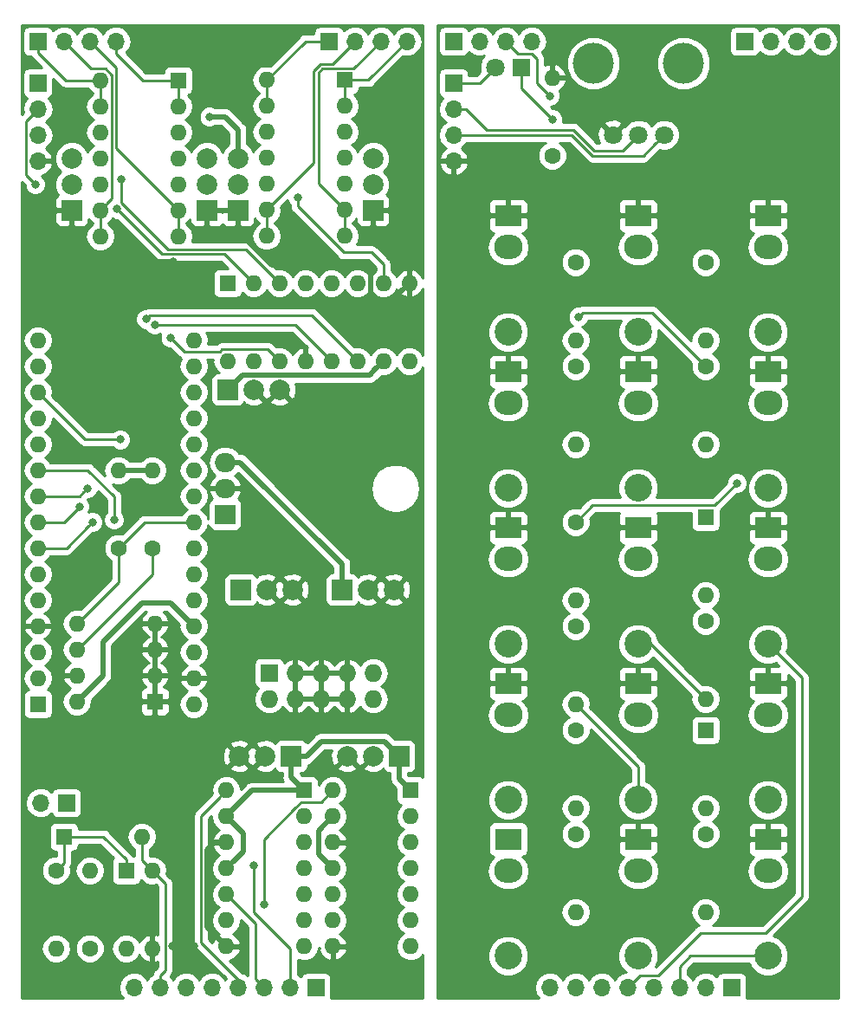
<source format=gbr>
G04 #@! TF.GenerationSoftware,KiCad,Pcbnew,5.0.2+dfsg1-1~bpo9+1*
G04 #@! TF.CreationDate,2019-05-25T00:57:49+02:00*
G04 #@! TF.ProjectId,midi2cv,6d696469-3263-4762-9e6b-696361645f70,rev?*
G04 #@! TF.SameCoordinates,Original*
G04 #@! TF.FileFunction,Copper,L1,Top*
G04 #@! TF.FilePolarity,Positive*
%FSLAX46Y46*%
G04 Gerber Fmt 4.6, Leading zero omitted, Abs format (unit mm)*
G04 Created by KiCad (PCBNEW 5.0.2+dfsg1-1~bpo9+1) date Sat 25 May 2019 12:57:49 AM CEST*
%MOMM*%
%LPD*%
G01*
G04 APERTURE LIST*
G04 #@! TA.AperFunction,ComponentPad*
%ADD10C,1.800000*%
G04 #@! TD*
G04 #@! TA.AperFunction,WasherPad*
%ADD11C,4.000000*%
G04 #@! TD*
G04 #@! TA.AperFunction,ComponentPad*
%ADD12O,1.600000X1.600000*%
G04 #@! TD*
G04 #@! TA.AperFunction,ComponentPad*
%ADD13R,1.600000X1.600000*%
G04 #@! TD*
G04 #@! TA.AperFunction,ComponentPad*
%ADD14C,2.000000*%
G04 #@! TD*
G04 #@! TA.AperFunction,ComponentPad*
%ADD15R,2.000000X2.000000*%
G04 #@! TD*
G04 #@! TA.AperFunction,ComponentPad*
%ADD16R,1.800000X1.800000*%
G04 #@! TD*
G04 #@! TA.AperFunction,ComponentPad*
%ADD17R,1.700000X1.700000*%
G04 #@! TD*
G04 #@! TA.AperFunction,ComponentPad*
%ADD18O,1.700000X1.700000*%
G04 #@! TD*
G04 #@! TA.AperFunction,ComponentPad*
%ADD19R,1.727200X1.727200*%
G04 #@! TD*
G04 #@! TA.AperFunction,ComponentPad*
%ADD20O,1.727200X1.727200*%
G04 #@! TD*
G04 #@! TA.AperFunction,ComponentPad*
%ADD21O,2.800000X2.350000*%
G04 #@! TD*
G04 #@! TA.AperFunction,ComponentPad*
%ADD22R,2.600000X2.150000*%
G04 #@! TD*
G04 #@! TA.AperFunction,ComponentPad*
%ADD23C,2.700000*%
G04 #@! TD*
G04 #@! TA.AperFunction,ComponentPad*
%ADD24C,1.600000*%
G04 #@! TD*
G04 #@! TA.AperFunction,ComponentPad*
%ADD25R,2.000000X1.905000*%
G04 #@! TD*
G04 #@! TA.AperFunction,ComponentPad*
%ADD26O,2.000000X1.905000*%
G04 #@! TD*
G04 #@! TA.AperFunction,ViaPad*
%ADD27C,0.800000*%
G04 #@! TD*
G04 #@! TA.AperFunction,Conductor*
%ADD28C,0.250000*%
G04 #@! TD*
G04 #@! TA.AperFunction,Conductor*
%ADD29C,0.500000*%
G04 #@! TD*
G04 #@! TA.AperFunction,Conductor*
%ADD30C,0.254000*%
G04 #@! TD*
G04 APERTURE END LIST*
D10*
G04 #@! TO.P,RV1,3*
G04 #@! TO.N,GNDA*
X88980000Y-41910000D03*
G04 #@! TO.P,RV1,2*
G04 #@! TO.N,Net-(J4-Pad2)*
X91480000Y-41910000D03*
G04 #@! TO.P,RV1,1*
G04 #@! TO.N,+5VA*
X93980000Y-41910000D03*
D11*
G04 #@! TO.P,RV1,*
G04 #@! TO.N,*
X87080000Y-34910000D03*
X95880000Y-34910000D03*
G04 #@! TD*
D12*
G04 #@! TO.P,NANO,16*
G04 #@! TO.N,DAC_SCK*
X48006000Y-61976000D03*
G04 #@! TO.P,NANO,15*
G04 #@! TO.N,GATE1_OUT*
X32766000Y-61976000D03*
G04 #@! TO.P,NANO,30*
G04 #@! TO.N,Net-(A1-Pad30)*
X48006000Y-97536000D03*
G04 #@! TO.P,NANO,14*
G04 #@! TO.N,DAC_SDI*
X32766000Y-64516000D03*
G04 #@! TO.P,NANO,29*
G04 #@! TO.N,GND*
X48006000Y-94996000D03*
G04 #@! TO.P,NANO,13*
G04 #@! TO.N,DAC1_CS*
X32766000Y-67056000D03*
G04 #@! TO.P,NANO,28*
G04 #@! TO.N,Net-(A1-Pad28)*
X48006000Y-92456000D03*
G04 #@! TO.P,NANO,12*
G04 #@! TO.N,GATE2_OUT*
X32766000Y-69596000D03*
G04 #@! TO.P,NANO,27*
G04 #@! TO.N,+5V*
X48006000Y-89916000D03*
G04 #@! TO.P,NANO,11*
G04 #@! TO.N,ACT_LED*
X32766000Y-72136000D03*
G04 #@! TO.P,NANO,26*
G04 #@! TO.N,Net-(A1-Pad26)*
X48006000Y-87376000D03*
G04 #@! TO.P,NANO,10*
G04 #@! TO.N,DAC2_CS*
X32766000Y-74676000D03*
G04 #@! TO.P,NANO,25*
G04 #@! TO.N,Net-(A1-Pad25)*
X48006000Y-84836000D03*
G04 #@! TO.P,NANO,9*
G04 #@! TO.N,595_RCLK*
X32766000Y-77216000D03*
G04 #@! TO.P,NANO,24*
G04 #@! TO.N,SCL*
X48006000Y-82296000D03*
G04 #@! TO.P,NANO,8*
G04 #@! TO.N,595_SRCLK*
X32766000Y-79756000D03*
G04 #@! TO.P,NANO,23*
G04 #@! TO.N,SDA*
X48006000Y-79756000D03*
G04 #@! TO.P,NANO,7*
G04 #@! TO.N,595_SER*
X32766000Y-82296000D03*
G04 #@! TO.P,NANO,22*
G04 #@! TO.N,Net-(A1-Pad22)*
X48006000Y-77216000D03*
G04 #@! TO.P,NANO,6*
G04 #@! TO.N,Net-(A1-Pad6)*
X32766000Y-84836000D03*
G04 #@! TO.P,NANO,21*
G04 #@! TO.N,Net-(A1-Pad21)*
X48006000Y-74676000D03*
G04 #@! TO.P,NANO,5*
G04 #@! TO.N,Net-(A1-Pad5)*
X32766000Y-87376000D03*
G04 #@! TO.P,NANO,20*
G04 #@! TO.N,Net-(A1-Pad20)*
X48006000Y-72136000D03*
G04 #@! TO.P,NANO,4*
G04 #@! TO.N,GND*
X32766000Y-89916000D03*
G04 #@! TO.P,NANO,19*
G04 #@! TO.N,ARP_LENGTH*
X48006000Y-69596000D03*
G04 #@! TO.P,NANO,3*
G04 #@! TO.N,Net-(A1-Pad3)*
X32766000Y-92456000D03*
G04 #@! TO.P,NANO,18*
G04 #@! TO.N,Net-(A1-Pad18)*
X48006000Y-67056000D03*
G04 #@! TO.P,NANO,2*
G04 #@! TO.N,Net-(A1-Pad2)*
X32766000Y-94996000D03*
G04 #@! TO.P,NANO,17*
G04 #@! TO.N,Net-(A1-Pad17)*
X48006000Y-64516000D03*
D13*
G04 #@! TO.P,NANO,1*
G04 #@! TO.N,Net-(A1-Pad1)*
X32766000Y-97536000D03*
G04 #@! TD*
D14*
G04 #@! TO.P,C1,2*
G04 #@! TO.N,GND*
X57658000Y-86360000D03*
X55118000Y-86360000D03*
D15*
G04 #@! TO.P,C1,1*
G04 #@! TO.N,+12V*
X52578000Y-86360000D03*
G04 #@! TD*
G04 #@! TO.P,C2,1*
G04 #@! TO.N,+5V*
X62484000Y-86360000D03*
D14*
G04 #@! TO.P,C2,2*
G04 #@! TO.N,GND*
X65024000Y-86360000D03*
X67564000Y-86360000D03*
G04 #@! TD*
D15*
G04 #@! TO.P,C3,1*
G04 #@! TO.N,+5V*
X57519560Y-102616000D03*
D14*
G04 #@! TO.P,C3,2*
G04 #@! TO.N,GND*
X54979560Y-102616000D03*
X52439560Y-102616000D03*
G04 #@! TD*
G04 #@! TO.P,C4,2*
G04 #@! TO.N,GND*
X62992000Y-102616000D03*
X65532000Y-102616000D03*
D15*
G04 #@! TO.P,C4,1*
G04 #@! TO.N,+5V*
X68072000Y-102616000D03*
G04 #@! TD*
G04 #@! TO.P,C5,1*
G04 #@! TO.N,GND*
X49276000Y-49276000D03*
D14*
G04 #@! TO.P,C5,2*
G04 #@! TO.N,+12V*
X49276000Y-46736000D03*
X49276000Y-44196000D03*
G04 #@! TD*
G04 #@! TO.P,C6,2*
G04 #@! TO.N,-12V*
X36068000Y-44196000D03*
X36068000Y-46736000D03*
D15*
G04 #@! TO.P,C6,1*
G04 #@! TO.N,GND*
X36068000Y-49276000D03*
G04 #@! TD*
G04 #@! TO.P,C7,1*
G04 #@! TO.N,+5V*
X51308000Y-66802000D03*
D14*
G04 #@! TO.P,C7,2*
G04 #@! TO.N,GND*
X53848000Y-66802000D03*
X56388000Y-66802000D03*
G04 #@! TD*
G04 #@! TO.P,C8,2*
G04 #@! TO.N,+12V*
X65532000Y-44196000D03*
X65532000Y-46736000D03*
D15*
G04 #@! TO.P,C8,1*
G04 #@! TO.N,GND*
X65532000Y-49276000D03*
G04 #@! TD*
G04 #@! TO.P,C9,1*
G04 #@! TO.N,GND*
X52324000Y-49276000D03*
D14*
G04 #@! TO.P,C9,2*
G04 #@! TO.N,-12V*
X52324000Y-46736000D03*
X52324000Y-44196000D03*
G04 #@! TD*
D16*
G04 #@! TO.P,D1,1*
G04 #@! TO.N,Net-(D1-Pad1)*
X80010000Y-35306000D03*
D10*
G04 #@! TO.P,D1,2*
G04 #@! TO.N,Net-(D1-Pad2)*
X77470000Y-35306000D03*
G04 #@! TD*
D12*
G04 #@! TO.P,D2,2*
G04 #@! TO.N,Net-(D2-Pad2)*
X42926000Y-110490000D03*
D13*
G04 #@! TO.P,D2,1*
G04 #@! TO.N,Net-(D2-Pad1)*
X35306000Y-110490000D03*
G04 #@! TD*
G04 #@! TO.P,D3,1*
G04 #@! TO.N,Net-(D3-Pad1)*
X98044000Y-79248000D03*
D12*
G04 #@! TO.P,D3,2*
G04 #@! TO.N,Net-(D3-Pad2)*
X98044000Y-86868000D03*
G04 #@! TD*
D13*
G04 #@! TO.P,D4,1*
G04 #@! TO.N,Net-(D4-Pad1)*
X98044000Y-100076000D03*
D12*
G04 #@! TO.P,D4,2*
G04 #@! TO.N,Net-(D4-Pad2)*
X98044000Y-107696000D03*
G04 #@! TD*
D17*
G04 #@! TO.P,J1,1*
G04 #@! TO.N,MIDI_IN*
X35560000Y-107188000D03*
D18*
G04 #@! TO.P,J1,2*
G04 #@! TO.N,Net-(A1-Pad2)*
X33020000Y-107188000D03*
G04 #@! TD*
D19*
G04 #@! TO.P,J2,1*
G04 #@! TO.N,+12V*
X55372000Y-94488000D03*
D20*
G04 #@! TO.P,J2,2*
X55372000Y-97028000D03*
G04 #@! TO.P,J2,3*
G04 #@! TO.N,GND*
X57912000Y-94488000D03*
G04 #@! TO.P,J2,4*
X57912000Y-97028000D03*
G04 #@! TO.P,J2,5*
X60452000Y-94488000D03*
G04 #@! TO.P,J2,6*
X60452000Y-97028000D03*
G04 #@! TO.P,J2,7*
X62992000Y-94488000D03*
G04 #@! TO.P,J2,8*
X62992000Y-97028000D03*
G04 #@! TO.P,J2,9*
G04 #@! TO.N,-12V*
X65532000Y-94488000D03*
G04 #@! TO.P,J2,10*
X65532000Y-97028000D03*
G04 #@! TD*
D17*
G04 #@! TO.P,J3,1*
G04 #@! TO.N,ACT_LED*
X32766000Y-36830000D03*
D18*
G04 #@! TO.P,J3,2*
G04 #@! TO.N,ARP_LENGTH*
X32766000Y-39370000D03*
G04 #@! TO.P,J3,3*
G04 #@! TO.N,+5V*
X32766000Y-41910000D03*
G04 #@! TO.P,J3,4*
G04 #@! TO.N,GND*
X32766000Y-44450000D03*
G04 #@! TD*
D17*
G04 #@! TO.P,J4,1*
G04 #@! TO.N,Net-(D1-Pad2)*
X73406000Y-36830000D03*
D18*
G04 #@! TO.P,J4,2*
G04 #@! TO.N,Net-(J4-Pad2)*
X73406000Y-39370000D03*
G04 #@! TO.P,J4,3*
G04 #@! TO.N,+5VA*
X73406000Y-41910000D03*
G04 #@! TO.P,J4,4*
G04 #@! TO.N,GNDA*
X73406000Y-44450000D03*
G04 #@! TD*
G04 #@! TO.P,J5,8*
G04 #@! TO.N,Net-(J5-Pad8)*
X42164000Y-125222000D03*
G04 #@! TO.P,J5,7*
G04 #@! TO.N,Net-(D2-Pad2)*
X44704000Y-125222000D03*
G04 #@! TO.P,J5,6*
G04 #@! TO.N,Net-(J5-Pad6)*
X47244000Y-125222000D03*
G04 #@! TO.P,J5,5*
G04 #@! TO.N,Net-(J5-Pad5)*
X49784000Y-125222000D03*
G04 #@! TO.P,J5,4*
G04 #@! TO.N,Net-(J5-Pad4)*
X52324000Y-125222000D03*
G04 #@! TO.P,J5,3*
G04 #@! TO.N,Net-(J5-Pad3)*
X54864000Y-125222000D03*
G04 #@! TO.P,J5,2*
G04 #@! TO.N,GATE1_OUT*
X57404000Y-125222000D03*
D17*
G04 #@! TO.P,J5,1*
G04 #@! TO.N,GATE2_OUT*
X59944000Y-125222000D03*
G04 #@! TD*
D18*
G04 #@! TO.P,J6,8*
G04 #@! TO.N,Net-(J6-Pad8)*
X82804000Y-125222000D03*
G04 #@! TO.P,J6,7*
G04 #@! TO.N,Net-(J6-Pad7)*
X85344000Y-125222000D03*
G04 #@! TO.P,J6,6*
G04 #@! TO.N,Net-(J6-Pad6)*
X87884000Y-125222000D03*
G04 #@! TO.P,J6,5*
G04 #@! TO.N,Net-(J6-Pad5)*
X90424000Y-125222000D03*
G04 #@! TO.P,J6,4*
G04 #@! TO.N,Net-(J10-PadT)*
X92964000Y-125222000D03*
G04 #@! TO.P,J6,3*
G04 #@! TO.N,Net-(J11-PadT)*
X95504000Y-125222000D03*
G04 #@! TO.P,J6,2*
G04 #@! TO.N,Net-(J6-Pad2)*
X98044000Y-125222000D03*
D17*
G04 #@! TO.P,J6,1*
G04 #@! TO.N,Net-(J6-Pad1)*
X100584000Y-125222000D03*
G04 #@! TD*
D21*
G04 #@! TO.P,J7,R*
G04 #@! TO.N,Net-(J6-Pad8)*
X78740000Y-113844000D03*
D22*
G04 #@! TO.P,J7,S*
G04 #@! TO.N,Net-(J7-PadS)*
X78740000Y-110744000D03*
D23*
G04 #@! TO.P,J7,T*
G04 #@! TO.N,Net-(J6-Pad7)*
X78740000Y-122144000D03*
G04 #@! TD*
G04 #@! TO.P,J8,T*
G04 #@! TO.N,Net-(J6-Pad6)*
X104140000Y-61184000D03*
D22*
G04 #@! TO.P,J8,S*
G04 #@! TO.N,GNDA*
X104140000Y-49784000D03*
D21*
G04 #@! TO.P,J8,TN*
G04 #@! TO.N,Net-(J8-PadTN)*
X104140000Y-52884000D03*
G04 #@! TD*
G04 #@! TO.P,J9,TN*
G04 #@! TO.N,Net-(J9-PadTN)*
X104140000Y-83364000D03*
D22*
G04 #@! TO.P,J9,S*
G04 #@! TO.N,GNDA*
X104140000Y-80264000D03*
D23*
G04 #@! TO.P,J9,T*
G04 #@! TO.N,Net-(J6-Pad5)*
X104140000Y-91664000D03*
G04 #@! TD*
G04 #@! TO.P,J10,T*
G04 #@! TO.N,Net-(J10-PadT)*
X91440000Y-122144000D03*
D22*
G04 #@! TO.P,J10,S*
G04 #@! TO.N,GNDA*
X91440000Y-110744000D03*
D21*
G04 #@! TO.P,J10,TN*
G04 #@! TO.N,Net-(J10-PadTN)*
X91440000Y-113844000D03*
G04 #@! TD*
D23*
G04 #@! TO.P,J11,T*
G04 #@! TO.N,Net-(J11-PadT)*
X104140000Y-122144000D03*
D22*
G04 #@! TO.P,J11,S*
G04 #@! TO.N,GNDA*
X104140000Y-110744000D03*
D21*
G04 #@! TO.P,J11,TN*
G04 #@! TO.N,Net-(J11-PadTN)*
X104140000Y-113844000D03*
G04 #@! TD*
G04 #@! TO.P,J12,TN*
G04 #@! TO.N,Net-(J12-PadTN)*
X104140000Y-68124000D03*
D22*
G04 #@! TO.P,J12,S*
G04 #@! TO.N,GNDA*
X104140000Y-65024000D03*
D23*
G04 #@! TO.P,J12,T*
G04 #@! TO.N,Net-(D3-Pad1)*
X104140000Y-76424000D03*
G04 #@! TD*
D21*
G04 #@! TO.P,J13,TN*
G04 #@! TO.N,Net-(J13-PadTN)*
X104140000Y-98604000D03*
D22*
G04 #@! TO.P,J13,S*
G04 #@! TO.N,GNDA*
X104140000Y-95504000D03*
D23*
G04 #@! TO.P,J13,T*
G04 #@! TO.N,Net-(D4-Pad1)*
X104140000Y-106904000D03*
G04 #@! TD*
G04 #@! TO.P,J16,T*
G04 #@! TO.N,Net-(J16-PadT)*
X78740000Y-61184000D03*
D22*
G04 #@! TO.P,J16,S*
G04 #@! TO.N,GNDA*
X78740000Y-49784000D03*
D21*
G04 #@! TO.P,J16,TN*
G04 #@! TO.N,Net-(J16-PadTN)*
X78740000Y-52884000D03*
G04 #@! TD*
G04 #@! TO.P,J17,TN*
G04 #@! TO.N,Net-(J17-PadTN)*
X91440000Y-52884000D03*
D22*
G04 #@! TO.P,J17,S*
G04 #@! TO.N,GNDA*
X91440000Y-49784000D03*
D23*
G04 #@! TO.P,J17,T*
G04 #@! TO.N,Net-(J17-PadT)*
X91440000Y-61184000D03*
G04 #@! TD*
G04 #@! TO.P,J18,T*
G04 #@! TO.N,Net-(J18-PadT)*
X78740000Y-76424000D03*
D22*
G04 #@! TO.P,J18,S*
G04 #@! TO.N,GNDA*
X78740000Y-65024000D03*
D21*
G04 #@! TO.P,J18,TN*
G04 #@! TO.N,Net-(J18-PadTN)*
X78740000Y-68124000D03*
G04 #@! TD*
G04 #@! TO.P,J19,TN*
G04 #@! TO.N,Net-(J19-PadTN)*
X91440000Y-68124000D03*
D22*
G04 #@! TO.P,J19,S*
G04 #@! TO.N,GNDA*
X91440000Y-65024000D03*
D23*
G04 #@! TO.P,J19,T*
G04 #@! TO.N,Net-(J19-PadT)*
X91440000Y-76424000D03*
G04 #@! TD*
D21*
G04 #@! TO.P,J20,TN*
G04 #@! TO.N,Net-(J20-PadTN)*
X78740000Y-83364000D03*
D22*
G04 #@! TO.P,J20,S*
G04 #@! TO.N,GNDA*
X78740000Y-80264000D03*
D23*
G04 #@! TO.P,J20,T*
G04 #@! TO.N,Net-(J20-PadT)*
X78740000Y-91664000D03*
G04 #@! TD*
G04 #@! TO.P,J21,T*
G04 #@! TO.N,Net-(J21-PadT)*
X91440000Y-91664000D03*
D22*
G04 #@! TO.P,J21,S*
G04 #@! TO.N,GNDA*
X91440000Y-80264000D03*
D21*
G04 #@! TO.P,J21,TN*
G04 #@! TO.N,Net-(J21-PadTN)*
X91440000Y-83364000D03*
G04 #@! TD*
G04 #@! TO.P,J22,TN*
G04 #@! TO.N,Net-(J22-PadTN)*
X78740000Y-98604000D03*
D22*
G04 #@! TO.P,J22,S*
G04 #@! TO.N,GNDA*
X78740000Y-95504000D03*
D23*
G04 #@! TO.P,J22,T*
G04 #@! TO.N,Net-(J22-PadT)*
X78740000Y-106904000D03*
G04 #@! TD*
G04 #@! TO.P,J23,T*
G04 #@! TO.N,Net-(J23-PadT)*
X91440000Y-106904000D03*
D22*
G04 #@! TO.P,J23,S*
G04 #@! TO.N,GNDA*
X91440000Y-95504000D03*
D21*
G04 #@! TO.P,J23,TN*
G04 #@! TO.N,Net-(J23-PadTN)*
X91440000Y-98604000D03*
G04 #@! TD*
D12*
G04 #@! TO.P,R1,2*
G04 #@! TO.N,+5V*
X40640000Y-74676000D03*
D24*
G04 #@! TO.P,R1,1*
G04 #@! TO.N,SDA*
X40640000Y-82296000D03*
G04 #@! TD*
G04 #@! TO.P,R2,1*
G04 #@! TO.N,SCL*
X43942000Y-82296000D03*
D12*
G04 #@! TO.P,R2,2*
G04 #@! TO.N,+5V*
X43942000Y-74676000D03*
G04 #@! TD*
D24*
G04 #@! TO.P,R3,1*
G04 #@! TO.N,Net-(D1-Pad1)*
X83058000Y-43942000D03*
D12*
G04 #@! TO.P,R3,2*
G04 #@! TO.N,GNDA*
X83058000Y-36322000D03*
G04 #@! TD*
D24*
G04 #@! TO.P,R4,1*
G04 #@! TO.N,MIDI_IN*
X37846000Y-121412000D03*
D12*
G04 #@! TO.P,R4,2*
G04 #@! TO.N,+5V*
X37846000Y-113792000D03*
G04 #@! TD*
D24*
G04 #@! TO.P,R5,1*
G04 #@! TO.N,Net-(D3-Pad2)*
X85344000Y-110236000D03*
D12*
G04 #@! TO.P,R5,2*
G04 #@! TO.N,Net-(J6-Pad2)*
X85344000Y-117856000D03*
G04 #@! TD*
G04 #@! TO.P,R6,2*
G04 #@! TO.N,Net-(J6-Pad1)*
X98044000Y-117856000D03*
D24*
G04 #@! TO.P,R6,1*
G04 #@! TO.N,Net-(D4-Pad2)*
X98044000Y-110236000D03*
G04 #@! TD*
D12*
G04 #@! TO.P,R7,2*
G04 #@! TO.N,Net-(J5-Pad8)*
X34544000Y-121412000D03*
D24*
G04 #@! TO.P,R7,1*
G04 #@! TO.N,Net-(D2-Pad1)*
X34544000Y-113792000D03*
G04 #@! TD*
D12*
G04 #@! TO.P,R8,2*
G04 #@! TO.N,Net-(J16-PadT)*
X85344000Y-61976000D03*
D24*
G04 #@! TO.P,R8,1*
G04 #@! TO.N,Net-(J24-Pad4)*
X85344000Y-54356000D03*
G04 #@! TD*
G04 #@! TO.P,R9,1*
G04 #@! TO.N,Net-(J24-Pad3)*
X98044000Y-54356000D03*
D12*
G04 #@! TO.P,R9,2*
G04 #@! TO.N,Net-(J17-PadT)*
X98044000Y-61976000D03*
G04 #@! TD*
G04 #@! TO.P,R10,2*
G04 #@! TO.N,Net-(J18-PadT)*
X85344000Y-72136000D03*
D24*
G04 #@! TO.P,R10,1*
G04 #@! TO.N,Net-(J24-Pad2)*
X85344000Y-64516000D03*
G04 #@! TD*
G04 #@! TO.P,R11,1*
G04 #@! TO.N,Net-(J24-Pad1)*
X98044000Y-64516000D03*
D12*
G04 #@! TO.P,R11,2*
G04 #@! TO.N,Net-(J19-PadT)*
X98044000Y-72136000D03*
G04 #@! TD*
G04 #@! TO.P,R12,2*
G04 #@! TO.N,Net-(J20-PadT)*
X85344000Y-87376000D03*
D24*
G04 #@! TO.P,R12,1*
G04 #@! TO.N,Net-(J25-Pad4)*
X85344000Y-79756000D03*
G04 #@! TD*
G04 #@! TO.P,R13,1*
G04 #@! TO.N,Net-(J25-Pad3)*
X98044000Y-89408000D03*
D12*
G04 #@! TO.P,R13,2*
G04 #@! TO.N,Net-(J21-PadT)*
X98044000Y-97028000D03*
G04 #@! TD*
G04 #@! TO.P,R14,2*
G04 #@! TO.N,Net-(J22-PadT)*
X85344000Y-107696000D03*
D24*
G04 #@! TO.P,R14,1*
G04 #@! TO.N,Net-(J25-Pad2)*
X85344000Y-100076000D03*
G04 #@! TD*
G04 #@! TO.P,R15,1*
G04 #@! TO.N,Net-(J25-Pad1)*
X85344000Y-89916000D03*
D12*
G04 #@! TO.P,R15,2*
G04 #@! TO.N,Net-(J23-PadT)*
X85344000Y-97536000D03*
G04 #@! TD*
D25*
G04 #@! TO.P,U1,1*
G04 #@! TO.N,+12V*
X51054000Y-78994000D03*
D26*
G04 #@! TO.P,U1,2*
G04 #@! TO.N,GND*
X51054000Y-76454000D03*
G04 #@! TO.P,U1,3*
G04 #@! TO.N,+5V*
X51054000Y-73914000D03*
G04 #@! TD*
D13*
G04 #@! TO.P,U2,1*
G04 #@! TO.N,GND*
X44196000Y-97282000D03*
D12*
G04 #@! TO.P,U2,5*
G04 #@! TO.N,SDA*
X36576000Y-89662000D03*
G04 #@! TO.P,U2,2*
G04 #@! TO.N,GND*
X44196000Y-94742000D03*
G04 #@! TO.P,U2,6*
G04 #@! TO.N,SCL*
X36576000Y-92202000D03*
G04 #@! TO.P,U2,3*
G04 #@! TO.N,GND*
X44196000Y-92202000D03*
G04 #@! TO.P,U2,7*
X36576000Y-94742000D03*
G04 #@! TO.P,U2,4*
X44196000Y-89662000D03*
G04 #@! TO.P,U2,8*
G04 #@! TO.N,+5V*
X36576000Y-97282000D03*
G04 #@! TD*
D13*
G04 #@! TO.P,U5,1*
G04 #@! TO.N,Net-(D2-Pad1)*
X41402000Y-113792000D03*
D12*
G04 #@! TO.P,U5,3*
G04 #@! TO.N,GND*
X43942000Y-121412000D03*
G04 #@! TO.P,U5,2*
G04 #@! TO.N,Net-(D2-Pad2)*
X43942000Y-113792000D03*
G04 #@! TO.P,U5,4*
G04 #@! TO.N,MIDI_IN*
X41402000Y-121412000D03*
G04 #@! TD*
G04 #@! TO.P,U6,14*
G04 #@! TO.N,Net-(J14-Pad1)*
X38862000Y-36576000D03*
G04 #@! TO.P,U6,7*
G04 #@! TO.N,Net-(J14-Pad3)*
X46482000Y-51816000D03*
G04 #@! TO.P,U6,13*
G04 #@! TO.N,Net-(J14-Pad1)*
X38862000Y-39116000D03*
G04 #@! TO.P,U6,6*
G04 #@! TO.N,Net-(J14-Pad3)*
X46482000Y-49276000D03*
G04 #@! TO.P,U6,12*
G04 #@! TO.N,Net-(U6-Pad12)*
X38862000Y-41656000D03*
G04 #@! TO.P,U6,5*
G04 #@! TO.N,Net-(U6-Pad5)*
X46482000Y-46736000D03*
G04 #@! TO.P,U6,11*
G04 #@! TO.N,-12V*
X38862000Y-44196000D03*
G04 #@! TO.P,U6,4*
G04 #@! TO.N,+12V*
X46482000Y-44196000D03*
G04 #@! TO.P,U6,10*
G04 #@! TO.N,Net-(U6-Pad10)*
X38862000Y-46736000D03*
G04 #@! TO.P,U6,3*
G04 #@! TO.N,Net-(U6-Pad3)*
X46482000Y-41656000D03*
G04 #@! TO.P,U6,9*
G04 #@! TO.N,Net-(J14-Pad2)*
X38862000Y-49276000D03*
G04 #@! TO.P,U6,2*
G04 #@! TO.N,Net-(J14-Pad4)*
X46482000Y-39116000D03*
G04 #@! TO.P,U6,8*
G04 #@! TO.N,Net-(J14-Pad2)*
X38862000Y-51816000D03*
D13*
G04 #@! TO.P,U6,1*
G04 #@! TO.N,Net-(J14-Pad4)*
X46482000Y-36576000D03*
G04 #@! TD*
G04 #@! TO.P,U7,1*
G04 #@! TO.N,Net-(U6-Pad5)*
X51308000Y-56388000D03*
D12*
G04 #@! TO.P,U7,9*
G04 #@! TO.N,Net-(U7-Pad9)*
X69088000Y-64008000D03*
G04 #@! TO.P,U7,2*
G04 #@! TO.N,Net-(U6-Pad10)*
X53848000Y-56388000D03*
G04 #@! TO.P,U7,10*
G04 #@! TO.N,+5V*
X66548000Y-64008000D03*
G04 #@! TO.P,U7,3*
G04 #@! TO.N,Net-(U6-Pad12)*
X56388000Y-56388000D03*
G04 #@! TO.P,U7,11*
G04 #@! TO.N,595_SRCLK*
X64008000Y-64008000D03*
G04 #@! TO.P,U7,4*
G04 #@! TO.N,Net-(U7-Pad4)*
X58928000Y-56388000D03*
G04 #@! TO.P,U7,12*
G04 #@! TO.N,595_RCLK*
X61468000Y-64008000D03*
G04 #@! TO.P,U7,5*
G04 #@! TO.N,Net-(U7-Pad5)*
X61468000Y-56388000D03*
G04 #@! TO.P,U7,13*
G04 #@! TO.N,GND*
X58928000Y-64008000D03*
G04 #@! TO.P,U7,6*
G04 #@! TO.N,Net-(U7-Pad6)*
X64008000Y-56388000D03*
G04 #@! TO.P,U7,14*
G04 #@! TO.N,595_SER*
X56388000Y-64008000D03*
G04 #@! TO.P,U7,7*
G04 #@! TO.N,Net-(U7-Pad7)*
X66548000Y-56388000D03*
G04 #@! TO.P,U7,15*
G04 #@! TO.N,Net-(U6-Pad3)*
X53848000Y-64008000D03*
G04 #@! TO.P,U7,8*
G04 #@! TO.N,GND*
X69088000Y-56388000D03*
G04 #@! TO.P,U7,16*
G04 #@! TO.N,+5V*
X51308000Y-64008000D03*
G04 #@! TD*
D13*
G04 #@! TO.P,U8,1*
G04 #@! TO.N,Net-(J15-Pad4)*
X62738000Y-36553299D03*
D12*
G04 #@! TO.P,U8,8*
G04 #@! TO.N,Net-(J15-Pad2)*
X55118000Y-51793299D03*
G04 #@! TO.P,U8,2*
G04 #@! TO.N,Net-(J15-Pad4)*
X62738000Y-39093299D03*
G04 #@! TO.P,U8,9*
G04 #@! TO.N,Net-(J15-Pad2)*
X55118000Y-49253299D03*
G04 #@! TO.P,U8,3*
G04 #@! TO.N,Net-(U7-Pad4)*
X62738000Y-41633299D03*
G04 #@! TO.P,U8,10*
G04 #@! TO.N,Net-(U7-Pad6)*
X55118000Y-46713299D03*
G04 #@! TO.P,U8,4*
G04 #@! TO.N,+12V*
X62738000Y-44173299D03*
G04 #@! TO.P,U8,11*
G04 #@! TO.N,-12V*
X55118000Y-44173299D03*
G04 #@! TO.P,U8,5*
G04 #@! TO.N,Net-(U7-Pad5)*
X62738000Y-46713299D03*
G04 #@! TO.P,U8,12*
G04 #@! TO.N,Net-(U7-Pad7)*
X55118000Y-41633299D03*
G04 #@! TO.P,U8,6*
G04 #@! TO.N,Net-(J15-Pad3)*
X62738000Y-49253299D03*
G04 #@! TO.P,U8,13*
G04 #@! TO.N,Net-(J15-Pad1)*
X55118000Y-39093299D03*
G04 #@! TO.P,U8,7*
G04 #@! TO.N,Net-(J15-Pad3)*
X62738000Y-51793299D03*
G04 #@! TO.P,U8,14*
G04 #@! TO.N,Net-(J15-Pad1)*
X55118000Y-36553299D03*
G04 #@! TD*
D13*
G04 #@! TO.P,U3,1*
G04 #@! TO.N,+5V*
X69203560Y-105975405D03*
D12*
G04 #@! TO.P,U3,8*
G04 #@! TO.N,GND*
X61583560Y-121215405D03*
G04 #@! TO.P,U3,2*
G04 #@! TO.N,Net-(U3-Pad2)*
X69203560Y-108515405D03*
G04 #@! TO.P,U3,9*
G04 #@! TO.N,Net-(U3-Pad9)*
X61583560Y-118675405D03*
G04 #@! TO.P,U3,3*
G04 #@! TO.N,DAC1_CS*
X69203560Y-111055405D03*
G04 #@! TO.P,U3,10*
G04 #@! TO.N,Net-(J5-Pad5)*
X61583560Y-116135405D03*
G04 #@! TO.P,U3,4*
G04 #@! TO.N,DAC_SCK*
X69203560Y-113595405D03*
G04 #@! TO.P,U3,11*
G04 #@! TO.N,+5V*
X61583560Y-113595405D03*
G04 #@! TO.P,U3,5*
G04 #@! TO.N,DAC_SDI*
X69203560Y-116135405D03*
G04 #@! TO.P,U3,12*
G04 #@! TO.N,GND*
X61583560Y-111055405D03*
G04 #@! TO.P,U3,6*
G04 #@! TO.N,Net-(U3-Pad6)*
X69203560Y-118675405D03*
G04 #@! TO.P,U3,13*
G04 #@! TO.N,+5V*
X61583560Y-108515405D03*
G04 #@! TO.P,U3,7*
G04 #@! TO.N,Net-(U3-Pad7)*
X69203560Y-121215405D03*
G04 #@! TO.P,U3,14*
G04 #@! TO.N,Net-(J5-Pad6)*
X61583560Y-105975405D03*
G04 #@! TD*
G04 #@! TO.P,U4,14*
G04 #@! TO.N,Net-(J5-Pad4)*
X51169560Y-105975405D03*
G04 #@! TO.P,U4,7*
G04 #@! TO.N,Net-(U4-Pad7)*
X58789560Y-121215405D03*
G04 #@! TO.P,U4,13*
G04 #@! TO.N,+5V*
X51169560Y-108515405D03*
G04 #@! TO.P,U4,6*
G04 #@! TO.N,Net-(U4-Pad6)*
X58789560Y-118675405D03*
G04 #@! TO.P,U4,12*
G04 #@! TO.N,GND*
X51169560Y-111055405D03*
G04 #@! TO.P,U4,5*
G04 #@! TO.N,DAC_SDI*
X58789560Y-116135405D03*
G04 #@! TO.P,U4,11*
G04 #@! TO.N,+5V*
X51169560Y-113595405D03*
G04 #@! TO.P,U4,4*
G04 #@! TO.N,DAC_SCK*
X58789560Y-113595405D03*
G04 #@! TO.P,U4,10*
G04 #@! TO.N,Net-(J5-Pad3)*
X51169560Y-116135405D03*
G04 #@! TO.P,U4,3*
G04 #@! TO.N,DAC2_CS*
X58789560Y-111055405D03*
G04 #@! TO.P,U4,9*
G04 #@! TO.N,Net-(U4-Pad9)*
X51169560Y-118675405D03*
G04 #@! TO.P,U4,2*
G04 #@! TO.N,Net-(U4-Pad2)*
X58789560Y-108515405D03*
G04 #@! TO.P,U4,8*
G04 #@! TO.N,GND*
X51169560Y-121215405D03*
D13*
G04 #@! TO.P,U4,1*
G04 #@! TO.N,+5V*
X58789560Y-105975405D03*
G04 #@! TD*
D18*
G04 #@! TO.P,J14,4*
G04 #@! TO.N,Net-(J14-Pad4)*
X40386000Y-32766000D03*
G04 #@! TO.P,J14,3*
G04 #@! TO.N,Net-(J14-Pad3)*
X37846000Y-32766000D03*
G04 #@! TO.P,J14,2*
G04 #@! TO.N,Net-(J14-Pad2)*
X35306000Y-32766000D03*
D17*
G04 #@! TO.P,J14,1*
G04 #@! TO.N,Net-(J14-Pad1)*
X32766000Y-32766000D03*
G04 #@! TD*
G04 #@! TO.P,J15,1*
G04 #@! TO.N,Net-(J15-Pad1)*
X61214000Y-32766000D03*
D18*
G04 #@! TO.P,J15,2*
G04 #@! TO.N,Net-(J15-Pad2)*
X63754000Y-32766000D03*
G04 #@! TO.P,J15,3*
G04 #@! TO.N,Net-(J15-Pad3)*
X66294000Y-32766000D03*
G04 #@! TO.P,J15,4*
G04 #@! TO.N,Net-(J15-Pad4)*
X68834000Y-32766000D03*
G04 #@! TD*
G04 #@! TO.P,J24,4*
G04 #@! TO.N,Net-(J24-Pad4)*
X81026000Y-32766000D03*
G04 #@! TO.P,J24,3*
G04 #@! TO.N,Net-(J24-Pad3)*
X78486000Y-32766000D03*
G04 #@! TO.P,J24,2*
G04 #@! TO.N,Net-(J24-Pad2)*
X75946000Y-32766000D03*
D17*
G04 #@! TO.P,J24,1*
G04 #@! TO.N,Net-(J24-Pad1)*
X73406000Y-32766000D03*
G04 #@! TD*
G04 #@! TO.P,J25,1*
G04 #@! TO.N,Net-(J25-Pad1)*
X101854000Y-32766000D03*
D18*
G04 #@! TO.P,J25,2*
G04 #@! TO.N,Net-(J25-Pad2)*
X104394000Y-32766000D03*
G04 #@! TO.P,J25,3*
G04 #@! TO.N,Net-(J25-Pad3)*
X106934000Y-32766000D03*
G04 #@! TO.P,J25,4*
G04 #@! TO.N,Net-(J25-Pad4)*
X109474000Y-32766000D03*
G04 #@! TD*
D27*
G04 #@! TO.N,ARP_LENGTH*
X32512000Y-46736000D03*
G04 #@! TO.N,GND*
X45974000Y-54261021D03*
X48006000Y-121158000D03*
X45937010Y-121158022D03*
G04 #@! TO.N,595_SER*
X45720000Y-61722000D03*
X38100000Y-79756000D03*
G04 #@! TO.N,595_SRCLK*
X36830000Y-78232000D03*
X43336713Y-59918034D03*
G04 #@! TO.N,595_RCLK*
X44196000Y-60452000D03*
X37592000Y-76454000D03*
G04 #@! TO.N,DAC2_CS*
X40195838Y-79523689D03*
G04 #@! TO.N,DAC1_CS*
X40799021Y-71678614D03*
G04 #@! TO.N,GATE1_OUT*
X53848000Y-113341689D03*
G04 #@! TO.N,-12V*
X49530000Y-40132000D03*
G04 #@! TO.N,Net-(D1-Pad1)*
X83058000Y-40386000D03*
G04 #@! TO.N,Net-(J5-Pad6)*
X54864000Y-117094000D03*
G04 #@! TO.N,Net-(U6-Pad12)*
X40894000Y-46228000D03*
G04 #@! TO.N,Net-(U6-Pad10)*
X40523039Y-49168358D03*
G04 #@! TO.N,Net-(U7-Pad7)*
X58166000Y-48006000D03*
G04 #@! TO.N,Net-(J24-Pad3)*
X82804000Y-38100000D03*
G04 #@! TO.N,Net-(J24-Pad1)*
X85598000Y-59690000D03*
G04 #@! TO.N,Net-(J25-Pad4)*
X101092000Y-75946000D03*
G04 #@! TD*
D28*
G04 #@! TO.N,ARP_LENGTH*
X31590999Y-45814999D02*
X32512000Y-46736000D01*
X31590999Y-40545001D02*
X31590999Y-45814999D01*
X32766000Y-39370000D02*
X31590999Y-40545001D01*
D29*
G04 #@! TO.N,GND*
X68288001Y-57187999D02*
X69088000Y-56388000D01*
X67310000Y-58166000D02*
X68288001Y-57187999D01*
X66040000Y-58166000D02*
X67310000Y-58166000D01*
X65278000Y-57404000D02*
X66040000Y-58166000D01*
X65278000Y-55372000D02*
X65278000Y-57404000D01*
X52324000Y-51308000D02*
X55626000Y-54610000D01*
X55626000Y-54610000D02*
X64516000Y-54610000D01*
X52324000Y-49276000D02*
X52324000Y-51308000D01*
X64516000Y-54610000D02*
X65278000Y-55372000D01*
X36068000Y-51816000D02*
X38513021Y-54261021D01*
X38513021Y-54261021D02*
X45408315Y-54261021D01*
X45408315Y-54261021D02*
X45974000Y-54261021D01*
X36068000Y-49276000D02*
X36068000Y-51816000D01*
X51169560Y-111055405D02*
X50038190Y-111055405D01*
X50038190Y-111055405D02*
X49276000Y-111817595D01*
X49276000Y-119321845D02*
X51169560Y-121215405D01*
X49276000Y-111817595D02*
X49276000Y-119321845D01*
X45937032Y-121158000D02*
X45937010Y-121158022D01*
X48006000Y-121158000D02*
X45937032Y-121158000D01*
D28*
G04 #@! TO.N,595_SER*
X47099001Y-63101001D02*
X45720000Y-61722000D01*
X56388000Y-64008000D02*
X55262999Y-62882999D01*
X55262999Y-62882999D02*
X50767999Y-62882999D01*
X50767999Y-62882999D02*
X50549997Y-63101001D01*
X50549997Y-63101001D02*
X47099001Y-63101001D01*
X37700001Y-80155999D02*
X38100000Y-79756000D01*
X35560000Y-82296000D02*
X37700001Y-80155999D01*
X32766000Y-82296000D02*
X35560000Y-82296000D01*
G04 #@! TO.N,SDA*
X40640000Y-85598000D02*
X40640000Y-82296000D01*
X36576000Y-89662000D02*
X40640000Y-85598000D01*
X43180000Y-79756000D02*
X48006000Y-79756000D01*
X40640000Y-82296000D02*
X43180000Y-79756000D01*
G04 #@! TO.N,595_SRCLK*
X35306000Y-79756000D02*
X32766000Y-79756000D01*
X36830000Y-78232000D02*
X35306000Y-79756000D01*
X64008000Y-64008000D02*
X59518035Y-59518035D01*
X43736712Y-59518035D02*
X43336713Y-59918034D01*
X59518035Y-59518035D02*
X43736712Y-59518035D01*
G04 #@! TO.N,SCL*
X43942000Y-84836000D02*
X36576000Y-92202000D01*
X43942000Y-82296000D02*
X43942000Y-84836000D01*
G04 #@! TO.N,595_RCLK*
X57037002Y-60452000D02*
X44196000Y-60452000D01*
X57912000Y-60452000D02*
X57037002Y-60452000D01*
X61468000Y-64008000D02*
X57912000Y-60452000D01*
X36830000Y-77216000D02*
X37192001Y-76853999D01*
X32766000Y-77216000D02*
X36830000Y-77216000D01*
X37192001Y-76853999D02*
X37592000Y-76454000D01*
G04 #@! TO.N,DAC2_CS*
X32766000Y-74676000D02*
X37649004Y-74676000D01*
X40195838Y-77222834D02*
X40195838Y-78958004D01*
X40195838Y-78958004D02*
X40195838Y-79523689D01*
X37649004Y-74676000D02*
X40195838Y-77222834D01*
G04 #@! TO.N,DAC1_CS*
X40233336Y-71678614D02*
X40799021Y-71678614D01*
X32766000Y-67056000D02*
X37388614Y-71678614D01*
X37388614Y-71678614D02*
X40233336Y-71678614D01*
D29*
G04 #@! TO.N,+5V*
X53709560Y-105975405D02*
X51169560Y-108515405D01*
X60469561Y-101165999D02*
X66621999Y-101165999D01*
X57519560Y-102616000D02*
X59019560Y-102616000D01*
X57519560Y-102616000D02*
X57519560Y-104705405D01*
X57519560Y-104705405D02*
X58789560Y-105975405D01*
X51054000Y-73914000D02*
X52554000Y-73914000D01*
X68072000Y-102616000D02*
X68072000Y-104843845D01*
X58789560Y-105975405D02*
X53709560Y-105975405D01*
X62484000Y-83844000D02*
X62484000Y-84860000D01*
X52554000Y-73914000D02*
X62484000Y-83844000D01*
X62484000Y-84860000D02*
X62484000Y-86360000D01*
X43942000Y-74676000D02*
X40640000Y-74676000D01*
X66621999Y-101165999D02*
X68072000Y-102616000D01*
X59019560Y-102616000D02*
X60469561Y-101165999D01*
X68072000Y-104843845D02*
X69203560Y-105975405D01*
X65204001Y-65351999D02*
X65748001Y-64807999D01*
X65748001Y-64807999D02*
X66548000Y-64008000D01*
X52758001Y-65351999D02*
X65204001Y-65351999D01*
X51308000Y-66802000D02*
X52758001Y-65351999D01*
X60198000Y-112209845D02*
X61583560Y-113595405D01*
X60198000Y-109900965D02*
X60198000Y-112209845D01*
X61583560Y-108515405D02*
X60198000Y-109900965D01*
X36576000Y-97282000D02*
X39116000Y-94742000D01*
X39116000Y-94742000D02*
X39116000Y-91440000D01*
X39116000Y-91440000D02*
X42926000Y-87630000D01*
X45720000Y-87630000D02*
X48006000Y-89916000D01*
X42926000Y-87630000D02*
X45720000Y-87630000D01*
X52832000Y-111932965D02*
X51969559Y-112795406D01*
X51969559Y-112795406D02*
X51169560Y-113595405D01*
X52832000Y-110177845D02*
X52832000Y-111932965D01*
X51169560Y-108515405D02*
X52832000Y-110177845D01*
D28*
G04 #@! TO.N,GATE1_OUT*
X57404000Y-121412000D02*
X53848000Y-117856000D01*
X57404000Y-125222000D02*
X57404000Y-121412000D01*
X53848000Y-113907374D02*
X53848000Y-113341689D01*
X53848000Y-117856000D02*
X53848000Y-113907374D01*
D29*
G04 #@! TO.N,+12V*
X62760701Y-44196000D02*
X62738000Y-44173299D01*
X46990000Y-44196000D02*
X46482000Y-44704000D01*
G04 #@! TO.N,-12V*
X51054000Y-40132000D02*
X49530000Y-40132000D01*
X52324000Y-41402000D02*
X51054000Y-40132000D01*
X52324000Y-44196000D02*
X52324000Y-41402000D01*
D28*
G04 #@! TO.N,Net-(D1-Pad1)*
X80010000Y-37338000D02*
X83058000Y-40386000D01*
X80010000Y-35306000D02*
X80010000Y-37338000D01*
G04 #@! TO.N,Net-(D1-Pad2)*
X75946000Y-36830000D02*
X77470000Y-35306000D01*
X73406000Y-36830000D02*
X75946000Y-36830000D01*
G04 #@! TO.N,Net-(D2-Pad2)*
X42926000Y-112776000D02*
X43942000Y-113792000D01*
X42926000Y-110490000D02*
X42926000Y-112776000D01*
X44741999Y-114591999D02*
X43942000Y-113792000D01*
X44704000Y-125222000D02*
X44704000Y-124019919D01*
X45212000Y-115062000D02*
X44741999Y-114591999D01*
X44704000Y-124019919D02*
X45212000Y-123511919D01*
X45212000Y-123511919D02*
X45212000Y-115062000D01*
G04 #@! TO.N,Net-(D2-Pad1)*
X35306000Y-113030000D02*
X34544000Y-113792000D01*
X35306000Y-110490000D02*
X35306000Y-113030000D01*
X41402000Y-112742000D02*
X41402000Y-113792000D01*
X39150000Y-110490000D02*
X41402000Y-112742000D01*
X35306000Y-110490000D02*
X39150000Y-110490000D01*
G04 #@! TO.N,Net-(J4-Pad2)*
X91480000Y-41910000D02*
X89956000Y-43434000D01*
X74608081Y-39370000D02*
X73406000Y-39370000D01*
X85090000Y-41402000D02*
X76640081Y-41402000D01*
X89956000Y-43434000D02*
X87122000Y-43434000D01*
X87122000Y-43434000D02*
X85090000Y-41402000D01*
X76640081Y-41402000D02*
X74608081Y-39370000D01*
G04 #@! TO.N,+5VA*
X86993590Y-43942000D02*
X91948000Y-43942000D01*
X73406000Y-41910000D02*
X84961590Y-41910000D01*
X84961590Y-41910000D02*
X86993590Y-43942000D01*
X91948000Y-43942000D02*
X93080001Y-42809999D01*
X93080001Y-42809999D02*
X93980000Y-41910000D01*
G04 #@! TO.N,Net-(J5-Pad6)*
X54864000Y-116528315D02*
X54864000Y-117094000D01*
X60458559Y-107100406D02*
X58507594Y-107100406D01*
X61583560Y-105975405D02*
X60458559Y-107100406D01*
X58507594Y-107100406D02*
X57963596Y-107644404D01*
X54864000Y-110775963D02*
X54864000Y-116528315D01*
X57963596Y-107676367D02*
X54864000Y-110775963D01*
X57963596Y-107644404D02*
X57963596Y-107676367D01*
G04 #@! TO.N,Net-(J5-Pad4)*
X50369561Y-106775404D02*
X51169560Y-105975405D01*
X52324000Y-125222000D02*
X52324000Y-124460000D01*
X52324000Y-124460000D02*
X48700989Y-120836989D01*
X48700989Y-120836989D02*
X48700989Y-108443976D01*
X48700989Y-108443976D02*
X50369561Y-106775404D01*
G04 #@! TO.N,Net-(J5-Pad3)*
X54014001Y-118979846D02*
X51969559Y-116935404D01*
X54014001Y-124372001D02*
X54014001Y-118979846D01*
X51969559Y-116935404D02*
X51169560Y-116135405D01*
X54864000Y-125222000D02*
X54014001Y-124372001D01*
G04 #@! TO.N,Net-(J6-Pad5)*
X91599001Y-124046999D02*
X93377001Y-124046999D01*
X90424000Y-125222000D02*
X91599001Y-124046999D01*
X93377001Y-124046999D02*
X97536000Y-119888000D01*
X97536000Y-119888000D02*
X103886000Y-119888000D01*
X103886000Y-119888000D02*
X107442000Y-116332000D01*
X107442000Y-94966000D02*
X104140000Y-91664000D01*
X107442000Y-116332000D02*
X107442000Y-94966000D01*
G04 #@! TO.N,Net-(J11-PadT)*
X95504000Y-125222000D02*
X95504000Y-123190000D01*
X96550000Y-122144000D02*
X104140000Y-122144000D01*
X95504000Y-123190000D02*
X96550000Y-122144000D01*
G04 #@! TO.N,Net-(J14-Pad1)*
X37730630Y-36576000D02*
X38862000Y-36576000D01*
X35476000Y-36576000D02*
X37730630Y-36576000D01*
X32766000Y-33866000D02*
X35476000Y-36576000D01*
X32766000Y-32766000D02*
X32766000Y-33866000D01*
X38862000Y-39116000D02*
X38862000Y-36576000D01*
G04 #@! TO.N,Net-(J14-Pad2)*
X38862000Y-50684630D02*
X38862000Y-49276000D01*
X38862000Y-51816000D02*
X38862000Y-50684630D01*
X39661999Y-48476001D02*
X38862000Y-49276000D01*
X39987001Y-36051411D02*
X39987001Y-48150999D01*
X37990999Y-35450999D02*
X39386589Y-35450999D01*
X39386589Y-35450999D02*
X39987001Y-36051411D01*
X39987001Y-48150999D02*
X39661999Y-48476001D01*
X35306000Y-32766000D02*
X37990999Y-35450999D01*
G04 #@! TO.N,Net-(J14-Pad3)*
X45682001Y-48476001D02*
X46482000Y-49276000D01*
X40437012Y-43231012D02*
X45682001Y-48476001D01*
X40437012Y-35357012D02*
X40437012Y-43231012D01*
X37846000Y-32766000D02*
X40437012Y-35357012D01*
X46482000Y-51816000D02*
X46482000Y-49276000D01*
G04 #@! TO.N,Net-(J14-Pad4)*
X45432000Y-36576000D02*
X46482000Y-36576000D01*
X42993919Y-36576000D02*
X45432000Y-36576000D01*
X40386000Y-33968081D02*
X42993919Y-36576000D01*
X40386000Y-32766000D02*
X40386000Y-33968081D01*
X46482000Y-37984630D02*
X46482000Y-36576000D01*
X46482000Y-39116000D02*
X46482000Y-37984630D01*
G04 #@! TO.N,Net-(J15-Pad1)*
X58905299Y-32766000D02*
X55118000Y-36553299D01*
X61214000Y-32766000D02*
X58905299Y-32766000D01*
X55118000Y-36553299D02*
X55118000Y-39093299D01*
G04 #@! TO.N,Net-(J15-Pad2)*
X55118000Y-51793299D02*
X55118000Y-49253299D01*
X55917999Y-48453300D02*
X55118000Y-49253299D01*
X61541713Y-34978287D02*
X60397302Y-34978287D01*
X59747989Y-44623310D02*
X55917999Y-48453300D01*
X59747989Y-35627600D02*
X59747989Y-44623310D01*
X63754000Y-32766000D02*
X61541713Y-34978287D01*
X60397302Y-34978287D02*
X59747989Y-35627600D01*
G04 #@! TO.N,Net-(J15-Pad3)*
X63631702Y-35428298D02*
X60583702Y-35428298D01*
X66294000Y-32766000D02*
X63631702Y-35428298D01*
X60583702Y-35428298D02*
X60198000Y-35814000D01*
X60198000Y-46713299D02*
X62738000Y-49253299D01*
X60198000Y-35814000D02*
X60198000Y-46713299D01*
X62738000Y-51793299D02*
X62738000Y-49253299D01*
G04 #@! TO.N,Net-(J15-Pad4)*
X65046701Y-36553299D02*
X62738000Y-36553299D01*
X68834000Y-32766000D02*
X65046701Y-36553299D01*
X62738000Y-39093299D02*
X62738000Y-36553299D01*
G04 #@! TO.N,Net-(J21-PadT)*
X92680000Y-91664000D02*
X91440000Y-91664000D01*
X98044000Y-97028000D02*
X92680000Y-91664000D01*
G04 #@! TO.N,Net-(J23-PadT)*
X91440000Y-103632000D02*
X91440000Y-106904000D01*
X85344000Y-97536000D02*
X91440000Y-103632000D01*
G04 #@! TO.N,Net-(U6-Pad12)*
X40894000Y-46793685D02*
X40894000Y-46228000D01*
X45466000Y-53086000D02*
X40894000Y-48514000D01*
X40894000Y-48514000D02*
X40894000Y-46793685D01*
X56388000Y-56388000D02*
X53086000Y-53086000D01*
X53086000Y-53086000D02*
X45466000Y-53086000D01*
G04 #@! TO.N,Net-(U6-Pad10)*
X53848000Y-56388000D02*
X50996011Y-53536011D01*
X50996011Y-53536011D02*
X44890692Y-53536011D01*
X44890692Y-53536011D02*
X40923038Y-49568357D01*
X40923038Y-49568357D02*
X40523039Y-49168358D01*
G04 #@! TO.N,Net-(U7-Pad7)*
X58166000Y-48886301D02*
X62656697Y-53376998D01*
X66548000Y-55256630D02*
X66548000Y-56388000D01*
X58166000Y-48006000D02*
X58166000Y-48886301D01*
X66548000Y-54552996D02*
X66548000Y-55256630D01*
X62656697Y-53376998D02*
X65372002Y-53376998D01*
X65372002Y-53376998D02*
X66548000Y-54552996D01*
G04 #@! TO.N,Net-(J24-Pad3)*
X81030003Y-33941001D02*
X81534000Y-34444998D01*
X79661001Y-33941001D02*
X81030003Y-33941001D01*
X78486000Y-32766000D02*
X79661001Y-33941001D01*
X81534000Y-36830000D02*
X82804000Y-38100000D01*
X81534000Y-34444998D02*
X81534000Y-36830000D01*
G04 #@! TO.N,Net-(J24-Pad1)*
X97244001Y-63716001D02*
X98044000Y-64516000D01*
X92818001Y-59290001D02*
X97244001Y-63716001D01*
X85997999Y-59290001D02*
X92818001Y-59290001D01*
X85598000Y-59690000D02*
X85997999Y-59290001D01*
G04 #@! TO.N,Net-(J25-Pad4)*
X87000999Y-78099001D02*
X85344000Y-79756000D01*
X98938999Y-78099001D02*
X87000999Y-78099001D01*
X101092000Y-75946000D02*
X98938999Y-78099001D01*
G04 #@! TD*
D30*
G04 #@! TO.N,GNDA*
G36*
X111050000Y-126290000D02*
X102038078Y-126290000D01*
X102081440Y-126072000D01*
X102081440Y-124372000D01*
X102032157Y-124124235D01*
X101891809Y-123914191D01*
X101681765Y-123773843D01*
X101434000Y-123724560D01*
X99734000Y-123724560D01*
X99486235Y-123773843D01*
X99276191Y-123914191D01*
X99135843Y-124124235D01*
X99126816Y-124169619D01*
X99114625Y-124151375D01*
X98623418Y-123823161D01*
X98190256Y-123737000D01*
X97897744Y-123737000D01*
X97464582Y-123823161D01*
X96973375Y-124151375D01*
X96774000Y-124449761D01*
X96574625Y-124151375D01*
X96264000Y-123943822D01*
X96264000Y-123504801D01*
X96864803Y-122904000D01*
X102306254Y-122904000D01*
X102457199Y-123268412D01*
X103015588Y-123826801D01*
X103745159Y-124129000D01*
X104534841Y-124129000D01*
X105264412Y-123826801D01*
X105822801Y-123268412D01*
X106125000Y-122538841D01*
X106125000Y-121749159D01*
X105822801Y-121019588D01*
X105264412Y-120461199D01*
X104644414Y-120204387D01*
X107926476Y-116922327D01*
X107989929Y-116879929D01*
X108032327Y-116816476D01*
X108032329Y-116816474D01*
X108157903Y-116628538D01*
X108157904Y-116628537D01*
X108202000Y-116406852D01*
X108202000Y-116406848D01*
X108216888Y-116332001D01*
X108202000Y-116257154D01*
X108202000Y-95040846D01*
X108216888Y-94965999D01*
X108202000Y-94891152D01*
X108202000Y-94891148D01*
X108157904Y-94669463D01*
X107989929Y-94418071D01*
X107926473Y-94375671D01*
X105974055Y-92423254D01*
X106125000Y-92058841D01*
X106125000Y-91269159D01*
X105822801Y-90539588D01*
X105264412Y-89981199D01*
X104534841Y-89679000D01*
X103745159Y-89679000D01*
X103015588Y-89981199D01*
X102457199Y-90539588D01*
X102155000Y-91269159D01*
X102155000Y-92058841D01*
X102457199Y-92788412D01*
X103015588Y-93346801D01*
X103745159Y-93649000D01*
X104534841Y-93649000D01*
X104899254Y-93498055D01*
X105195199Y-93794000D01*
X104425750Y-93794000D01*
X104267000Y-93952750D01*
X104267000Y-95377000D01*
X105916250Y-95377000D01*
X106075000Y-95218250D01*
X106075000Y-94673802D01*
X106682001Y-95280803D01*
X106682000Y-116017197D01*
X103571199Y-119128000D01*
X98723248Y-119128000D01*
X99078577Y-118890577D01*
X99395740Y-118415909D01*
X99507113Y-117856000D01*
X99395740Y-117296091D01*
X99078577Y-116821423D01*
X98603909Y-116504260D01*
X98185333Y-116421000D01*
X97902667Y-116421000D01*
X97484091Y-116504260D01*
X97009423Y-116821423D01*
X96692260Y-117296091D01*
X96580887Y-117856000D01*
X96692260Y-118415909D01*
X97009423Y-118890577D01*
X97386865Y-119142776D01*
X97287605Y-119162520D01*
X97239462Y-119172096D01*
X97061511Y-119291000D01*
X96988071Y-119340071D01*
X96945671Y-119403527D01*
X93152510Y-123196689D01*
X93425000Y-122538841D01*
X93425000Y-121749159D01*
X93122801Y-121019588D01*
X92564412Y-120461199D01*
X91834841Y-120159000D01*
X91045159Y-120159000D01*
X90315588Y-120461199D01*
X89757199Y-121019588D01*
X89455000Y-121749159D01*
X89455000Y-122538841D01*
X89757199Y-123268412D01*
X90234407Y-123745620D01*
X89844582Y-123823161D01*
X89353375Y-124151375D01*
X89154000Y-124449761D01*
X88954625Y-124151375D01*
X88463418Y-123823161D01*
X88030256Y-123737000D01*
X87737744Y-123737000D01*
X87304582Y-123823161D01*
X86813375Y-124151375D01*
X86614000Y-124449761D01*
X86414625Y-124151375D01*
X85923418Y-123823161D01*
X85490256Y-123737000D01*
X85197744Y-123737000D01*
X84764582Y-123823161D01*
X84273375Y-124151375D01*
X84074000Y-124449761D01*
X83874625Y-124151375D01*
X83383418Y-123823161D01*
X82950256Y-123737000D01*
X82657744Y-123737000D01*
X82224582Y-123823161D01*
X81733375Y-124151375D01*
X81405161Y-124642582D01*
X81289908Y-125222000D01*
X81405161Y-125801418D01*
X81731621Y-126290000D01*
X71830000Y-126290000D01*
X71830000Y-121749159D01*
X76755000Y-121749159D01*
X76755000Y-122538841D01*
X77057199Y-123268412D01*
X77615588Y-123826801D01*
X78345159Y-124129000D01*
X79134841Y-124129000D01*
X79864412Y-123826801D01*
X80422801Y-123268412D01*
X80725000Y-122538841D01*
X80725000Y-121749159D01*
X80422801Y-121019588D01*
X79864412Y-120461199D01*
X79134841Y-120159000D01*
X78345159Y-120159000D01*
X77615588Y-120461199D01*
X77057199Y-121019588D01*
X76755000Y-121749159D01*
X71830000Y-121749159D01*
X71830000Y-117856000D01*
X83880887Y-117856000D01*
X83992260Y-118415909D01*
X84309423Y-118890577D01*
X84784091Y-119207740D01*
X85202667Y-119291000D01*
X85485333Y-119291000D01*
X85903909Y-119207740D01*
X86378577Y-118890577D01*
X86695740Y-118415909D01*
X86807113Y-117856000D01*
X86695740Y-117296091D01*
X86378577Y-116821423D01*
X85903909Y-116504260D01*
X85485333Y-116421000D01*
X85202667Y-116421000D01*
X84784091Y-116504260D01*
X84309423Y-116821423D01*
X83992260Y-117296091D01*
X83880887Y-117856000D01*
X71830000Y-117856000D01*
X71830000Y-113844000D01*
X76669541Y-113844000D01*
X76810018Y-114550227D01*
X77210063Y-115148937D01*
X77808773Y-115548982D01*
X78336735Y-115654000D01*
X79143265Y-115654000D01*
X79671227Y-115548982D01*
X80269937Y-115148937D01*
X80669982Y-114550227D01*
X80810459Y-113844000D01*
X89369541Y-113844000D01*
X89510018Y-114550227D01*
X89910063Y-115148937D01*
X90508773Y-115548982D01*
X91036735Y-115654000D01*
X91843265Y-115654000D01*
X92371227Y-115548982D01*
X92969937Y-115148937D01*
X93369982Y-114550227D01*
X93510459Y-113844000D01*
X102069541Y-113844000D01*
X102210018Y-114550227D01*
X102610063Y-115148937D01*
X103208773Y-115548982D01*
X103736735Y-115654000D01*
X104543265Y-115654000D01*
X105071227Y-115548982D01*
X105669937Y-115148937D01*
X106069982Y-114550227D01*
X106210459Y-113844000D01*
X106069982Y-113137773D01*
X105669937Y-112539063D01*
X105542631Y-112454000D01*
X105566309Y-112454000D01*
X105799698Y-112357327D01*
X105978327Y-112178699D01*
X106075000Y-111945310D01*
X106075000Y-111029750D01*
X105916250Y-110871000D01*
X104267000Y-110871000D01*
X104267000Y-110891000D01*
X104013000Y-110891000D01*
X104013000Y-110871000D01*
X102363750Y-110871000D01*
X102205000Y-111029750D01*
X102205000Y-111945310D01*
X102301673Y-112178699D01*
X102480302Y-112357327D01*
X102713691Y-112454000D01*
X102737369Y-112454000D01*
X102610063Y-112539063D01*
X102210018Y-113137773D01*
X102069541Y-113844000D01*
X93510459Y-113844000D01*
X93369982Y-113137773D01*
X92969937Y-112539063D01*
X92842631Y-112454000D01*
X92866309Y-112454000D01*
X93099698Y-112357327D01*
X93278327Y-112178699D01*
X93375000Y-111945310D01*
X93375000Y-111029750D01*
X93216250Y-110871000D01*
X91567000Y-110871000D01*
X91567000Y-110891000D01*
X91313000Y-110891000D01*
X91313000Y-110871000D01*
X89663750Y-110871000D01*
X89505000Y-111029750D01*
X89505000Y-111945310D01*
X89601673Y-112178699D01*
X89780302Y-112357327D01*
X90013691Y-112454000D01*
X90037369Y-112454000D01*
X89910063Y-112539063D01*
X89510018Y-113137773D01*
X89369541Y-113844000D01*
X80810459Y-113844000D01*
X80669982Y-113137773D01*
X80269937Y-112539063D01*
X80133434Y-112447855D01*
X80287765Y-112417157D01*
X80497809Y-112276809D01*
X80638157Y-112066765D01*
X80687440Y-111819000D01*
X80687440Y-109669000D01*
X80638157Y-109421235D01*
X80497809Y-109211191D01*
X80287765Y-109070843D01*
X80040000Y-109021560D01*
X77440000Y-109021560D01*
X77192235Y-109070843D01*
X76982191Y-109211191D01*
X76841843Y-109421235D01*
X76792560Y-109669000D01*
X76792560Y-111819000D01*
X76841843Y-112066765D01*
X76982191Y-112276809D01*
X77192235Y-112417157D01*
X77346566Y-112447855D01*
X77210063Y-112539063D01*
X76810018Y-113137773D01*
X76669541Y-113844000D01*
X71830000Y-113844000D01*
X71830000Y-106509159D01*
X76755000Y-106509159D01*
X76755000Y-107298841D01*
X77057199Y-108028412D01*
X77615588Y-108586801D01*
X78345159Y-108889000D01*
X79134841Y-108889000D01*
X79864412Y-108586801D01*
X80422801Y-108028412D01*
X80560490Y-107696000D01*
X83880887Y-107696000D01*
X83992260Y-108255909D01*
X84309423Y-108730577D01*
X84661168Y-108965606D01*
X84531138Y-109019466D01*
X84127466Y-109423138D01*
X83909000Y-109950561D01*
X83909000Y-110521439D01*
X84127466Y-111048862D01*
X84531138Y-111452534D01*
X85058561Y-111671000D01*
X85629439Y-111671000D01*
X86156862Y-111452534D01*
X86560534Y-111048862D01*
X86779000Y-110521439D01*
X86779000Y-109950561D01*
X86610055Y-109542690D01*
X89505000Y-109542690D01*
X89505000Y-110458250D01*
X89663750Y-110617000D01*
X91313000Y-110617000D01*
X91313000Y-109192750D01*
X91567000Y-109192750D01*
X91567000Y-110617000D01*
X93216250Y-110617000D01*
X93375000Y-110458250D01*
X93375000Y-109542690D01*
X93278327Y-109309301D01*
X93099698Y-109130673D01*
X92866309Y-109034000D01*
X91725750Y-109034000D01*
X91567000Y-109192750D01*
X91313000Y-109192750D01*
X91154250Y-109034000D01*
X90013691Y-109034000D01*
X89780302Y-109130673D01*
X89601673Y-109309301D01*
X89505000Y-109542690D01*
X86610055Y-109542690D01*
X86560534Y-109423138D01*
X86156862Y-109019466D01*
X86026832Y-108965606D01*
X86378577Y-108730577D01*
X86695740Y-108255909D01*
X86807113Y-107696000D01*
X86695740Y-107136091D01*
X86378577Y-106661423D01*
X85903909Y-106344260D01*
X85485333Y-106261000D01*
X85202667Y-106261000D01*
X84784091Y-106344260D01*
X84309423Y-106661423D01*
X83992260Y-107136091D01*
X83880887Y-107696000D01*
X80560490Y-107696000D01*
X80725000Y-107298841D01*
X80725000Y-106509159D01*
X80422801Y-105779588D01*
X79864412Y-105221199D01*
X79134841Y-104919000D01*
X78345159Y-104919000D01*
X77615588Y-105221199D01*
X77057199Y-105779588D01*
X76755000Y-106509159D01*
X71830000Y-106509159D01*
X71830000Y-98604000D01*
X76669541Y-98604000D01*
X76810018Y-99310227D01*
X77210063Y-99908937D01*
X77808773Y-100308982D01*
X78336735Y-100414000D01*
X79143265Y-100414000D01*
X79671227Y-100308982D01*
X80269937Y-99908937D01*
X80669982Y-99310227D01*
X80810459Y-98604000D01*
X80669982Y-97897773D01*
X80428254Y-97536000D01*
X83880887Y-97536000D01*
X83992260Y-98095909D01*
X84309423Y-98570577D01*
X84661168Y-98805606D01*
X84531138Y-98859466D01*
X84127466Y-99263138D01*
X83909000Y-99790561D01*
X83909000Y-100361439D01*
X84127466Y-100888862D01*
X84531138Y-101292534D01*
X85058561Y-101511000D01*
X85629439Y-101511000D01*
X86156862Y-101292534D01*
X86560534Y-100888862D01*
X86779000Y-100361439D01*
X86779000Y-100045801D01*
X90680000Y-103946802D01*
X90680000Y-105070254D01*
X90315588Y-105221199D01*
X89757199Y-105779588D01*
X89455000Y-106509159D01*
X89455000Y-107298841D01*
X89757199Y-108028412D01*
X90315588Y-108586801D01*
X91045159Y-108889000D01*
X91834841Y-108889000D01*
X92564412Y-108586801D01*
X93122801Y-108028412D01*
X93260490Y-107696000D01*
X96580887Y-107696000D01*
X96692260Y-108255909D01*
X97009423Y-108730577D01*
X97361168Y-108965606D01*
X97231138Y-109019466D01*
X96827466Y-109423138D01*
X96609000Y-109950561D01*
X96609000Y-110521439D01*
X96827466Y-111048862D01*
X97231138Y-111452534D01*
X97758561Y-111671000D01*
X98329439Y-111671000D01*
X98856862Y-111452534D01*
X99260534Y-111048862D01*
X99479000Y-110521439D01*
X99479000Y-109950561D01*
X99310055Y-109542690D01*
X102205000Y-109542690D01*
X102205000Y-110458250D01*
X102363750Y-110617000D01*
X104013000Y-110617000D01*
X104013000Y-109192750D01*
X104267000Y-109192750D01*
X104267000Y-110617000D01*
X105916250Y-110617000D01*
X106075000Y-110458250D01*
X106075000Y-109542690D01*
X105978327Y-109309301D01*
X105799698Y-109130673D01*
X105566309Y-109034000D01*
X104425750Y-109034000D01*
X104267000Y-109192750D01*
X104013000Y-109192750D01*
X103854250Y-109034000D01*
X102713691Y-109034000D01*
X102480302Y-109130673D01*
X102301673Y-109309301D01*
X102205000Y-109542690D01*
X99310055Y-109542690D01*
X99260534Y-109423138D01*
X98856862Y-109019466D01*
X98726832Y-108965606D01*
X99078577Y-108730577D01*
X99395740Y-108255909D01*
X99507113Y-107696000D01*
X99395740Y-107136091D01*
X99078577Y-106661423D01*
X98850698Y-106509159D01*
X102155000Y-106509159D01*
X102155000Y-107298841D01*
X102457199Y-108028412D01*
X103015588Y-108586801D01*
X103745159Y-108889000D01*
X104534841Y-108889000D01*
X105264412Y-108586801D01*
X105822801Y-108028412D01*
X106125000Y-107298841D01*
X106125000Y-106509159D01*
X105822801Y-105779588D01*
X105264412Y-105221199D01*
X104534841Y-104919000D01*
X103745159Y-104919000D01*
X103015588Y-105221199D01*
X102457199Y-105779588D01*
X102155000Y-106509159D01*
X98850698Y-106509159D01*
X98603909Y-106344260D01*
X98185333Y-106261000D01*
X97902667Y-106261000D01*
X97484091Y-106344260D01*
X97009423Y-106661423D01*
X96692260Y-107136091D01*
X96580887Y-107696000D01*
X93260490Y-107696000D01*
X93425000Y-107298841D01*
X93425000Y-106509159D01*
X93122801Y-105779588D01*
X92564412Y-105221199D01*
X92200000Y-105070254D01*
X92200000Y-103706847D01*
X92214888Y-103632000D01*
X92200000Y-103557153D01*
X92200000Y-103557148D01*
X92155904Y-103335463D01*
X91987929Y-103084071D01*
X91924473Y-103041671D01*
X87486802Y-98604000D01*
X89369541Y-98604000D01*
X89510018Y-99310227D01*
X89910063Y-99908937D01*
X90508773Y-100308982D01*
X91036735Y-100414000D01*
X91843265Y-100414000D01*
X92371227Y-100308982D01*
X92969937Y-99908937D01*
X93369982Y-99310227D01*
X93376790Y-99276000D01*
X96596560Y-99276000D01*
X96596560Y-100876000D01*
X96645843Y-101123765D01*
X96786191Y-101333809D01*
X96996235Y-101474157D01*
X97244000Y-101523440D01*
X98844000Y-101523440D01*
X99091765Y-101474157D01*
X99301809Y-101333809D01*
X99442157Y-101123765D01*
X99491440Y-100876000D01*
X99491440Y-99276000D01*
X99442157Y-99028235D01*
X99301809Y-98818191D01*
X99091765Y-98677843D01*
X98844000Y-98628560D01*
X97244000Y-98628560D01*
X96996235Y-98677843D01*
X96786191Y-98818191D01*
X96645843Y-99028235D01*
X96596560Y-99276000D01*
X93376790Y-99276000D01*
X93510459Y-98604000D01*
X102069541Y-98604000D01*
X102210018Y-99310227D01*
X102610063Y-99908937D01*
X103208773Y-100308982D01*
X103736735Y-100414000D01*
X104543265Y-100414000D01*
X105071227Y-100308982D01*
X105669937Y-99908937D01*
X106069982Y-99310227D01*
X106210459Y-98604000D01*
X106069982Y-97897773D01*
X105669937Y-97299063D01*
X105542631Y-97214000D01*
X105566309Y-97214000D01*
X105799698Y-97117327D01*
X105978327Y-96938699D01*
X106075000Y-96705310D01*
X106075000Y-95789750D01*
X105916250Y-95631000D01*
X104267000Y-95631000D01*
X104267000Y-95651000D01*
X104013000Y-95651000D01*
X104013000Y-95631000D01*
X102363750Y-95631000D01*
X102205000Y-95789750D01*
X102205000Y-96705310D01*
X102301673Y-96938699D01*
X102480302Y-97117327D01*
X102713691Y-97214000D01*
X102737369Y-97214000D01*
X102610063Y-97299063D01*
X102210018Y-97897773D01*
X102069541Y-98604000D01*
X93510459Y-98604000D01*
X93369982Y-97897773D01*
X92969937Y-97299063D01*
X92842631Y-97214000D01*
X92866309Y-97214000D01*
X93099698Y-97117327D01*
X93278327Y-96938699D01*
X93375000Y-96705310D01*
X93375000Y-95789750D01*
X93216250Y-95631000D01*
X91567000Y-95631000D01*
X91567000Y-95651000D01*
X91313000Y-95651000D01*
X91313000Y-95631000D01*
X89663750Y-95631000D01*
X89505000Y-95789750D01*
X89505000Y-96705310D01*
X89601673Y-96938699D01*
X89780302Y-97117327D01*
X90013691Y-97214000D01*
X90037369Y-97214000D01*
X89910063Y-97299063D01*
X89510018Y-97897773D01*
X89369541Y-98604000D01*
X87486802Y-98604000D01*
X86742688Y-97859887D01*
X86807113Y-97536000D01*
X86695740Y-96976091D01*
X86378577Y-96501423D01*
X85903909Y-96184260D01*
X85485333Y-96101000D01*
X85202667Y-96101000D01*
X84784091Y-96184260D01*
X84309423Y-96501423D01*
X83992260Y-96976091D01*
X83880887Y-97536000D01*
X80428254Y-97536000D01*
X80269937Y-97299063D01*
X80142631Y-97214000D01*
X80166309Y-97214000D01*
X80399698Y-97117327D01*
X80578327Y-96938699D01*
X80675000Y-96705310D01*
X80675000Y-95789750D01*
X80516250Y-95631000D01*
X78867000Y-95631000D01*
X78867000Y-95651000D01*
X78613000Y-95651000D01*
X78613000Y-95631000D01*
X76963750Y-95631000D01*
X76805000Y-95789750D01*
X76805000Y-96705310D01*
X76901673Y-96938699D01*
X77080302Y-97117327D01*
X77313691Y-97214000D01*
X77337369Y-97214000D01*
X77210063Y-97299063D01*
X76810018Y-97897773D01*
X76669541Y-98604000D01*
X71830000Y-98604000D01*
X71830000Y-94302690D01*
X76805000Y-94302690D01*
X76805000Y-95218250D01*
X76963750Y-95377000D01*
X78613000Y-95377000D01*
X78613000Y-93952750D01*
X78867000Y-93952750D01*
X78867000Y-95377000D01*
X80516250Y-95377000D01*
X80675000Y-95218250D01*
X80675000Y-94302690D01*
X89505000Y-94302690D01*
X89505000Y-95218250D01*
X89663750Y-95377000D01*
X91313000Y-95377000D01*
X91313000Y-93952750D01*
X91567000Y-93952750D01*
X91567000Y-95377000D01*
X93216250Y-95377000D01*
X93375000Y-95218250D01*
X93375000Y-94302690D01*
X93278327Y-94069301D01*
X93099698Y-93890673D01*
X92866309Y-93794000D01*
X91725750Y-93794000D01*
X91567000Y-93952750D01*
X91313000Y-93952750D01*
X91154250Y-93794000D01*
X90013691Y-93794000D01*
X89780302Y-93890673D01*
X89601673Y-94069301D01*
X89505000Y-94302690D01*
X80675000Y-94302690D01*
X80578327Y-94069301D01*
X80399698Y-93890673D01*
X80166309Y-93794000D01*
X79025750Y-93794000D01*
X78867000Y-93952750D01*
X78613000Y-93952750D01*
X78454250Y-93794000D01*
X77313691Y-93794000D01*
X77080302Y-93890673D01*
X76901673Y-94069301D01*
X76805000Y-94302690D01*
X71830000Y-94302690D01*
X71830000Y-91269159D01*
X76755000Y-91269159D01*
X76755000Y-92058841D01*
X77057199Y-92788412D01*
X77615588Y-93346801D01*
X78345159Y-93649000D01*
X79134841Y-93649000D01*
X79864412Y-93346801D01*
X80422801Y-92788412D01*
X80725000Y-92058841D01*
X80725000Y-91269159D01*
X80422801Y-90539588D01*
X79864412Y-89981199D01*
X79134841Y-89679000D01*
X78345159Y-89679000D01*
X77615588Y-89981199D01*
X77057199Y-90539588D01*
X76755000Y-91269159D01*
X71830000Y-91269159D01*
X71830000Y-87376000D01*
X83880887Y-87376000D01*
X83992260Y-87935909D01*
X84309423Y-88410577D01*
X84661168Y-88645606D01*
X84531138Y-88699466D01*
X84127466Y-89103138D01*
X83909000Y-89630561D01*
X83909000Y-90201439D01*
X84127466Y-90728862D01*
X84531138Y-91132534D01*
X85058561Y-91351000D01*
X85629439Y-91351000D01*
X85827020Y-91269159D01*
X89455000Y-91269159D01*
X89455000Y-92058841D01*
X89757199Y-92788412D01*
X90315588Y-93346801D01*
X91045159Y-93649000D01*
X91834841Y-93649000D01*
X92564412Y-93346801D01*
X92926206Y-92985007D01*
X96645312Y-96704114D01*
X96580887Y-97028000D01*
X96692260Y-97587909D01*
X97009423Y-98062577D01*
X97484091Y-98379740D01*
X97902667Y-98463000D01*
X98185333Y-98463000D01*
X98603909Y-98379740D01*
X99078577Y-98062577D01*
X99395740Y-97587909D01*
X99507113Y-97028000D01*
X99395740Y-96468091D01*
X99078577Y-95993423D01*
X98603909Y-95676260D01*
X98185333Y-95593000D01*
X97902667Y-95593000D01*
X97720114Y-95629312D01*
X96393492Y-94302690D01*
X102205000Y-94302690D01*
X102205000Y-95218250D01*
X102363750Y-95377000D01*
X104013000Y-95377000D01*
X104013000Y-93952750D01*
X103854250Y-93794000D01*
X102713691Y-93794000D01*
X102480302Y-93890673D01*
X102301673Y-94069301D01*
X102205000Y-94302690D01*
X96393492Y-94302690D01*
X93425000Y-91334199D01*
X93425000Y-91269159D01*
X93122801Y-90539588D01*
X92564412Y-89981199D01*
X91834841Y-89679000D01*
X91045159Y-89679000D01*
X90315588Y-89981199D01*
X89757199Y-90539588D01*
X89455000Y-91269159D01*
X85827020Y-91269159D01*
X86156862Y-91132534D01*
X86560534Y-90728862D01*
X86779000Y-90201439D01*
X86779000Y-89630561D01*
X86560534Y-89103138D01*
X86156862Y-88699466D01*
X86026832Y-88645606D01*
X86378577Y-88410577D01*
X86695740Y-87935909D01*
X86807113Y-87376000D01*
X86706066Y-86868000D01*
X96580887Y-86868000D01*
X96692260Y-87427909D01*
X97009423Y-87902577D01*
X97361168Y-88137606D01*
X97231138Y-88191466D01*
X96827466Y-88595138D01*
X96609000Y-89122561D01*
X96609000Y-89693439D01*
X96827466Y-90220862D01*
X97231138Y-90624534D01*
X97758561Y-90843000D01*
X98329439Y-90843000D01*
X98856862Y-90624534D01*
X99260534Y-90220862D01*
X99479000Y-89693439D01*
X99479000Y-89122561D01*
X99260534Y-88595138D01*
X98856862Y-88191466D01*
X98726832Y-88137606D01*
X99078577Y-87902577D01*
X99395740Y-87427909D01*
X99507113Y-86868000D01*
X99395740Y-86308091D01*
X99078577Y-85833423D01*
X98603909Y-85516260D01*
X98185333Y-85433000D01*
X97902667Y-85433000D01*
X97484091Y-85516260D01*
X97009423Y-85833423D01*
X96692260Y-86308091D01*
X96580887Y-86868000D01*
X86706066Y-86868000D01*
X86695740Y-86816091D01*
X86378577Y-86341423D01*
X85903909Y-86024260D01*
X85485333Y-85941000D01*
X85202667Y-85941000D01*
X84784091Y-86024260D01*
X84309423Y-86341423D01*
X83992260Y-86816091D01*
X83880887Y-87376000D01*
X71830000Y-87376000D01*
X71830000Y-83364000D01*
X76669541Y-83364000D01*
X76810018Y-84070227D01*
X77210063Y-84668937D01*
X77808773Y-85068982D01*
X78336735Y-85174000D01*
X79143265Y-85174000D01*
X79671227Y-85068982D01*
X80269937Y-84668937D01*
X80669982Y-84070227D01*
X80810459Y-83364000D01*
X89369541Y-83364000D01*
X89510018Y-84070227D01*
X89910063Y-84668937D01*
X90508773Y-85068982D01*
X91036735Y-85174000D01*
X91843265Y-85174000D01*
X92371227Y-85068982D01*
X92969937Y-84668937D01*
X93369982Y-84070227D01*
X93510459Y-83364000D01*
X102069541Y-83364000D01*
X102210018Y-84070227D01*
X102610063Y-84668937D01*
X103208773Y-85068982D01*
X103736735Y-85174000D01*
X104543265Y-85174000D01*
X105071227Y-85068982D01*
X105669937Y-84668937D01*
X106069982Y-84070227D01*
X106210459Y-83364000D01*
X106069982Y-82657773D01*
X105669937Y-82059063D01*
X105542631Y-81974000D01*
X105566309Y-81974000D01*
X105799698Y-81877327D01*
X105978327Y-81698699D01*
X106075000Y-81465310D01*
X106075000Y-80549750D01*
X105916250Y-80391000D01*
X104267000Y-80391000D01*
X104267000Y-80411000D01*
X104013000Y-80411000D01*
X104013000Y-80391000D01*
X102363750Y-80391000D01*
X102205000Y-80549750D01*
X102205000Y-81465310D01*
X102301673Y-81698699D01*
X102480302Y-81877327D01*
X102713691Y-81974000D01*
X102737369Y-81974000D01*
X102610063Y-82059063D01*
X102210018Y-82657773D01*
X102069541Y-83364000D01*
X93510459Y-83364000D01*
X93369982Y-82657773D01*
X92969937Y-82059063D01*
X92842631Y-81974000D01*
X92866309Y-81974000D01*
X93099698Y-81877327D01*
X93278327Y-81698699D01*
X93375000Y-81465310D01*
X93375000Y-80549750D01*
X93216250Y-80391000D01*
X91567000Y-80391000D01*
X91567000Y-80411000D01*
X91313000Y-80411000D01*
X91313000Y-80391000D01*
X89663750Y-80391000D01*
X89505000Y-80549750D01*
X89505000Y-81465310D01*
X89601673Y-81698699D01*
X89780302Y-81877327D01*
X90013691Y-81974000D01*
X90037369Y-81974000D01*
X89910063Y-82059063D01*
X89510018Y-82657773D01*
X89369541Y-83364000D01*
X80810459Y-83364000D01*
X80669982Y-82657773D01*
X80269937Y-82059063D01*
X80142631Y-81974000D01*
X80166309Y-81974000D01*
X80399698Y-81877327D01*
X80578327Y-81698699D01*
X80675000Y-81465310D01*
X80675000Y-80549750D01*
X80516250Y-80391000D01*
X78867000Y-80391000D01*
X78867000Y-80411000D01*
X78613000Y-80411000D01*
X78613000Y-80391000D01*
X76963750Y-80391000D01*
X76805000Y-80549750D01*
X76805000Y-81465310D01*
X76901673Y-81698699D01*
X77080302Y-81877327D01*
X77313691Y-81974000D01*
X77337369Y-81974000D01*
X77210063Y-82059063D01*
X76810018Y-82657773D01*
X76669541Y-83364000D01*
X71830000Y-83364000D01*
X71830000Y-79062690D01*
X76805000Y-79062690D01*
X76805000Y-79978250D01*
X76963750Y-80137000D01*
X78613000Y-80137000D01*
X78613000Y-78712750D01*
X78867000Y-78712750D01*
X78867000Y-80137000D01*
X80516250Y-80137000D01*
X80675000Y-79978250D01*
X80675000Y-79470561D01*
X83909000Y-79470561D01*
X83909000Y-80041439D01*
X84127466Y-80568862D01*
X84531138Y-80972534D01*
X85058561Y-81191000D01*
X85629439Y-81191000D01*
X86156862Y-80972534D01*
X86560534Y-80568862D01*
X86779000Y-80041439D01*
X86779000Y-79470561D01*
X86757104Y-79417698D01*
X87315802Y-78859001D01*
X89589371Y-78859001D01*
X89505000Y-79062690D01*
X89505000Y-79978250D01*
X89663750Y-80137000D01*
X91313000Y-80137000D01*
X91313000Y-80117000D01*
X91567000Y-80117000D01*
X91567000Y-80137000D01*
X93216250Y-80137000D01*
X93375000Y-79978250D01*
X93375000Y-79062690D01*
X93290629Y-78859001D01*
X96596560Y-78859001D01*
X96596560Y-80048000D01*
X96645843Y-80295765D01*
X96786191Y-80505809D01*
X96996235Y-80646157D01*
X97244000Y-80695440D01*
X98844000Y-80695440D01*
X99091765Y-80646157D01*
X99301809Y-80505809D01*
X99442157Y-80295765D01*
X99491440Y-80048000D01*
X99491440Y-79062690D01*
X102205000Y-79062690D01*
X102205000Y-79978250D01*
X102363750Y-80137000D01*
X104013000Y-80137000D01*
X104013000Y-78712750D01*
X104267000Y-78712750D01*
X104267000Y-80137000D01*
X105916250Y-80137000D01*
X106075000Y-79978250D01*
X106075000Y-79062690D01*
X105978327Y-78829301D01*
X105799698Y-78650673D01*
X105566309Y-78554000D01*
X104425750Y-78554000D01*
X104267000Y-78712750D01*
X104013000Y-78712750D01*
X103854250Y-78554000D01*
X102713691Y-78554000D01*
X102480302Y-78650673D01*
X102301673Y-78829301D01*
X102205000Y-79062690D01*
X99491440Y-79062690D01*
X99491440Y-78640177D01*
X99529330Y-78583471D01*
X101131802Y-76981000D01*
X101297874Y-76981000D01*
X101678280Y-76823431D01*
X101969431Y-76532280D01*
X102127000Y-76151874D01*
X102127000Y-76029159D01*
X102155000Y-76029159D01*
X102155000Y-76818841D01*
X102457199Y-77548412D01*
X103015588Y-78106801D01*
X103745159Y-78409000D01*
X104534841Y-78409000D01*
X105264412Y-78106801D01*
X105822801Y-77548412D01*
X106125000Y-76818841D01*
X106125000Y-76029159D01*
X105822801Y-75299588D01*
X105264412Y-74741199D01*
X104534841Y-74439000D01*
X103745159Y-74439000D01*
X103015588Y-74741199D01*
X102457199Y-75299588D01*
X102155000Y-76029159D01*
X102127000Y-76029159D01*
X102127000Y-75740126D01*
X101969431Y-75359720D01*
X101678280Y-75068569D01*
X101297874Y-74911000D01*
X100886126Y-74911000D01*
X100505720Y-75068569D01*
X100214569Y-75359720D01*
X100057000Y-75740126D01*
X100057000Y-75906198D01*
X98624198Y-77339001D01*
X93209542Y-77339001D01*
X93425000Y-76818841D01*
X93425000Y-76029159D01*
X93122801Y-75299588D01*
X92564412Y-74741199D01*
X91834841Y-74439000D01*
X91045159Y-74439000D01*
X90315588Y-74741199D01*
X89757199Y-75299588D01*
X89455000Y-76029159D01*
X89455000Y-76818841D01*
X89670458Y-77339001D01*
X87075845Y-77339001D01*
X87000998Y-77324113D01*
X86926151Y-77339001D01*
X86926147Y-77339001D01*
X86704462Y-77383097D01*
X86704460Y-77383098D01*
X86704461Y-77383098D01*
X86516525Y-77508672D01*
X86516523Y-77508674D01*
X86453070Y-77551072D01*
X86410672Y-77614525D01*
X85682302Y-78342896D01*
X85629439Y-78321000D01*
X85058561Y-78321000D01*
X84531138Y-78539466D01*
X84127466Y-78943138D01*
X83909000Y-79470561D01*
X80675000Y-79470561D01*
X80675000Y-79062690D01*
X80578327Y-78829301D01*
X80399698Y-78650673D01*
X80166309Y-78554000D01*
X79025750Y-78554000D01*
X78867000Y-78712750D01*
X78613000Y-78712750D01*
X78454250Y-78554000D01*
X77313691Y-78554000D01*
X77080302Y-78650673D01*
X76901673Y-78829301D01*
X76805000Y-79062690D01*
X71830000Y-79062690D01*
X71830000Y-76029159D01*
X76755000Y-76029159D01*
X76755000Y-76818841D01*
X77057199Y-77548412D01*
X77615588Y-78106801D01*
X78345159Y-78409000D01*
X79134841Y-78409000D01*
X79864412Y-78106801D01*
X80422801Y-77548412D01*
X80725000Y-76818841D01*
X80725000Y-76029159D01*
X80422801Y-75299588D01*
X79864412Y-74741199D01*
X79134841Y-74439000D01*
X78345159Y-74439000D01*
X77615588Y-74741199D01*
X77057199Y-75299588D01*
X76755000Y-76029159D01*
X71830000Y-76029159D01*
X71830000Y-72136000D01*
X83880887Y-72136000D01*
X83992260Y-72695909D01*
X84309423Y-73170577D01*
X84784091Y-73487740D01*
X85202667Y-73571000D01*
X85485333Y-73571000D01*
X85903909Y-73487740D01*
X86378577Y-73170577D01*
X86695740Y-72695909D01*
X86807113Y-72136000D01*
X96580887Y-72136000D01*
X96692260Y-72695909D01*
X97009423Y-73170577D01*
X97484091Y-73487740D01*
X97902667Y-73571000D01*
X98185333Y-73571000D01*
X98603909Y-73487740D01*
X99078577Y-73170577D01*
X99395740Y-72695909D01*
X99507113Y-72136000D01*
X99395740Y-71576091D01*
X99078577Y-71101423D01*
X98603909Y-70784260D01*
X98185333Y-70701000D01*
X97902667Y-70701000D01*
X97484091Y-70784260D01*
X97009423Y-71101423D01*
X96692260Y-71576091D01*
X96580887Y-72136000D01*
X86807113Y-72136000D01*
X86695740Y-71576091D01*
X86378577Y-71101423D01*
X85903909Y-70784260D01*
X85485333Y-70701000D01*
X85202667Y-70701000D01*
X84784091Y-70784260D01*
X84309423Y-71101423D01*
X83992260Y-71576091D01*
X83880887Y-72136000D01*
X71830000Y-72136000D01*
X71830000Y-68124000D01*
X76669541Y-68124000D01*
X76810018Y-68830227D01*
X77210063Y-69428937D01*
X77808773Y-69828982D01*
X78336735Y-69934000D01*
X79143265Y-69934000D01*
X79671227Y-69828982D01*
X80269937Y-69428937D01*
X80669982Y-68830227D01*
X80810459Y-68124000D01*
X89369541Y-68124000D01*
X89510018Y-68830227D01*
X89910063Y-69428937D01*
X90508773Y-69828982D01*
X91036735Y-69934000D01*
X91843265Y-69934000D01*
X92371227Y-69828982D01*
X92969937Y-69428937D01*
X93369982Y-68830227D01*
X93510459Y-68124000D01*
X102069541Y-68124000D01*
X102210018Y-68830227D01*
X102610063Y-69428937D01*
X103208773Y-69828982D01*
X103736735Y-69934000D01*
X104543265Y-69934000D01*
X105071227Y-69828982D01*
X105669937Y-69428937D01*
X106069982Y-68830227D01*
X106210459Y-68124000D01*
X106069982Y-67417773D01*
X105669937Y-66819063D01*
X105542631Y-66734000D01*
X105566309Y-66734000D01*
X105799698Y-66637327D01*
X105978327Y-66458699D01*
X106075000Y-66225310D01*
X106075000Y-65309750D01*
X105916250Y-65151000D01*
X104267000Y-65151000D01*
X104267000Y-65171000D01*
X104013000Y-65171000D01*
X104013000Y-65151000D01*
X102363750Y-65151000D01*
X102205000Y-65309750D01*
X102205000Y-66225310D01*
X102301673Y-66458699D01*
X102480302Y-66637327D01*
X102713691Y-66734000D01*
X102737369Y-66734000D01*
X102610063Y-66819063D01*
X102210018Y-67417773D01*
X102069541Y-68124000D01*
X93510459Y-68124000D01*
X93369982Y-67417773D01*
X92969937Y-66819063D01*
X92842631Y-66734000D01*
X92866309Y-66734000D01*
X93099698Y-66637327D01*
X93278327Y-66458699D01*
X93375000Y-66225310D01*
X93375000Y-65309750D01*
X93216250Y-65151000D01*
X91567000Y-65151000D01*
X91567000Y-65171000D01*
X91313000Y-65171000D01*
X91313000Y-65151000D01*
X89663750Y-65151000D01*
X89505000Y-65309750D01*
X89505000Y-66225310D01*
X89601673Y-66458699D01*
X89780302Y-66637327D01*
X90013691Y-66734000D01*
X90037369Y-66734000D01*
X89910063Y-66819063D01*
X89510018Y-67417773D01*
X89369541Y-68124000D01*
X80810459Y-68124000D01*
X80669982Y-67417773D01*
X80269937Y-66819063D01*
X80142631Y-66734000D01*
X80166309Y-66734000D01*
X80399698Y-66637327D01*
X80578327Y-66458699D01*
X80675000Y-66225310D01*
X80675000Y-65309750D01*
X80516250Y-65151000D01*
X78867000Y-65151000D01*
X78867000Y-65171000D01*
X78613000Y-65171000D01*
X78613000Y-65151000D01*
X76963750Y-65151000D01*
X76805000Y-65309750D01*
X76805000Y-66225310D01*
X76901673Y-66458699D01*
X77080302Y-66637327D01*
X77313691Y-66734000D01*
X77337369Y-66734000D01*
X77210063Y-66819063D01*
X76810018Y-67417773D01*
X76669541Y-68124000D01*
X71830000Y-68124000D01*
X71830000Y-63822690D01*
X76805000Y-63822690D01*
X76805000Y-64738250D01*
X76963750Y-64897000D01*
X78613000Y-64897000D01*
X78613000Y-63472750D01*
X78867000Y-63472750D01*
X78867000Y-64897000D01*
X80516250Y-64897000D01*
X80675000Y-64738250D01*
X80675000Y-63822690D01*
X80578327Y-63589301D01*
X80399698Y-63410673D01*
X80166309Y-63314000D01*
X79025750Y-63314000D01*
X78867000Y-63472750D01*
X78613000Y-63472750D01*
X78454250Y-63314000D01*
X77313691Y-63314000D01*
X77080302Y-63410673D01*
X76901673Y-63589301D01*
X76805000Y-63822690D01*
X71830000Y-63822690D01*
X71830000Y-60789159D01*
X76755000Y-60789159D01*
X76755000Y-61578841D01*
X77057199Y-62308412D01*
X77615588Y-62866801D01*
X78345159Y-63169000D01*
X79134841Y-63169000D01*
X79864412Y-62866801D01*
X80422801Y-62308412D01*
X80560490Y-61976000D01*
X83880887Y-61976000D01*
X83992260Y-62535909D01*
X84309423Y-63010577D01*
X84661168Y-63245606D01*
X84531138Y-63299466D01*
X84127466Y-63703138D01*
X83909000Y-64230561D01*
X83909000Y-64801439D01*
X84127466Y-65328862D01*
X84531138Y-65732534D01*
X85058561Y-65951000D01*
X85629439Y-65951000D01*
X86156862Y-65732534D01*
X86560534Y-65328862D01*
X86779000Y-64801439D01*
X86779000Y-64230561D01*
X86610055Y-63822690D01*
X89505000Y-63822690D01*
X89505000Y-64738250D01*
X89663750Y-64897000D01*
X91313000Y-64897000D01*
X91313000Y-63472750D01*
X91567000Y-63472750D01*
X91567000Y-64897000D01*
X93216250Y-64897000D01*
X93375000Y-64738250D01*
X93375000Y-63822690D01*
X93278327Y-63589301D01*
X93099698Y-63410673D01*
X92866309Y-63314000D01*
X91725750Y-63314000D01*
X91567000Y-63472750D01*
X91313000Y-63472750D01*
X91154250Y-63314000D01*
X90013691Y-63314000D01*
X89780302Y-63410673D01*
X89601673Y-63589301D01*
X89505000Y-63822690D01*
X86610055Y-63822690D01*
X86560534Y-63703138D01*
X86156862Y-63299466D01*
X86026832Y-63245606D01*
X86378577Y-63010577D01*
X86695740Y-62535909D01*
X86807113Y-61976000D01*
X86695740Y-61416091D01*
X86378577Y-60941423D01*
X85958699Y-60660870D01*
X86184280Y-60567431D01*
X86475431Y-60276280D01*
X86569159Y-60050001D01*
X89766786Y-60050001D01*
X89757199Y-60059588D01*
X89455000Y-60789159D01*
X89455000Y-61578841D01*
X89757199Y-62308412D01*
X90315588Y-62866801D01*
X91045159Y-63169000D01*
X91834841Y-63169000D01*
X92564412Y-62866801D01*
X93122801Y-62308412D01*
X93425000Y-61578841D01*
X93425000Y-60971801D01*
X96630896Y-64177698D01*
X96609000Y-64230561D01*
X96609000Y-64801439D01*
X96827466Y-65328862D01*
X97231138Y-65732534D01*
X97758561Y-65951000D01*
X98329439Y-65951000D01*
X98856862Y-65732534D01*
X99260534Y-65328862D01*
X99479000Y-64801439D01*
X99479000Y-64230561D01*
X99310055Y-63822690D01*
X102205000Y-63822690D01*
X102205000Y-64738250D01*
X102363750Y-64897000D01*
X104013000Y-64897000D01*
X104013000Y-63472750D01*
X104267000Y-63472750D01*
X104267000Y-64897000D01*
X105916250Y-64897000D01*
X106075000Y-64738250D01*
X106075000Y-63822690D01*
X105978327Y-63589301D01*
X105799698Y-63410673D01*
X105566309Y-63314000D01*
X104425750Y-63314000D01*
X104267000Y-63472750D01*
X104013000Y-63472750D01*
X103854250Y-63314000D01*
X102713691Y-63314000D01*
X102480302Y-63410673D01*
X102301673Y-63589301D01*
X102205000Y-63822690D01*
X99310055Y-63822690D01*
X99260534Y-63703138D01*
X98856862Y-63299466D01*
X98726832Y-63245606D01*
X99078577Y-63010577D01*
X99395740Y-62535909D01*
X99507113Y-61976000D01*
X99395740Y-61416091D01*
X99078577Y-60941423D01*
X98850698Y-60789159D01*
X102155000Y-60789159D01*
X102155000Y-61578841D01*
X102457199Y-62308412D01*
X103015588Y-62866801D01*
X103745159Y-63169000D01*
X104534841Y-63169000D01*
X105264412Y-62866801D01*
X105822801Y-62308412D01*
X106125000Y-61578841D01*
X106125000Y-60789159D01*
X105822801Y-60059588D01*
X105264412Y-59501199D01*
X104534841Y-59199000D01*
X103745159Y-59199000D01*
X103015588Y-59501199D01*
X102457199Y-60059588D01*
X102155000Y-60789159D01*
X98850698Y-60789159D01*
X98603909Y-60624260D01*
X98185333Y-60541000D01*
X97902667Y-60541000D01*
X97484091Y-60624260D01*
X97009423Y-60941423D01*
X96692260Y-61416091D01*
X96580887Y-61976000D01*
X96581405Y-61978603D01*
X93408332Y-58805531D01*
X93365930Y-58742072D01*
X93114538Y-58574097D01*
X92892853Y-58530001D01*
X92892848Y-58530001D01*
X92818001Y-58515113D01*
X92743154Y-58530001D01*
X86072845Y-58530001D01*
X85997998Y-58515113D01*
X85923151Y-58530001D01*
X85923147Y-58530001D01*
X85701462Y-58574097D01*
X85580382Y-58655000D01*
X85392126Y-58655000D01*
X85011720Y-58812569D01*
X84720569Y-59103720D01*
X84563000Y-59484126D01*
X84563000Y-59895874D01*
X84720569Y-60276280D01*
X85011720Y-60567431D01*
X85030559Y-60575234D01*
X84784091Y-60624260D01*
X84309423Y-60941423D01*
X83992260Y-61416091D01*
X83880887Y-61976000D01*
X80560490Y-61976000D01*
X80725000Y-61578841D01*
X80725000Y-60789159D01*
X80422801Y-60059588D01*
X79864412Y-59501199D01*
X79134841Y-59199000D01*
X78345159Y-59199000D01*
X77615588Y-59501199D01*
X77057199Y-60059588D01*
X76755000Y-60789159D01*
X71830000Y-60789159D01*
X71830000Y-52884000D01*
X76669541Y-52884000D01*
X76810018Y-53590227D01*
X77210063Y-54188937D01*
X77808773Y-54588982D01*
X78336735Y-54694000D01*
X79143265Y-54694000D01*
X79671227Y-54588982D01*
X80269937Y-54188937D01*
X80349033Y-54070561D01*
X83909000Y-54070561D01*
X83909000Y-54641439D01*
X84127466Y-55168862D01*
X84531138Y-55572534D01*
X85058561Y-55791000D01*
X85629439Y-55791000D01*
X86156862Y-55572534D01*
X86560534Y-55168862D01*
X86779000Y-54641439D01*
X86779000Y-54070561D01*
X86560534Y-53543138D01*
X86156862Y-53139466D01*
X85629439Y-52921000D01*
X85058561Y-52921000D01*
X84531138Y-53139466D01*
X84127466Y-53543138D01*
X83909000Y-54070561D01*
X80349033Y-54070561D01*
X80669982Y-53590227D01*
X80810459Y-52884000D01*
X89369541Y-52884000D01*
X89510018Y-53590227D01*
X89910063Y-54188937D01*
X90508773Y-54588982D01*
X91036735Y-54694000D01*
X91843265Y-54694000D01*
X92371227Y-54588982D01*
X92969937Y-54188937D01*
X93049033Y-54070561D01*
X96609000Y-54070561D01*
X96609000Y-54641439D01*
X96827466Y-55168862D01*
X97231138Y-55572534D01*
X97758561Y-55791000D01*
X98329439Y-55791000D01*
X98856862Y-55572534D01*
X99260534Y-55168862D01*
X99479000Y-54641439D01*
X99479000Y-54070561D01*
X99260534Y-53543138D01*
X98856862Y-53139466D01*
X98329439Y-52921000D01*
X97758561Y-52921000D01*
X97231138Y-53139466D01*
X96827466Y-53543138D01*
X96609000Y-54070561D01*
X93049033Y-54070561D01*
X93369982Y-53590227D01*
X93510459Y-52884000D01*
X102069541Y-52884000D01*
X102210018Y-53590227D01*
X102610063Y-54188937D01*
X103208773Y-54588982D01*
X103736735Y-54694000D01*
X104543265Y-54694000D01*
X105071227Y-54588982D01*
X105669937Y-54188937D01*
X106069982Y-53590227D01*
X106210459Y-52884000D01*
X106069982Y-52177773D01*
X105669937Y-51579063D01*
X105542631Y-51494000D01*
X105566309Y-51494000D01*
X105799698Y-51397327D01*
X105978327Y-51218699D01*
X106075000Y-50985310D01*
X106075000Y-50069750D01*
X105916250Y-49911000D01*
X104267000Y-49911000D01*
X104267000Y-49931000D01*
X104013000Y-49931000D01*
X104013000Y-49911000D01*
X102363750Y-49911000D01*
X102205000Y-50069750D01*
X102205000Y-50985310D01*
X102301673Y-51218699D01*
X102480302Y-51397327D01*
X102713691Y-51494000D01*
X102737369Y-51494000D01*
X102610063Y-51579063D01*
X102210018Y-52177773D01*
X102069541Y-52884000D01*
X93510459Y-52884000D01*
X93369982Y-52177773D01*
X92969937Y-51579063D01*
X92842631Y-51494000D01*
X92866309Y-51494000D01*
X93099698Y-51397327D01*
X93278327Y-51218699D01*
X93375000Y-50985310D01*
X93375000Y-50069750D01*
X93216250Y-49911000D01*
X91567000Y-49911000D01*
X91567000Y-49931000D01*
X91313000Y-49931000D01*
X91313000Y-49911000D01*
X89663750Y-49911000D01*
X89505000Y-50069750D01*
X89505000Y-50985310D01*
X89601673Y-51218699D01*
X89780302Y-51397327D01*
X90013691Y-51494000D01*
X90037369Y-51494000D01*
X89910063Y-51579063D01*
X89510018Y-52177773D01*
X89369541Y-52884000D01*
X80810459Y-52884000D01*
X80669982Y-52177773D01*
X80269937Y-51579063D01*
X80142631Y-51494000D01*
X80166309Y-51494000D01*
X80399698Y-51397327D01*
X80578327Y-51218699D01*
X80675000Y-50985310D01*
X80675000Y-50069750D01*
X80516250Y-49911000D01*
X78867000Y-49911000D01*
X78867000Y-49931000D01*
X78613000Y-49931000D01*
X78613000Y-49911000D01*
X76963750Y-49911000D01*
X76805000Y-50069750D01*
X76805000Y-50985310D01*
X76901673Y-51218699D01*
X77080302Y-51397327D01*
X77313691Y-51494000D01*
X77337369Y-51494000D01*
X77210063Y-51579063D01*
X76810018Y-52177773D01*
X76669541Y-52884000D01*
X71830000Y-52884000D01*
X71830000Y-48582690D01*
X76805000Y-48582690D01*
X76805000Y-49498250D01*
X76963750Y-49657000D01*
X78613000Y-49657000D01*
X78613000Y-48232750D01*
X78867000Y-48232750D01*
X78867000Y-49657000D01*
X80516250Y-49657000D01*
X80675000Y-49498250D01*
X80675000Y-48582690D01*
X89505000Y-48582690D01*
X89505000Y-49498250D01*
X89663750Y-49657000D01*
X91313000Y-49657000D01*
X91313000Y-48232750D01*
X91567000Y-48232750D01*
X91567000Y-49657000D01*
X93216250Y-49657000D01*
X93375000Y-49498250D01*
X93375000Y-48582690D01*
X102205000Y-48582690D01*
X102205000Y-49498250D01*
X102363750Y-49657000D01*
X104013000Y-49657000D01*
X104013000Y-48232750D01*
X104267000Y-48232750D01*
X104267000Y-49657000D01*
X105916250Y-49657000D01*
X106075000Y-49498250D01*
X106075000Y-48582690D01*
X105978327Y-48349301D01*
X105799698Y-48170673D01*
X105566309Y-48074000D01*
X104425750Y-48074000D01*
X104267000Y-48232750D01*
X104013000Y-48232750D01*
X103854250Y-48074000D01*
X102713691Y-48074000D01*
X102480302Y-48170673D01*
X102301673Y-48349301D01*
X102205000Y-48582690D01*
X93375000Y-48582690D01*
X93278327Y-48349301D01*
X93099698Y-48170673D01*
X92866309Y-48074000D01*
X91725750Y-48074000D01*
X91567000Y-48232750D01*
X91313000Y-48232750D01*
X91154250Y-48074000D01*
X90013691Y-48074000D01*
X89780302Y-48170673D01*
X89601673Y-48349301D01*
X89505000Y-48582690D01*
X80675000Y-48582690D01*
X80578327Y-48349301D01*
X80399698Y-48170673D01*
X80166309Y-48074000D01*
X79025750Y-48074000D01*
X78867000Y-48232750D01*
X78613000Y-48232750D01*
X78454250Y-48074000D01*
X77313691Y-48074000D01*
X77080302Y-48170673D01*
X76901673Y-48349301D01*
X76805000Y-48582690D01*
X71830000Y-48582690D01*
X71830000Y-44806890D01*
X71964524Y-44806890D01*
X72134355Y-45216924D01*
X72524642Y-45645183D01*
X73049108Y-45891486D01*
X73279000Y-45770819D01*
X73279000Y-44577000D01*
X73533000Y-44577000D01*
X73533000Y-45770819D01*
X73762892Y-45891486D01*
X74287358Y-45645183D01*
X74677645Y-45216924D01*
X74847476Y-44806890D01*
X74726155Y-44577000D01*
X73533000Y-44577000D01*
X73279000Y-44577000D01*
X72085845Y-44577000D01*
X71964524Y-44806890D01*
X71830000Y-44806890D01*
X71830000Y-39370000D01*
X71891908Y-39370000D01*
X72007161Y-39949418D01*
X72335375Y-40440625D01*
X72633761Y-40640000D01*
X72335375Y-40839375D01*
X72007161Y-41330582D01*
X71891908Y-41910000D01*
X72007161Y-42489418D01*
X72335375Y-42980625D01*
X72654478Y-43193843D01*
X72524642Y-43254817D01*
X72134355Y-43683076D01*
X71964524Y-44093110D01*
X72085845Y-44323000D01*
X73279000Y-44323000D01*
X73279000Y-44303000D01*
X73533000Y-44303000D01*
X73533000Y-44323000D01*
X74726155Y-44323000D01*
X74847476Y-44093110D01*
X74677645Y-43683076D01*
X74287358Y-43254817D01*
X74157522Y-43193843D01*
X74476625Y-42980625D01*
X74684178Y-42670000D01*
X82379045Y-42670000D01*
X82245138Y-42725466D01*
X81841466Y-43129138D01*
X81623000Y-43656561D01*
X81623000Y-44227439D01*
X81841466Y-44754862D01*
X82245138Y-45158534D01*
X82772561Y-45377000D01*
X83343439Y-45377000D01*
X83870862Y-45158534D01*
X84274534Y-44754862D01*
X84493000Y-44227439D01*
X84493000Y-43656561D01*
X84274534Y-43129138D01*
X83870862Y-42725466D01*
X83736955Y-42670000D01*
X84646789Y-42670000D01*
X86403261Y-44426473D01*
X86445661Y-44489929D01*
X86697053Y-44657904D01*
X86918738Y-44702000D01*
X86918743Y-44702000D01*
X86993590Y-44716888D01*
X87068437Y-44702000D01*
X91873153Y-44702000D01*
X91948000Y-44716888D01*
X92022847Y-44702000D01*
X92022852Y-44702000D01*
X92244537Y-44657904D01*
X92495929Y-44489929D01*
X92538331Y-44426470D01*
X93565162Y-43399640D01*
X93674670Y-43445000D01*
X94285330Y-43445000D01*
X94849507Y-43211310D01*
X95281310Y-42779507D01*
X95515000Y-42215330D01*
X95515000Y-41604670D01*
X95281310Y-41040493D01*
X94849507Y-40608690D01*
X94285330Y-40375000D01*
X93674670Y-40375000D01*
X93110493Y-40608690D01*
X92730000Y-40989183D01*
X92349507Y-40608690D01*
X91785330Y-40375000D01*
X91174670Y-40375000D01*
X90610493Y-40608690D01*
X90178690Y-41040493D01*
X90175461Y-41048290D01*
X90060159Y-41009446D01*
X89159605Y-41910000D01*
X89173748Y-41924143D01*
X88994143Y-42103748D01*
X88980000Y-42089605D01*
X88965858Y-42103748D01*
X88786253Y-41924143D01*
X88800395Y-41910000D01*
X87899841Y-41009446D01*
X87643357Y-41095852D01*
X87433542Y-41669336D01*
X87459161Y-42279460D01*
X87622585Y-42674000D01*
X87436802Y-42674000D01*
X85680331Y-40917530D01*
X85637929Y-40854071D01*
X85601667Y-40829841D01*
X88079446Y-40829841D01*
X88980000Y-41730395D01*
X89880554Y-40829841D01*
X89794148Y-40573357D01*
X89220664Y-40363542D01*
X88610540Y-40389161D01*
X88165852Y-40573357D01*
X88079446Y-40829841D01*
X85601667Y-40829841D01*
X85386537Y-40686096D01*
X85164852Y-40642000D01*
X85164847Y-40642000D01*
X85090000Y-40627112D01*
X85015153Y-40642000D01*
X84072237Y-40642000D01*
X84093000Y-40591874D01*
X84093000Y-40180126D01*
X83935431Y-39799720D01*
X83644280Y-39508569D01*
X83263874Y-39351000D01*
X83097802Y-39351000D01*
X82881802Y-39135000D01*
X83009874Y-39135000D01*
X83390280Y-38977431D01*
X83681431Y-38686280D01*
X83839000Y-38305874D01*
X83839000Y-37894126D01*
X83712026Y-37587583D01*
X83795423Y-37553041D01*
X84210389Y-37177134D01*
X84449914Y-36671041D01*
X84328629Y-36449000D01*
X83185000Y-36449000D01*
X83185000Y-36469000D01*
X82931000Y-36469000D01*
X82931000Y-36449000D01*
X82911000Y-36449000D01*
X82911000Y-36195000D01*
X82931000Y-36195000D01*
X82931000Y-35052085D01*
X83185000Y-35052085D01*
X83185000Y-36195000D01*
X84328629Y-36195000D01*
X84449914Y-35972959D01*
X84210389Y-35466866D01*
X83795423Y-35090959D01*
X83407039Y-34930096D01*
X83185000Y-35052085D01*
X82931000Y-35052085D01*
X82708961Y-34930096D01*
X82320577Y-35090959D01*
X82294000Y-35115034D01*
X82294000Y-34519844D01*
X82308888Y-34444997D01*
X82297127Y-34385866D01*
X84445000Y-34385866D01*
X84445000Y-35434134D01*
X84846155Y-36402608D01*
X85587392Y-37143845D01*
X86555866Y-37545000D01*
X87604134Y-37545000D01*
X88572608Y-37143845D01*
X89313845Y-36402608D01*
X89715000Y-35434134D01*
X89715000Y-34385866D01*
X93245000Y-34385866D01*
X93245000Y-35434134D01*
X93646155Y-36402608D01*
X94387392Y-37143845D01*
X95355866Y-37545000D01*
X96404134Y-37545000D01*
X97372608Y-37143845D01*
X98113845Y-36402608D01*
X98515000Y-35434134D01*
X98515000Y-34385866D01*
X98113845Y-33417392D01*
X97372608Y-32676155D01*
X96404134Y-32275000D01*
X95355866Y-32275000D01*
X94387392Y-32676155D01*
X93646155Y-33417392D01*
X93245000Y-34385866D01*
X89715000Y-34385866D01*
X89313845Y-33417392D01*
X88572608Y-32676155D01*
X87604134Y-32275000D01*
X86555866Y-32275000D01*
X85587392Y-32676155D01*
X84846155Y-33417392D01*
X84445000Y-34385866D01*
X82297127Y-34385866D01*
X82294000Y-34370150D01*
X82294000Y-34370146D01*
X82249904Y-34148461D01*
X82200023Y-34073809D01*
X82124329Y-33960524D01*
X82124327Y-33960522D01*
X82081929Y-33897069D01*
X82044047Y-33871757D01*
X82096625Y-33836625D01*
X82424839Y-33345418D01*
X82540092Y-32766000D01*
X82424839Y-32186582D01*
X82244042Y-31916000D01*
X100356560Y-31916000D01*
X100356560Y-33616000D01*
X100405843Y-33863765D01*
X100546191Y-34073809D01*
X100756235Y-34214157D01*
X101004000Y-34263440D01*
X102704000Y-34263440D01*
X102951765Y-34214157D01*
X103161809Y-34073809D01*
X103302157Y-33863765D01*
X103311184Y-33818381D01*
X103323375Y-33836625D01*
X103814582Y-34164839D01*
X104247744Y-34251000D01*
X104540256Y-34251000D01*
X104973418Y-34164839D01*
X105464625Y-33836625D01*
X105664000Y-33538239D01*
X105863375Y-33836625D01*
X106354582Y-34164839D01*
X106787744Y-34251000D01*
X107080256Y-34251000D01*
X107513418Y-34164839D01*
X108004625Y-33836625D01*
X108204000Y-33538239D01*
X108403375Y-33836625D01*
X108894582Y-34164839D01*
X109327744Y-34251000D01*
X109620256Y-34251000D01*
X110053418Y-34164839D01*
X110544625Y-33836625D01*
X110872839Y-33345418D01*
X110988092Y-32766000D01*
X110872839Y-32186582D01*
X110544625Y-31695375D01*
X110053418Y-31367161D01*
X109620256Y-31281000D01*
X109327744Y-31281000D01*
X108894582Y-31367161D01*
X108403375Y-31695375D01*
X108204000Y-31993761D01*
X108004625Y-31695375D01*
X107513418Y-31367161D01*
X107080256Y-31281000D01*
X106787744Y-31281000D01*
X106354582Y-31367161D01*
X105863375Y-31695375D01*
X105664000Y-31993761D01*
X105464625Y-31695375D01*
X104973418Y-31367161D01*
X104540256Y-31281000D01*
X104247744Y-31281000D01*
X103814582Y-31367161D01*
X103323375Y-31695375D01*
X103311184Y-31713619D01*
X103302157Y-31668235D01*
X103161809Y-31458191D01*
X102951765Y-31317843D01*
X102704000Y-31268560D01*
X101004000Y-31268560D01*
X100756235Y-31317843D01*
X100546191Y-31458191D01*
X100405843Y-31668235D01*
X100356560Y-31916000D01*
X82244042Y-31916000D01*
X82096625Y-31695375D01*
X81605418Y-31367161D01*
X81172256Y-31281000D01*
X80879744Y-31281000D01*
X80446582Y-31367161D01*
X79955375Y-31695375D01*
X79756000Y-31993761D01*
X79556625Y-31695375D01*
X79065418Y-31367161D01*
X78632256Y-31281000D01*
X78339744Y-31281000D01*
X77906582Y-31367161D01*
X77415375Y-31695375D01*
X77216000Y-31993761D01*
X77016625Y-31695375D01*
X76525418Y-31367161D01*
X76092256Y-31281000D01*
X75799744Y-31281000D01*
X75366582Y-31367161D01*
X74875375Y-31695375D01*
X74863184Y-31713619D01*
X74854157Y-31668235D01*
X74713809Y-31458191D01*
X74503765Y-31317843D01*
X74256000Y-31268560D01*
X72556000Y-31268560D01*
X72308235Y-31317843D01*
X72098191Y-31458191D01*
X71957843Y-31668235D01*
X71908560Y-31916000D01*
X71908560Y-33616000D01*
X71957843Y-33863765D01*
X72098191Y-34073809D01*
X72308235Y-34214157D01*
X72556000Y-34263440D01*
X74256000Y-34263440D01*
X74503765Y-34214157D01*
X74713809Y-34073809D01*
X74854157Y-33863765D01*
X74863184Y-33818381D01*
X74875375Y-33836625D01*
X75366582Y-34164839D01*
X75799744Y-34251000D01*
X76092256Y-34251000D01*
X76419220Y-34185963D01*
X76168690Y-34436493D01*
X75935000Y-35000670D01*
X75935000Y-35611330D01*
X75980360Y-35720838D01*
X75631199Y-36070000D01*
X74903440Y-36070000D01*
X74903440Y-35980000D01*
X74854157Y-35732235D01*
X74713809Y-35522191D01*
X74503765Y-35381843D01*
X74256000Y-35332560D01*
X72556000Y-35332560D01*
X72308235Y-35381843D01*
X72098191Y-35522191D01*
X71957843Y-35732235D01*
X71908560Y-35980000D01*
X71908560Y-37680000D01*
X71957843Y-37927765D01*
X72098191Y-38137809D01*
X72308235Y-38278157D01*
X72353619Y-38287184D01*
X72335375Y-38299375D01*
X72007161Y-38790582D01*
X71891908Y-39370000D01*
X71830000Y-39370000D01*
X71830000Y-31190000D01*
X111050001Y-31190000D01*
X111050000Y-126290000D01*
X111050000Y-126290000D01*
G37*
X111050000Y-126290000D02*
X102038078Y-126290000D01*
X102081440Y-126072000D01*
X102081440Y-124372000D01*
X102032157Y-124124235D01*
X101891809Y-123914191D01*
X101681765Y-123773843D01*
X101434000Y-123724560D01*
X99734000Y-123724560D01*
X99486235Y-123773843D01*
X99276191Y-123914191D01*
X99135843Y-124124235D01*
X99126816Y-124169619D01*
X99114625Y-124151375D01*
X98623418Y-123823161D01*
X98190256Y-123737000D01*
X97897744Y-123737000D01*
X97464582Y-123823161D01*
X96973375Y-124151375D01*
X96774000Y-124449761D01*
X96574625Y-124151375D01*
X96264000Y-123943822D01*
X96264000Y-123504801D01*
X96864803Y-122904000D01*
X102306254Y-122904000D01*
X102457199Y-123268412D01*
X103015588Y-123826801D01*
X103745159Y-124129000D01*
X104534841Y-124129000D01*
X105264412Y-123826801D01*
X105822801Y-123268412D01*
X106125000Y-122538841D01*
X106125000Y-121749159D01*
X105822801Y-121019588D01*
X105264412Y-120461199D01*
X104644414Y-120204387D01*
X107926476Y-116922327D01*
X107989929Y-116879929D01*
X108032327Y-116816476D01*
X108032329Y-116816474D01*
X108157903Y-116628538D01*
X108157904Y-116628537D01*
X108202000Y-116406852D01*
X108202000Y-116406848D01*
X108216888Y-116332001D01*
X108202000Y-116257154D01*
X108202000Y-95040846D01*
X108216888Y-94965999D01*
X108202000Y-94891152D01*
X108202000Y-94891148D01*
X108157904Y-94669463D01*
X107989929Y-94418071D01*
X107926473Y-94375671D01*
X105974055Y-92423254D01*
X106125000Y-92058841D01*
X106125000Y-91269159D01*
X105822801Y-90539588D01*
X105264412Y-89981199D01*
X104534841Y-89679000D01*
X103745159Y-89679000D01*
X103015588Y-89981199D01*
X102457199Y-90539588D01*
X102155000Y-91269159D01*
X102155000Y-92058841D01*
X102457199Y-92788412D01*
X103015588Y-93346801D01*
X103745159Y-93649000D01*
X104534841Y-93649000D01*
X104899254Y-93498055D01*
X105195199Y-93794000D01*
X104425750Y-93794000D01*
X104267000Y-93952750D01*
X104267000Y-95377000D01*
X105916250Y-95377000D01*
X106075000Y-95218250D01*
X106075000Y-94673802D01*
X106682001Y-95280803D01*
X106682000Y-116017197D01*
X103571199Y-119128000D01*
X98723248Y-119128000D01*
X99078577Y-118890577D01*
X99395740Y-118415909D01*
X99507113Y-117856000D01*
X99395740Y-117296091D01*
X99078577Y-116821423D01*
X98603909Y-116504260D01*
X98185333Y-116421000D01*
X97902667Y-116421000D01*
X97484091Y-116504260D01*
X97009423Y-116821423D01*
X96692260Y-117296091D01*
X96580887Y-117856000D01*
X96692260Y-118415909D01*
X97009423Y-118890577D01*
X97386865Y-119142776D01*
X97287605Y-119162520D01*
X97239462Y-119172096D01*
X97061511Y-119291000D01*
X96988071Y-119340071D01*
X96945671Y-119403527D01*
X93152510Y-123196689D01*
X93425000Y-122538841D01*
X93425000Y-121749159D01*
X93122801Y-121019588D01*
X92564412Y-120461199D01*
X91834841Y-120159000D01*
X91045159Y-120159000D01*
X90315588Y-120461199D01*
X89757199Y-121019588D01*
X89455000Y-121749159D01*
X89455000Y-122538841D01*
X89757199Y-123268412D01*
X90234407Y-123745620D01*
X89844582Y-123823161D01*
X89353375Y-124151375D01*
X89154000Y-124449761D01*
X88954625Y-124151375D01*
X88463418Y-123823161D01*
X88030256Y-123737000D01*
X87737744Y-123737000D01*
X87304582Y-123823161D01*
X86813375Y-124151375D01*
X86614000Y-124449761D01*
X86414625Y-124151375D01*
X85923418Y-123823161D01*
X85490256Y-123737000D01*
X85197744Y-123737000D01*
X84764582Y-123823161D01*
X84273375Y-124151375D01*
X84074000Y-124449761D01*
X83874625Y-124151375D01*
X83383418Y-123823161D01*
X82950256Y-123737000D01*
X82657744Y-123737000D01*
X82224582Y-123823161D01*
X81733375Y-124151375D01*
X81405161Y-124642582D01*
X81289908Y-125222000D01*
X81405161Y-125801418D01*
X81731621Y-126290000D01*
X71830000Y-126290000D01*
X71830000Y-121749159D01*
X76755000Y-121749159D01*
X76755000Y-122538841D01*
X77057199Y-123268412D01*
X77615588Y-123826801D01*
X78345159Y-124129000D01*
X79134841Y-124129000D01*
X79864412Y-123826801D01*
X80422801Y-123268412D01*
X80725000Y-122538841D01*
X80725000Y-121749159D01*
X80422801Y-121019588D01*
X79864412Y-120461199D01*
X79134841Y-120159000D01*
X78345159Y-120159000D01*
X77615588Y-120461199D01*
X77057199Y-121019588D01*
X76755000Y-121749159D01*
X71830000Y-121749159D01*
X71830000Y-117856000D01*
X83880887Y-117856000D01*
X83992260Y-118415909D01*
X84309423Y-118890577D01*
X84784091Y-119207740D01*
X85202667Y-119291000D01*
X85485333Y-119291000D01*
X85903909Y-119207740D01*
X86378577Y-118890577D01*
X86695740Y-118415909D01*
X86807113Y-117856000D01*
X86695740Y-117296091D01*
X86378577Y-116821423D01*
X85903909Y-116504260D01*
X85485333Y-116421000D01*
X85202667Y-116421000D01*
X84784091Y-116504260D01*
X84309423Y-116821423D01*
X83992260Y-117296091D01*
X83880887Y-117856000D01*
X71830000Y-117856000D01*
X71830000Y-113844000D01*
X76669541Y-113844000D01*
X76810018Y-114550227D01*
X77210063Y-115148937D01*
X77808773Y-115548982D01*
X78336735Y-115654000D01*
X79143265Y-115654000D01*
X79671227Y-115548982D01*
X80269937Y-115148937D01*
X80669982Y-114550227D01*
X80810459Y-113844000D01*
X89369541Y-113844000D01*
X89510018Y-114550227D01*
X89910063Y-115148937D01*
X90508773Y-115548982D01*
X91036735Y-115654000D01*
X91843265Y-115654000D01*
X92371227Y-115548982D01*
X92969937Y-115148937D01*
X93369982Y-114550227D01*
X93510459Y-113844000D01*
X102069541Y-113844000D01*
X102210018Y-114550227D01*
X102610063Y-115148937D01*
X103208773Y-115548982D01*
X103736735Y-115654000D01*
X104543265Y-115654000D01*
X105071227Y-115548982D01*
X105669937Y-115148937D01*
X106069982Y-114550227D01*
X106210459Y-113844000D01*
X106069982Y-113137773D01*
X105669937Y-112539063D01*
X105542631Y-112454000D01*
X105566309Y-112454000D01*
X105799698Y-112357327D01*
X105978327Y-112178699D01*
X106075000Y-111945310D01*
X106075000Y-111029750D01*
X105916250Y-110871000D01*
X104267000Y-110871000D01*
X104267000Y-110891000D01*
X104013000Y-110891000D01*
X104013000Y-110871000D01*
X102363750Y-110871000D01*
X102205000Y-111029750D01*
X102205000Y-111945310D01*
X102301673Y-112178699D01*
X102480302Y-112357327D01*
X102713691Y-112454000D01*
X102737369Y-112454000D01*
X102610063Y-112539063D01*
X102210018Y-113137773D01*
X102069541Y-113844000D01*
X93510459Y-113844000D01*
X93369982Y-113137773D01*
X92969937Y-112539063D01*
X92842631Y-112454000D01*
X92866309Y-112454000D01*
X93099698Y-112357327D01*
X93278327Y-112178699D01*
X93375000Y-111945310D01*
X93375000Y-111029750D01*
X93216250Y-110871000D01*
X91567000Y-110871000D01*
X91567000Y-110891000D01*
X91313000Y-110891000D01*
X91313000Y-110871000D01*
X89663750Y-110871000D01*
X89505000Y-111029750D01*
X89505000Y-111945310D01*
X89601673Y-112178699D01*
X89780302Y-112357327D01*
X90013691Y-112454000D01*
X90037369Y-112454000D01*
X89910063Y-112539063D01*
X89510018Y-113137773D01*
X89369541Y-113844000D01*
X80810459Y-113844000D01*
X80669982Y-113137773D01*
X80269937Y-112539063D01*
X80133434Y-112447855D01*
X80287765Y-112417157D01*
X80497809Y-112276809D01*
X80638157Y-112066765D01*
X80687440Y-111819000D01*
X80687440Y-109669000D01*
X80638157Y-109421235D01*
X80497809Y-109211191D01*
X80287765Y-109070843D01*
X80040000Y-109021560D01*
X77440000Y-109021560D01*
X77192235Y-109070843D01*
X76982191Y-109211191D01*
X76841843Y-109421235D01*
X76792560Y-109669000D01*
X76792560Y-111819000D01*
X76841843Y-112066765D01*
X76982191Y-112276809D01*
X77192235Y-112417157D01*
X77346566Y-112447855D01*
X77210063Y-112539063D01*
X76810018Y-113137773D01*
X76669541Y-113844000D01*
X71830000Y-113844000D01*
X71830000Y-106509159D01*
X76755000Y-106509159D01*
X76755000Y-107298841D01*
X77057199Y-108028412D01*
X77615588Y-108586801D01*
X78345159Y-108889000D01*
X79134841Y-108889000D01*
X79864412Y-108586801D01*
X80422801Y-108028412D01*
X80560490Y-107696000D01*
X83880887Y-107696000D01*
X83992260Y-108255909D01*
X84309423Y-108730577D01*
X84661168Y-108965606D01*
X84531138Y-109019466D01*
X84127466Y-109423138D01*
X83909000Y-109950561D01*
X83909000Y-110521439D01*
X84127466Y-111048862D01*
X84531138Y-111452534D01*
X85058561Y-111671000D01*
X85629439Y-111671000D01*
X86156862Y-111452534D01*
X86560534Y-111048862D01*
X86779000Y-110521439D01*
X86779000Y-109950561D01*
X86610055Y-109542690D01*
X89505000Y-109542690D01*
X89505000Y-110458250D01*
X89663750Y-110617000D01*
X91313000Y-110617000D01*
X91313000Y-109192750D01*
X91567000Y-109192750D01*
X91567000Y-110617000D01*
X93216250Y-110617000D01*
X93375000Y-110458250D01*
X93375000Y-109542690D01*
X93278327Y-109309301D01*
X93099698Y-109130673D01*
X92866309Y-109034000D01*
X91725750Y-109034000D01*
X91567000Y-109192750D01*
X91313000Y-109192750D01*
X91154250Y-109034000D01*
X90013691Y-109034000D01*
X89780302Y-109130673D01*
X89601673Y-109309301D01*
X89505000Y-109542690D01*
X86610055Y-109542690D01*
X86560534Y-109423138D01*
X86156862Y-109019466D01*
X86026832Y-108965606D01*
X86378577Y-108730577D01*
X86695740Y-108255909D01*
X86807113Y-107696000D01*
X86695740Y-107136091D01*
X86378577Y-106661423D01*
X85903909Y-106344260D01*
X85485333Y-106261000D01*
X85202667Y-106261000D01*
X84784091Y-106344260D01*
X84309423Y-106661423D01*
X83992260Y-107136091D01*
X83880887Y-107696000D01*
X80560490Y-107696000D01*
X80725000Y-107298841D01*
X80725000Y-106509159D01*
X80422801Y-105779588D01*
X79864412Y-105221199D01*
X79134841Y-104919000D01*
X78345159Y-104919000D01*
X77615588Y-105221199D01*
X77057199Y-105779588D01*
X76755000Y-106509159D01*
X71830000Y-106509159D01*
X71830000Y-98604000D01*
X76669541Y-98604000D01*
X76810018Y-99310227D01*
X77210063Y-99908937D01*
X77808773Y-100308982D01*
X78336735Y-100414000D01*
X79143265Y-100414000D01*
X79671227Y-100308982D01*
X80269937Y-99908937D01*
X80669982Y-99310227D01*
X80810459Y-98604000D01*
X80669982Y-97897773D01*
X80428254Y-97536000D01*
X83880887Y-97536000D01*
X83992260Y-98095909D01*
X84309423Y-98570577D01*
X84661168Y-98805606D01*
X84531138Y-98859466D01*
X84127466Y-99263138D01*
X83909000Y-99790561D01*
X83909000Y-100361439D01*
X84127466Y-100888862D01*
X84531138Y-101292534D01*
X85058561Y-101511000D01*
X85629439Y-101511000D01*
X86156862Y-101292534D01*
X86560534Y-100888862D01*
X86779000Y-100361439D01*
X86779000Y-100045801D01*
X90680000Y-103946802D01*
X90680000Y-105070254D01*
X90315588Y-105221199D01*
X89757199Y-105779588D01*
X89455000Y-106509159D01*
X89455000Y-107298841D01*
X89757199Y-108028412D01*
X90315588Y-108586801D01*
X91045159Y-108889000D01*
X91834841Y-108889000D01*
X92564412Y-108586801D01*
X93122801Y-108028412D01*
X93260490Y-107696000D01*
X96580887Y-107696000D01*
X96692260Y-108255909D01*
X97009423Y-108730577D01*
X97361168Y-108965606D01*
X97231138Y-109019466D01*
X96827466Y-109423138D01*
X96609000Y-109950561D01*
X96609000Y-110521439D01*
X96827466Y-111048862D01*
X97231138Y-111452534D01*
X97758561Y-111671000D01*
X98329439Y-111671000D01*
X98856862Y-111452534D01*
X99260534Y-111048862D01*
X99479000Y-110521439D01*
X99479000Y-109950561D01*
X99310055Y-109542690D01*
X102205000Y-109542690D01*
X102205000Y-110458250D01*
X102363750Y-110617000D01*
X104013000Y-110617000D01*
X104013000Y-109192750D01*
X104267000Y-109192750D01*
X104267000Y-110617000D01*
X105916250Y-110617000D01*
X106075000Y-110458250D01*
X106075000Y-109542690D01*
X105978327Y-109309301D01*
X105799698Y-109130673D01*
X105566309Y-109034000D01*
X104425750Y-109034000D01*
X104267000Y-109192750D01*
X104013000Y-109192750D01*
X103854250Y-109034000D01*
X102713691Y-109034000D01*
X102480302Y-109130673D01*
X102301673Y-109309301D01*
X102205000Y-109542690D01*
X99310055Y-109542690D01*
X99260534Y-109423138D01*
X98856862Y-109019466D01*
X98726832Y-108965606D01*
X99078577Y-108730577D01*
X99395740Y-108255909D01*
X99507113Y-107696000D01*
X99395740Y-107136091D01*
X99078577Y-106661423D01*
X98850698Y-106509159D01*
X102155000Y-106509159D01*
X102155000Y-107298841D01*
X102457199Y-108028412D01*
X103015588Y-108586801D01*
X103745159Y-108889000D01*
X104534841Y-108889000D01*
X105264412Y-108586801D01*
X105822801Y-108028412D01*
X106125000Y-107298841D01*
X106125000Y-106509159D01*
X105822801Y-105779588D01*
X105264412Y-105221199D01*
X104534841Y-104919000D01*
X103745159Y-104919000D01*
X103015588Y-105221199D01*
X102457199Y-105779588D01*
X102155000Y-106509159D01*
X98850698Y-106509159D01*
X98603909Y-106344260D01*
X98185333Y-106261000D01*
X97902667Y-106261000D01*
X97484091Y-106344260D01*
X97009423Y-106661423D01*
X96692260Y-107136091D01*
X96580887Y-107696000D01*
X93260490Y-107696000D01*
X93425000Y-107298841D01*
X93425000Y-106509159D01*
X93122801Y-105779588D01*
X92564412Y-105221199D01*
X92200000Y-105070254D01*
X92200000Y-103706847D01*
X92214888Y-103632000D01*
X92200000Y-103557153D01*
X92200000Y-103557148D01*
X92155904Y-103335463D01*
X91987929Y-103084071D01*
X91924473Y-103041671D01*
X87486802Y-98604000D01*
X89369541Y-98604000D01*
X89510018Y-99310227D01*
X89910063Y-99908937D01*
X90508773Y-100308982D01*
X91036735Y-100414000D01*
X91843265Y-100414000D01*
X92371227Y-100308982D01*
X92969937Y-99908937D01*
X93369982Y-99310227D01*
X93376790Y-99276000D01*
X96596560Y-99276000D01*
X96596560Y-100876000D01*
X96645843Y-101123765D01*
X96786191Y-101333809D01*
X96996235Y-101474157D01*
X97244000Y-101523440D01*
X98844000Y-101523440D01*
X99091765Y-101474157D01*
X99301809Y-101333809D01*
X99442157Y-101123765D01*
X99491440Y-100876000D01*
X99491440Y-99276000D01*
X99442157Y-99028235D01*
X99301809Y-98818191D01*
X99091765Y-98677843D01*
X98844000Y-98628560D01*
X97244000Y-98628560D01*
X96996235Y-98677843D01*
X96786191Y-98818191D01*
X96645843Y-99028235D01*
X96596560Y-99276000D01*
X93376790Y-99276000D01*
X93510459Y-98604000D01*
X102069541Y-98604000D01*
X102210018Y-99310227D01*
X102610063Y-99908937D01*
X103208773Y-100308982D01*
X103736735Y-100414000D01*
X104543265Y-100414000D01*
X105071227Y-100308982D01*
X105669937Y-99908937D01*
X106069982Y-99310227D01*
X106210459Y-98604000D01*
X106069982Y-97897773D01*
X105669937Y-97299063D01*
X105542631Y-97214000D01*
X105566309Y-97214000D01*
X105799698Y-97117327D01*
X105978327Y-96938699D01*
X106075000Y-96705310D01*
X106075000Y-95789750D01*
X105916250Y-95631000D01*
X104267000Y-95631000D01*
X104267000Y-95651000D01*
X104013000Y-95651000D01*
X104013000Y-95631000D01*
X102363750Y-95631000D01*
X102205000Y-95789750D01*
X102205000Y-96705310D01*
X102301673Y-96938699D01*
X102480302Y-97117327D01*
X102713691Y-97214000D01*
X102737369Y-97214000D01*
X102610063Y-97299063D01*
X102210018Y-97897773D01*
X102069541Y-98604000D01*
X93510459Y-98604000D01*
X93369982Y-97897773D01*
X92969937Y-97299063D01*
X92842631Y-97214000D01*
X92866309Y-97214000D01*
X93099698Y-97117327D01*
X93278327Y-96938699D01*
X93375000Y-96705310D01*
X93375000Y-95789750D01*
X93216250Y-95631000D01*
X91567000Y-95631000D01*
X91567000Y-95651000D01*
X91313000Y-95651000D01*
X91313000Y-95631000D01*
X89663750Y-95631000D01*
X89505000Y-95789750D01*
X89505000Y-96705310D01*
X89601673Y-96938699D01*
X89780302Y-97117327D01*
X90013691Y-97214000D01*
X90037369Y-97214000D01*
X89910063Y-97299063D01*
X89510018Y-97897773D01*
X89369541Y-98604000D01*
X87486802Y-98604000D01*
X86742688Y-97859887D01*
X86807113Y-97536000D01*
X86695740Y-96976091D01*
X86378577Y-96501423D01*
X85903909Y-96184260D01*
X85485333Y-96101000D01*
X85202667Y-96101000D01*
X84784091Y-96184260D01*
X84309423Y-96501423D01*
X83992260Y-96976091D01*
X83880887Y-97536000D01*
X80428254Y-97536000D01*
X80269937Y-97299063D01*
X80142631Y-97214000D01*
X80166309Y-97214000D01*
X80399698Y-97117327D01*
X80578327Y-96938699D01*
X80675000Y-96705310D01*
X80675000Y-95789750D01*
X80516250Y-95631000D01*
X78867000Y-95631000D01*
X78867000Y-95651000D01*
X78613000Y-95651000D01*
X78613000Y-95631000D01*
X76963750Y-95631000D01*
X76805000Y-95789750D01*
X76805000Y-96705310D01*
X76901673Y-96938699D01*
X77080302Y-97117327D01*
X77313691Y-97214000D01*
X77337369Y-97214000D01*
X77210063Y-97299063D01*
X76810018Y-97897773D01*
X76669541Y-98604000D01*
X71830000Y-98604000D01*
X71830000Y-94302690D01*
X76805000Y-94302690D01*
X76805000Y-95218250D01*
X76963750Y-95377000D01*
X78613000Y-95377000D01*
X78613000Y-93952750D01*
X78867000Y-93952750D01*
X78867000Y-95377000D01*
X80516250Y-95377000D01*
X80675000Y-95218250D01*
X80675000Y-94302690D01*
X89505000Y-94302690D01*
X89505000Y-95218250D01*
X89663750Y-95377000D01*
X91313000Y-95377000D01*
X91313000Y-93952750D01*
X91567000Y-93952750D01*
X91567000Y-95377000D01*
X93216250Y-95377000D01*
X93375000Y-95218250D01*
X93375000Y-94302690D01*
X93278327Y-94069301D01*
X93099698Y-93890673D01*
X92866309Y-93794000D01*
X91725750Y-93794000D01*
X91567000Y-93952750D01*
X91313000Y-93952750D01*
X91154250Y-93794000D01*
X90013691Y-93794000D01*
X89780302Y-93890673D01*
X89601673Y-94069301D01*
X89505000Y-94302690D01*
X80675000Y-94302690D01*
X80578327Y-94069301D01*
X80399698Y-93890673D01*
X80166309Y-93794000D01*
X79025750Y-93794000D01*
X78867000Y-93952750D01*
X78613000Y-93952750D01*
X78454250Y-93794000D01*
X77313691Y-93794000D01*
X77080302Y-93890673D01*
X76901673Y-94069301D01*
X76805000Y-94302690D01*
X71830000Y-94302690D01*
X71830000Y-91269159D01*
X76755000Y-91269159D01*
X76755000Y-92058841D01*
X77057199Y-92788412D01*
X77615588Y-93346801D01*
X78345159Y-93649000D01*
X79134841Y-93649000D01*
X79864412Y-93346801D01*
X80422801Y-92788412D01*
X80725000Y-92058841D01*
X80725000Y-91269159D01*
X80422801Y-90539588D01*
X79864412Y-89981199D01*
X79134841Y-89679000D01*
X78345159Y-89679000D01*
X77615588Y-89981199D01*
X77057199Y-90539588D01*
X76755000Y-91269159D01*
X71830000Y-91269159D01*
X71830000Y-87376000D01*
X83880887Y-87376000D01*
X83992260Y-87935909D01*
X84309423Y-88410577D01*
X84661168Y-88645606D01*
X84531138Y-88699466D01*
X84127466Y-89103138D01*
X83909000Y-89630561D01*
X83909000Y-90201439D01*
X84127466Y-90728862D01*
X84531138Y-91132534D01*
X85058561Y-91351000D01*
X85629439Y-91351000D01*
X85827020Y-91269159D01*
X89455000Y-91269159D01*
X89455000Y-92058841D01*
X89757199Y-92788412D01*
X90315588Y-93346801D01*
X91045159Y-93649000D01*
X91834841Y-93649000D01*
X92564412Y-93346801D01*
X92926206Y-92985007D01*
X96645312Y-96704114D01*
X96580887Y-97028000D01*
X96692260Y-97587909D01*
X97009423Y-98062577D01*
X97484091Y-98379740D01*
X97902667Y-98463000D01*
X98185333Y-98463000D01*
X98603909Y-98379740D01*
X99078577Y-98062577D01*
X99395740Y-97587909D01*
X99507113Y-97028000D01*
X99395740Y-96468091D01*
X99078577Y-95993423D01*
X98603909Y-95676260D01*
X98185333Y-95593000D01*
X97902667Y-95593000D01*
X97720114Y-95629312D01*
X96393492Y-94302690D01*
X102205000Y-94302690D01*
X102205000Y-95218250D01*
X102363750Y-95377000D01*
X104013000Y-95377000D01*
X104013000Y-93952750D01*
X103854250Y-93794000D01*
X102713691Y-93794000D01*
X102480302Y-93890673D01*
X102301673Y-94069301D01*
X102205000Y-94302690D01*
X96393492Y-94302690D01*
X93425000Y-91334199D01*
X93425000Y-91269159D01*
X93122801Y-90539588D01*
X92564412Y-89981199D01*
X91834841Y-89679000D01*
X91045159Y-89679000D01*
X90315588Y-89981199D01*
X89757199Y-90539588D01*
X89455000Y-91269159D01*
X85827020Y-91269159D01*
X86156862Y-91132534D01*
X86560534Y-90728862D01*
X86779000Y-90201439D01*
X86779000Y-89630561D01*
X86560534Y-89103138D01*
X86156862Y-88699466D01*
X86026832Y-88645606D01*
X86378577Y-88410577D01*
X86695740Y-87935909D01*
X86807113Y-87376000D01*
X86706066Y-86868000D01*
X96580887Y-86868000D01*
X96692260Y-87427909D01*
X97009423Y-87902577D01*
X97361168Y-88137606D01*
X97231138Y-88191466D01*
X96827466Y-88595138D01*
X96609000Y-89122561D01*
X96609000Y-89693439D01*
X96827466Y-90220862D01*
X97231138Y-90624534D01*
X97758561Y-90843000D01*
X98329439Y-90843000D01*
X98856862Y-90624534D01*
X99260534Y-90220862D01*
X99479000Y-89693439D01*
X99479000Y-89122561D01*
X99260534Y-88595138D01*
X98856862Y-88191466D01*
X98726832Y-88137606D01*
X99078577Y-87902577D01*
X99395740Y-87427909D01*
X99507113Y-86868000D01*
X99395740Y-86308091D01*
X99078577Y-85833423D01*
X98603909Y-85516260D01*
X98185333Y-85433000D01*
X97902667Y-85433000D01*
X97484091Y-85516260D01*
X97009423Y-85833423D01*
X96692260Y-86308091D01*
X96580887Y-86868000D01*
X86706066Y-86868000D01*
X86695740Y-86816091D01*
X86378577Y-86341423D01*
X85903909Y-86024260D01*
X85485333Y-85941000D01*
X85202667Y-85941000D01*
X84784091Y-86024260D01*
X84309423Y-86341423D01*
X83992260Y-86816091D01*
X83880887Y-87376000D01*
X71830000Y-87376000D01*
X71830000Y-83364000D01*
X76669541Y-83364000D01*
X76810018Y-84070227D01*
X77210063Y-84668937D01*
X77808773Y-85068982D01*
X78336735Y-85174000D01*
X79143265Y-85174000D01*
X79671227Y-85068982D01*
X80269937Y-84668937D01*
X80669982Y-84070227D01*
X80810459Y-83364000D01*
X89369541Y-83364000D01*
X89510018Y-84070227D01*
X89910063Y-84668937D01*
X90508773Y-85068982D01*
X91036735Y-85174000D01*
X91843265Y-85174000D01*
X92371227Y-85068982D01*
X92969937Y-84668937D01*
X93369982Y-84070227D01*
X93510459Y-83364000D01*
X102069541Y-83364000D01*
X102210018Y-84070227D01*
X102610063Y-84668937D01*
X103208773Y-85068982D01*
X103736735Y-85174000D01*
X104543265Y-85174000D01*
X105071227Y-85068982D01*
X105669937Y-84668937D01*
X106069982Y-84070227D01*
X106210459Y-83364000D01*
X106069982Y-82657773D01*
X105669937Y-82059063D01*
X105542631Y-81974000D01*
X105566309Y-81974000D01*
X105799698Y-81877327D01*
X105978327Y-81698699D01*
X106075000Y-81465310D01*
X106075000Y-80549750D01*
X105916250Y-80391000D01*
X104267000Y-80391000D01*
X104267000Y-80411000D01*
X104013000Y-80411000D01*
X104013000Y-80391000D01*
X102363750Y-80391000D01*
X102205000Y-80549750D01*
X102205000Y-81465310D01*
X102301673Y-81698699D01*
X102480302Y-81877327D01*
X102713691Y-81974000D01*
X102737369Y-81974000D01*
X102610063Y-82059063D01*
X102210018Y-82657773D01*
X102069541Y-83364000D01*
X93510459Y-83364000D01*
X93369982Y-82657773D01*
X92969937Y-82059063D01*
X92842631Y-81974000D01*
X92866309Y-81974000D01*
X93099698Y-81877327D01*
X93278327Y-81698699D01*
X93375000Y-81465310D01*
X93375000Y-80549750D01*
X93216250Y-80391000D01*
X91567000Y-80391000D01*
X91567000Y-80411000D01*
X91313000Y-80411000D01*
X91313000Y-80391000D01*
X89663750Y-80391000D01*
X89505000Y-80549750D01*
X89505000Y-81465310D01*
X89601673Y-81698699D01*
X89780302Y-81877327D01*
X90013691Y-81974000D01*
X90037369Y-81974000D01*
X89910063Y-82059063D01*
X89510018Y-82657773D01*
X89369541Y-83364000D01*
X80810459Y-83364000D01*
X80669982Y-82657773D01*
X80269937Y-82059063D01*
X80142631Y-81974000D01*
X80166309Y-81974000D01*
X80399698Y-81877327D01*
X80578327Y-81698699D01*
X80675000Y-81465310D01*
X80675000Y-80549750D01*
X80516250Y-80391000D01*
X78867000Y-80391000D01*
X78867000Y-80411000D01*
X78613000Y-80411000D01*
X78613000Y-80391000D01*
X76963750Y-80391000D01*
X76805000Y-80549750D01*
X76805000Y-81465310D01*
X76901673Y-81698699D01*
X77080302Y-81877327D01*
X77313691Y-81974000D01*
X77337369Y-81974000D01*
X77210063Y-82059063D01*
X76810018Y-82657773D01*
X76669541Y-83364000D01*
X71830000Y-83364000D01*
X71830000Y-79062690D01*
X76805000Y-79062690D01*
X76805000Y-79978250D01*
X76963750Y-80137000D01*
X78613000Y-80137000D01*
X78613000Y-78712750D01*
X78867000Y-78712750D01*
X78867000Y-80137000D01*
X80516250Y-80137000D01*
X80675000Y-79978250D01*
X80675000Y-79470561D01*
X83909000Y-79470561D01*
X83909000Y-80041439D01*
X84127466Y-80568862D01*
X84531138Y-80972534D01*
X85058561Y-81191000D01*
X85629439Y-81191000D01*
X86156862Y-80972534D01*
X86560534Y-80568862D01*
X86779000Y-80041439D01*
X86779000Y-79470561D01*
X86757104Y-79417698D01*
X87315802Y-78859001D01*
X89589371Y-78859001D01*
X89505000Y-79062690D01*
X89505000Y-79978250D01*
X89663750Y-80137000D01*
X91313000Y-80137000D01*
X91313000Y-80117000D01*
X91567000Y-80117000D01*
X91567000Y-80137000D01*
X93216250Y-80137000D01*
X93375000Y-79978250D01*
X93375000Y-79062690D01*
X93290629Y-78859001D01*
X96596560Y-78859001D01*
X96596560Y-80048000D01*
X96645843Y-80295765D01*
X96786191Y-80505809D01*
X96996235Y-80646157D01*
X97244000Y-80695440D01*
X98844000Y-80695440D01*
X99091765Y-80646157D01*
X99301809Y-80505809D01*
X99442157Y-80295765D01*
X99491440Y-80048000D01*
X99491440Y-79062690D01*
X102205000Y-79062690D01*
X102205000Y-79978250D01*
X102363750Y-80137000D01*
X104013000Y-80137000D01*
X104013000Y-78712750D01*
X104267000Y-78712750D01*
X104267000Y-80137000D01*
X105916250Y-80137000D01*
X106075000Y-79978250D01*
X106075000Y-79062690D01*
X105978327Y-78829301D01*
X105799698Y-78650673D01*
X105566309Y-78554000D01*
X104425750Y-78554000D01*
X104267000Y-78712750D01*
X104013000Y-78712750D01*
X103854250Y-78554000D01*
X102713691Y-78554000D01*
X102480302Y-78650673D01*
X102301673Y-78829301D01*
X102205000Y-79062690D01*
X99491440Y-79062690D01*
X99491440Y-78640177D01*
X99529330Y-78583471D01*
X101131802Y-76981000D01*
X101297874Y-76981000D01*
X101678280Y-76823431D01*
X101969431Y-76532280D01*
X102127000Y-76151874D01*
X102127000Y-76029159D01*
X102155000Y-76029159D01*
X102155000Y-76818841D01*
X102457199Y-77548412D01*
X103015588Y-78106801D01*
X103745159Y-78409000D01*
X104534841Y-78409000D01*
X105264412Y-78106801D01*
X105822801Y-77548412D01*
X106125000Y-76818841D01*
X106125000Y-76029159D01*
X105822801Y-75299588D01*
X105264412Y-74741199D01*
X104534841Y-74439000D01*
X103745159Y-74439000D01*
X103015588Y-74741199D01*
X102457199Y-75299588D01*
X102155000Y-76029159D01*
X102127000Y-76029159D01*
X102127000Y-75740126D01*
X101969431Y-75359720D01*
X101678280Y-75068569D01*
X101297874Y-74911000D01*
X100886126Y-74911000D01*
X100505720Y-75068569D01*
X100214569Y-75359720D01*
X100057000Y-75740126D01*
X100057000Y-75906198D01*
X98624198Y-77339001D01*
X93209542Y-77339001D01*
X93425000Y-76818841D01*
X93425000Y-76029159D01*
X93122801Y-75299588D01*
X92564412Y-74741199D01*
X91834841Y-74439000D01*
X91045159Y-74439000D01*
X90315588Y-74741199D01*
X89757199Y-75299588D01*
X89455000Y-76029159D01*
X89455000Y-76818841D01*
X89670458Y-77339001D01*
X87075845Y-77339001D01*
X87000998Y-77324113D01*
X86926151Y-77339001D01*
X86926147Y-77339001D01*
X86704462Y-77383097D01*
X86704460Y-77383098D01*
X86704461Y-77383098D01*
X86516525Y-77508672D01*
X86516523Y-77508674D01*
X86453070Y-77551072D01*
X86410672Y-77614525D01*
X85682302Y-78342896D01*
X85629439Y-78321000D01*
X85058561Y-78321000D01*
X84531138Y-78539466D01*
X84127466Y-78943138D01*
X83909000Y-79470561D01*
X80675000Y-79470561D01*
X80675000Y-79062690D01*
X80578327Y-78829301D01*
X80399698Y-78650673D01*
X80166309Y-78554000D01*
X79025750Y-78554000D01*
X78867000Y-78712750D01*
X78613000Y-78712750D01*
X78454250Y-78554000D01*
X77313691Y-78554000D01*
X77080302Y-78650673D01*
X76901673Y-78829301D01*
X76805000Y-79062690D01*
X71830000Y-79062690D01*
X71830000Y-76029159D01*
X76755000Y-76029159D01*
X76755000Y-76818841D01*
X77057199Y-77548412D01*
X77615588Y-78106801D01*
X78345159Y-78409000D01*
X79134841Y-78409000D01*
X79864412Y-78106801D01*
X80422801Y-77548412D01*
X80725000Y-76818841D01*
X80725000Y-76029159D01*
X80422801Y-75299588D01*
X79864412Y-74741199D01*
X79134841Y-74439000D01*
X78345159Y-74439000D01*
X77615588Y-74741199D01*
X77057199Y-75299588D01*
X76755000Y-76029159D01*
X71830000Y-76029159D01*
X71830000Y-72136000D01*
X83880887Y-72136000D01*
X83992260Y-72695909D01*
X84309423Y-73170577D01*
X84784091Y-73487740D01*
X85202667Y-73571000D01*
X85485333Y-73571000D01*
X85903909Y-73487740D01*
X86378577Y-73170577D01*
X86695740Y-72695909D01*
X86807113Y-72136000D01*
X96580887Y-72136000D01*
X96692260Y-72695909D01*
X97009423Y-73170577D01*
X97484091Y-73487740D01*
X97902667Y-73571000D01*
X98185333Y-73571000D01*
X98603909Y-73487740D01*
X99078577Y-73170577D01*
X99395740Y-72695909D01*
X99507113Y-72136000D01*
X99395740Y-71576091D01*
X99078577Y-71101423D01*
X98603909Y-70784260D01*
X98185333Y-70701000D01*
X97902667Y-70701000D01*
X97484091Y-70784260D01*
X97009423Y-71101423D01*
X96692260Y-71576091D01*
X96580887Y-72136000D01*
X86807113Y-72136000D01*
X86695740Y-71576091D01*
X86378577Y-71101423D01*
X85903909Y-70784260D01*
X85485333Y-70701000D01*
X85202667Y-70701000D01*
X84784091Y-70784260D01*
X84309423Y-71101423D01*
X83992260Y-71576091D01*
X83880887Y-72136000D01*
X71830000Y-72136000D01*
X71830000Y-68124000D01*
X76669541Y-68124000D01*
X76810018Y-68830227D01*
X77210063Y-69428937D01*
X77808773Y-69828982D01*
X78336735Y-69934000D01*
X79143265Y-69934000D01*
X79671227Y-69828982D01*
X80269937Y-69428937D01*
X80669982Y-68830227D01*
X80810459Y-68124000D01*
X89369541Y-68124000D01*
X89510018Y-68830227D01*
X89910063Y-69428937D01*
X90508773Y-69828982D01*
X91036735Y-69934000D01*
X91843265Y-69934000D01*
X92371227Y-69828982D01*
X92969937Y-69428937D01*
X93369982Y-68830227D01*
X93510459Y-68124000D01*
X102069541Y-68124000D01*
X102210018Y-68830227D01*
X102610063Y-69428937D01*
X103208773Y-69828982D01*
X103736735Y-69934000D01*
X104543265Y-69934000D01*
X105071227Y-69828982D01*
X105669937Y-69428937D01*
X106069982Y-68830227D01*
X106210459Y-68124000D01*
X106069982Y-67417773D01*
X105669937Y-66819063D01*
X105542631Y-66734000D01*
X105566309Y-66734000D01*
X105799698Y-66637327D01*
X105978327Y-66458699D01*
X106075000Y-66225310D01*
X106075000Y-65309750D01*
X105916250Y-65151000D01*
X104267000Y-65151000D01*
X104267000Y-65171000D01*
X104013000Y-65171000D01*
X104013000Y-65151000D01*
X102363750Y-65151000D01*
X102205000Y-65309750D01*
X102205000Y-66225310D01*
X102301673Y-66458699D01*
X102480302Y-66637327D01*
X102713691Y-66734000D01*
X102737369Y-66734000D01*
X102610063Y-66819063D01*
X102210018Y-67417773D01*
X102069541Y-68124000D01*
X93510459Y-68124000D01*
X93369982Y-67417773D01*
X92969937Y-66819063D01*
X92842631Y-66734000D01*
X92866309Y-66734000D01*
X93099698Y-66637327D01*
X93278327Y-66458699D01*
X93375000Y-66225310D01*
X93375000Y-65309750D01*
X93216250Y-65151000D01*
X91567000Y-65151000D01*
X91567000Y-65171000D01*
X91313000Y-65171000D01*
X91313000Y-65151000D01*
X89663750Y-65151000D01*
X89505000Y-65309750D01*
X89505000Y-66225310D01*
X89601673Y-66458699D01*
X89780302Y-66637327D01*
X90013691Y-66734000D01*
X90037369Y-66734000D01*
X89910063Y-66819063D01*
X89510018Y-67417773D01*
X89369541Y-68124000D01*
X80810459Y-68124000D01*
X80669982Y-67417773D01*
X80269937Y-66819063D01*
X80142631Y-66734000D01*
X80166309Y-66734000D01*
X80399698Y-66637327D01*
X80578327Y-66458699D01*
X80675000Y-66225310D01*
X80675000Y-65309750D01*
X80516250Y-65151000D01*
X78867000Y-65151000D01*
X78867000Y-65171000D01*
X78613000Y-65171000D01*
X78613000Y-65151000D01*
X76963750Y-65151000D01*
X76805000Y-65309750D01*
X76805000Y-66225310D01*
X76901673Y-66458699D01*
X77080302Y-66637327D01*
X77313691Y-66734000D01*
X77337369Y-66734000D01*
X77210063Y-66819063D01*
X76810018Y-67417773D01*
X76669541Y-68124000D01*
X71830000Y-68124000D01*
X71830000Y-63822690D01*
X76805000Y-63822690D01*
X76805000Y-64738250D01*
X76963750Y-64897000D01*
X78613000Y-64897000D01*
X78613000Y-63472750D01*
X78867000Y-63472750D01*
X78867000Y-64897000D01*
X80516250Y-64897000D01*
X80675000Y-64738250D01*
X80675000Y-63822690D01*
X80578327Y-63589301D01*
X80399698Y-63410673D01*
X80166309Y-63314000D01*
X79025750Y-63314000D01*
X78867000Y-63472750D01*
X78613000Y-63472750D01*
X78454250Y-63314000D01*
X77313691Y-63314000D01*
X77080302Y-63410673D01*
X76901673Y-63589301D01*
X76805000Y-63822690D01*
X71830000Y-63822690D01*
X71830000Y-60789159D01*
X76755000Y-60789159D01*
X76755000Y-61578841D01*
X77057199Y-62308412D01*
X77615588Y-62866801D01*
X78345159Y-63169000D01*
X79134841Y-63169000D01*
X79864412Y-62866801D01*
X80422801Y-62308412D01*
X80560490Y-61976000D01*
X83880887Y-61976000D01*
X83992260Y-62535909D01*
X84309423Y-63010577D01*
X84661168Y-63245606D01*
X84531138Y-63299466D01*
X84127466Y-63703138D01*
X83909000Y-64230561D01*
X83909000Y-64801439D01*
X84127466Y-65328862D01*
X84531138Y-65732534D01*
X85058561Y-65951000D01*
X85629439Y-65951000D01*
X86156862Y-65732534D01*
X86560534Y-65328862D01*
X86779000Y-64801439D01*
X86779000Y-64230561D01*
X86610055Y-63822690D01*
X89505000Y-63822690D01*
X89505000Y-64738250D01*
X89663750Y-64897000D01*
X91313000Y-64897000D01*
X91313000Y-63472750D01*
X91567000Y-63472750D01*
X91567000Y-64897000D01*
X93216250Y-64897000D01*
X93375000Y-64738250D01*
X93375000Y-63822690D01*
X93278327Y-63589301D01*
X93099698Y-63410673D01*
X92866309Y-63314000D01*
X91725750Y-63314000D01*
X91567000Y-63472750D01*
X91313000Y-63472750D01*
X91154250Y-63314000D01*
X90013691Y-63314000D01*
X89780302Y-63410673D01*
X89601673Y-63589301D01*
X89505000Y-63822690D01*
X86610055Y-63822690D01*
X86560534Y-63703138D01*
X86156862Y-63299466D01*
X86026832Y-63245606D01*
X86378577Y-63010577D01*
X86695740Y-62535909D01*
X86807113Y-61976000D01*
X86695740Y-61416091D01*
X86378577Y-60941423D01*
X85958699Y-60660870D01*
X86184280Y-60567431D01*
X86475431Y-60276280D01*
X86569159Y-60050001D01*
X89766786Y-60050001D01*
X89757199Y-60059588D01*
X89455000Y-60789159D01*
X89455000Y-61578841D01*
X89757199Y-62308412D01*
X90315588Y-62866801D01*
X91045159Y-63169000D01*
X91834841Y-63169000D01*
X92564412Y-62866801D01*
X93122801Y-62308412D01*
X93425000Y-61578841D01*
X93425000Y-60971801D01*
X96630896Y-64177698D01*
X96609000Y-64230561D01*
X96609000Y-64801439D01*
X96827466Y-65328862D01*
X97231138Y-65732534D01*
X97758561Y-65951000D01*
X98329439Y-65951000D01*
X98856862Y-65732534D01*
X99260534Y-65328862D01*
X99479000Y-64801439D01*
X99479000Y-64230561D01*
X99310055Y-63822690D01*
X102205000Y-63822690D01*
X102205000Y-64738250D01*
X102363750Y-64897000D01*
X104013000Y-64897000D01*
X104013000Y-63472750D01*
X104267000Y-63472750D01*
X104267000Y-64897000D01*
X105916250Y-64897000D01*
X106075000Y-64738250D01*
X106075000Y-63822690D01*
X105978327Y-63589301D01*
X105799698Y-63410673D01*
X105566309Y-63314000D01*
X104425750Y-63314000D01*
X104267000Y-63472750D01*
X104013000Y-63472750D01*
X103854250Y-63314000D01*
X102713691Y-63314000D01*
X102480302Y-63410673D01*
X102301673Y-63589301D01*
X102205000Y-63822690D01*
X99310055Y-63822690D01*
X99260534Y-63703138D01*
X98856862Y-63299466D01*
X98726832Y-63245606D01*
X99078577Y-63010577D01*
X99395740Y-62535909D01*
X99507113Y-61976000D01*
X99395740Y-61416091D01*
X99078577Y-60941423D01*
X98850698Y-60789159D01*
X102155000Y-60789159D01*
X102155000Y-61578841D01*
X102457199Y-62308412D01*
X103015588Y-62866801D01*
X103745159Y-63169000D01*
X104534841Y-63169000D01*
X105264412Y-62866801D01*
X105822801Y-62308412D01*
X106125000Y-61578841D01*
X106125000Y-60789159D01*
X105822801Y-60059588D01*
X105264412Y-59501199D01*
X104534841Y-59199000D01*
X103745159Y-59199000D01*
X103015588Y-59501199D01*
X102457199Y-60059588D01*
X102155000Y-60789159D01*
X98850698Y-60789159D01*
X98603909Y-60624260D01*
X98185333Y-60541000D01*
X97902667Y-60541000D01*
X97484091Y-60624260D01*
X97009423Y-60941423D01*
X96692260Y-61416091D01*
X96580887Y-61976000D01*
X96581405Y-61978603D01*
X93408332Y-58805531D01*
X93365930Y-58742072D01*
X93114538Y-58574097D01*
X92892853Y-58530001D01*
X92892848Y-58530001D01*
X92818001Y-58515113D01*
X92743154Y-58530001D01*
X86072845Y-58530001D01*
X85997998Y-58515113D01*
X85923151Y-58530001D01*
X85923147Y-58530001D01*
X85701462Y-58574097D01*
X85580382Y-58655000D01*
X85392126Y-58655000D01*
X85011720Y-58812569D01*
X84720569Y-59103720D01*
X84563000Y-59484126D01*
X84563000Y-59895874D01*
X84720569Y-60276280D01*
X85011720Y-60567431D01*
X85030559Y-60575234D01*
X84784091Y-60624260D01*
X84309423Y-60941423D01*
X83992260Y-61416091D01*
X83880887Y-61976000D01*
X80560490Y-61976000D01*
X80725000Y-61578841D01*
X80725000Y-60789159D01*
X80422801Y-60059588D01*
X79864412Y-59501199D01*
X79134841Y-59199000D01*
X78345159Y-59199000D01*
X77615588Y-59501199D01*
X77057199Y-60059588D01*
X76755000Y-60789159D01*
X71830000Y-60789159D01*
X71830000Y-52884000D01*
X76669541Y-52884000D01*
X76810018Y-53590227D01*
X77210063Y-54188937D01*
X77808773Y-54588982D01*
X78336735Y-54694000D01*
X79143265Y-54694000D01*
X79671227Y-54588982D01*
X80269937Y-54188937D01*
X80349033Y-54070561D01*
X83909000Y-54070561D01*
X83909000Y-54641439D01*
X84127466Y-55168862D01*
X84531138Y-55572534D01*
X85058561Y-55791000D01*
X85629439Y-55791000D01*
X86156862Y-55572534D01*
X86560534Y-55168862D01*
X86779000Y-54641439D01*
X86779000Y-54070561D01*
X86560534Y-53543138D01*
X86156862Y-53139466D01*
X85629439Y-52921000D01*
X85058561Y-52921000D01*
X84531138Y-53139466D01*
X84127466Y-53543138D01*
X83909000Y-54070561D01*
X80349033Y-54070561D01*
X80669982Y-53590227D01*
X80810459Y-52884000D01*
X89369541Y-52884000D01*
X89510018Y-53590227D01*
X89910063Y-54188937D01*
X90508773Y-54588982D01*
X91036735Y-54694000D01*
X91843265Y-54694000D01*
X92371227Y-54588982D01*
X92969937Y-54188937D01*
X93049033Y-54070561D01*
X96609000Y-54070561D01*
X96609000Y-54641439D01*
X96827466Y-55168862D01*
X97231138Y-55572534D01*
X97758561Y-55791000D01*
X98329439Y-55791000D01*
X98856862Y-55572534D01*
X99260534Y-55168862D01*
X99479000Y-54641439D01*
X99479000Y-54070561D01*
X99260534Y-53543138D01*
X98856862Y-53139466D01*
X98329439Y-52921000D01*
X97758561Y-52921000D01*
X97231138Y-53139466D01*
X96827466Y-53543138D01*
X96609000Y-54070561D01*
X93049033Y-54070561D01*
X93369982Y-53590227D01*
X93510459Y-52884000D01*
X102069541Y-52884000D01*
X102210018Y-53590227D01*
X102610063Y-54188937D01*
X103208773Y-54588982D01*
X103736735Y-54694000D01*
X104543265Y-54694000D01*
X105071227Y-54588982D01*
X105669937Y-54188937D01*
X106069982Y-53590227D01*
X106210459Y-52884000D01*
X106069982Y-52177773D01*
X105669937Y-51579063D01*
X105542631Y-51494000D01*
X105566309Y-51494000D01*
X105799698Y-51397327D01*
X105978327Y-51218699D01*
X106075000Y-50985310D01*
X106075000Y-50069750D01*
X105916250Y-49911000D01*
X104267000Y-49911000D01*
X104267000Y-49931000D01*
X104013000Y-49931000D01*
X104013000Y-49911000D01*
X102363750Y-49911000D01*
X102205000Y-50069750D01*
X102205000Y-50985310D01*
X102301673Y-51218699D01*
X102480302Y-51397327D01*
X102713691Y-51494000D01*
X102737369Y-51494000D01*
X102610063Y-51579063D01*
X102210018Y-52177773D01*
X102069541Y-52884000D01*
X93510459Y-52884000D01*
X93369982Y-52177773D01*
X92969937Y-51579063D01*
X92842631Y-51494000D01*
X92866309Y-51494000D01*
X93099698Y-51397327D01*
X93278327Y-51218699D01*
X93375000Y-50985310D01*
X93375000Y-50069750D01*
X93216250Y-49911000D01*
X91567000Y-49911000D01*
X91567000Y-49931000D01*
X91313000Y-49931000D01*
X91313000Y-49911000D01*
X89663750Y-49911000D01*
X89505000Y-50069750D01*
X89505000Y-50985310D01*
X89601673Y-51218699D01*
X89780302Y-51397327D01*
X90013691Y-51494000D01*
X90037369Y-51494000D01*
X89910063Y-51579063D01*
X89510018Y-52177773D01*
X89369541Y-52884000D01*
X80810459Y-52884000D01*
X80669982Y-52177773D01*
X80269937Y-51579063D01*
X80142631Y-51494000D01*
X80166309Y-51494000D01*
X80399698Y-51397327D01*
X80578327Y-51218699D01*
X80675000Y-50985310D01*
X80675000Y-50069750D01*
X80516250Y-49911000D01*
X78867000Y-49911000D01*
X78867000Y-49931000D01*
X78613000Y-49931000D01*
X78613000Y-49911000D01*
X76963750Y-49911000D01*
X76805000Y-50069750D01*
X76805000Y-50985310D01*
X76901673Y-51218699D01*
X77080302Y-51397327D01*
X77313691Y-51494000D01*
X77337369Y-51494000D01*
X77210063Y-51579063D01*
X76810018Y-52177773D01*
X76669541Y-52884000D01*
X71830000Y-52884000D01*
X71830000Y-48582690D01*
X76805000Y-48582690D01*
X76805000Y-49498250D01*
X76963750Y-49657000D01*
X78613000Y-49657000D01*
X78613000Y-48232750D01*
X78867000Y-48232750D01*
X78867000Y-49657000D01*
X80516250Y-49657000D01*
X80675000Y-49498250D01*
X80675000Y-48582690D01*
X89505000Y-48582690D01*
X89505000Y-49498250D01*
X89663750Y-49657000D01*
X91313000Y-49657000D01*
X91313000Y-48232750D01*
X91567000Y-48232750D01*
X91567000Y-49657000D01*
X93216250Y-49657000D01*
X93375000Y-49498250D01*
X93375000Y-48582690D01*
X102205000Y-48582690D01*
X102205000Y-49498250D01*
X102363750Y-49657000D01*
X104013000Y-49657000D01*
X104013000Y-48232750D01*
X104267000Y-48232750D01*
X104267000Y-49657000D01*
X105916250Y-49657000D01*
X106075000Y-49498250D01*
X106075000Y-48582690D01*
X105978327Y-48349301D01*
X105799698Y-48170673D01*
X105566309Y-48074000D01*
X104425750Y-48074000D01*
X104267000Y-48232750D01*
X104013000Y-48232750D01*
X103854250Y-48074000D01*
X102713691Y-48074000D01*
X102480302Y-48170673D01*
X102301673Y-48349301D01*
X102205000Y-48582690D01*
X93375000Y-48582690D01*
X93278327Y-48349301D01*
X93099698Y-48170673D01*
X92866309Y-48074000D01*
X91725750Y-48074000D01*
X91567000Y-48232750D01*
X91313000Y-48232750D01*
X91154250Y-48074000D01*
X90013691Y-48074000D01*
X89780302Y-48170673D01*
X89601673Y-48349301D01*
X89505000Y-48582690D01*
X80675000Y-48582690D01*
X80578327Y-48349301D01*
X80399698Y-48170673D01*
X80166309Y-48074000D01*
X79025750Y-48074000D01*
X78867000Y-48232750D01*
X78613000Y-48232750D01*
X78454250Y-48074000D01*
X77313691Y-48074000D01*
X77080302Y-48170673D01*
X76901673Y-48349301D01*
X76805000Y-48582690D01*
X71830000Y-48582690D01*
X71830000Y-44806890D01*
X71964524Y-44806890D01*
X72134355Y-45216924D01*
X72524642Y-45645183D01*
X73049108Y-45891486D01*
X73279000Y-45770819D01*
X73279000Y-44577000D01*
X73533000Y-44577000D01*
X73533000Y-45770819D01*
X73762892Y-45891486D01*
X74287358Y-45645183D01*
X74677645Y-45216924D01*
X74847476Y-44806890D01*
X74726155Y-44577000D01*
X73533000Y-44577000D01*
X73279000Y-44577000D01*
X72085845Y-44577000D01*
X71964524Y-44806890D01*
X71830000Y-44806890D01*
X71830000Y-39370000D01*
X71891908Y-39370000D01*
X72007161Y-39949418D01*
X72335375Y-40440625D01*
X72633761Y-40640000D01*
X72335375Y-40839375D01*
X72007161Y-41330582D01*
X71891908Y-41910000D01*
X72007161Y-42489418D01*
X72335375Y-42980625D01*
X72654478Y-43193843D01*
X72524642Y-43254817D01*
X72134355Y-43683076D01*
X71964524Y-44093110D01*
X72085845Y-44323000D01*
X73279000Y-44323000D01*
X73279000Y-44303000D01*
X73533000Y-44303000D01*
X73533000Y-44323000D01*
X74726155Y-44323000D01*
X74847476Y-44093110D01*
X74677645Y-43683076D01*
X74287358Y-43254817D01*
X74157522Y-43193843D01*
X74476625Y-42980625D01*
X74684178Y-42670000D01*
X82379045Y-42670000D01*
X82245138Y-42725466D01*
X81841466Y-43129138D01*
X81623000Y-43656561D01*
X81623000Y-44227439D01*
X81841466Y-44754862D01*
X82245138Y-45158534D01*
X82772561Y-45377000D01*
X83343439Y-45377000D01*
X83870862Y-45158534D01*
X84274534Y-44754862D01*
X84493000Y-44227439D01*
X84493000Y-43656561D01*
X84274534Y-43129138D01*
X83870862Y-42725466D01*
X83736955Y-42670000D01*
X84646789Y-42670000D01*
X86403261Y-44426473D01*
X86445661Y-44489929D01*
X86697053Y-44657904D01*
X86918738Y-44702000D01*
X86918743Y-44702000D01*
X86993590Y-44716888D01*
X87068437Y-44702000D01*
X91873153Y-44702000D01*
X91948000Y-44716888D01*
X92022847Y-44702000D01*
X92022852Y-44702000D01*
X92244537Y-44657904D01*
X92495929Y-44489929D01*
X92538331Y-44426470D01*
X93565162Y-43399640D01*
X93674670Y-43445000D01*
X94285330Y-43445000D01*
X94849507Y-43211310D01*
X95281310Y-42779507D01*
X95515000Y-42215330D01*
X95515000Y-41604670D01*
X95281310Y-41040493D01*
X94849507Y-40608690D01*
X94285330Y-40375000D01*
X93674670Y-40375000D01*
X93110493Y-40608690D01*
X92730000Y-40989183D01*
X92349507Y-40608690D01*
X91785330Y-40375000D01*
X91174670Y-40375000D01*
X90610493Y-40608690D01*
X90178690Y-41040493D01*
X90175461Y-41048290D01*
X90060159Y-41009446D01*
X89159605Y-41910000D01*
X89173748Y-41924143D01*
X88994143Y-42103748D01*
X88980000Y-42089605D01*
X88965858Y-42103748D01*
X88786253Y-41924143D01*
X88800395Y-41910000D01*
X87899841Y-41009446D01*
X87643357Y-41095852D01*
X87433542Y-41669336D01*
X87459161Y-42279460D01*
X87622585Y-42674000D01*
X87436802Y-42674000D01*
X85680331Y-40917530D01*
X85637929Y-40854071D01*
X85601667Y-40829841D01*
X88079446Y-40829841D01*
X88980000Y-41730395D01*
X89880554Y-40829841D01*
X89794148Y-40573357D01*
X89220664Y-40363542D01*
X88610540Y-40389161D01*
X88165852Y-40573357D01*
X88079446Y-40829841D01*
X85601667Y-40829841D01*
X85386537Y-40686096D01*
X85164852Y-40642000D01*
X85164847Y-40642000D01*
X85090000Y-40627112D01*
X85015153Y-40642000D01*
X84072237Y-40642000D01*
X84093000Y-40591874D01*
X84093000Y-40180126D01*
X83935431Y-39799720D01*
X83644280Y-39508569D01*
X83263874Y-39351000D01*
X83097802Y-39351000D01*
X82881802Y-39135000D01*
X83009874Y-39135000D01*
X83390280Y-38977431D01*
X83681431Y-38686280D01*
X83839000Y-38305874D01*
X83839000Y-37894126D01*
X83712026Y-37587583D01*
X83795423Y-37553041D01*
X84210389Y-37177134D01*
X84449914Y-36671041D01*
X84328629Y-36449000D01*
X83185000Y-36449000D01*
X83185000Y-36469000D01*
X82931000Y-36469000D01*
X82931000Y-36449000D01*
X82911000Y-36449000D01*
X82911000Y-36195000D01*
X82931000Y-36195000D01*
X82931000Y-35052085D01*
X83185000Y-35052085D01*
X83185000Y-36195000D01*
X84328629Y-36195000D01*
X84449914Y-35972959D01*
X84210389Y-35466866D01*
X83795423Y-35090959D01*
X83407039Y-34930096D01*
X83185000Y-35052085D01*
X82931000Y-35052085D01*
X82708961Y-34930096D01*
X82320577Y-35090959D01*
X82294000Y-35115034D01*
X82294000Y-34519844D01*
X82308888Y-34444997D01*
X82297127Y-34385866D01*
X84445000Y-34385866D01*
X84445000Y-35434134D01*
X84846155Y-36402608D01*
X85587392Y-37143845D01*
X86555866Y-37545000D01*
X87604134Y-37545000D01*
X88572608Y-37143845D01*
X89313845Y-36402608D01*
X89715000Y-35434134D01*
X89715000Y-34385866D01*
X93245000Y-34385866D01*
X93245000Y-35434134D01*
X93646155Y-36402608D01*
X94387392Y-37143845D01*
X95355866Y-37545000D01*
X96404134Y-37545000D01*
X97372608Y-37143845D01*
X98113845Y-36402608D01*
X98515000Y-35434134D01*
X98515000Y-34385866D01*
X98113845Y-33417392D01*
X97372608Y-32676155D01*
X96404134Y-32275000D01*
X95355866Y-32275000D01*
X94387392Y-32676155D01*
X93646155Y-33417392D01*
X93245000Y-34385866D01*
X89715000Y-34385866D01*
X89313845Y-33417392D01*
X88572608Y-32676155D01*
X87604134Y-32275000D01*
X86555866Y-32275000D01*
X85587392Y-32676155D01*
X84846155Y-33417392D01*
X84445000Y-34385866D01*
X82297127Y-34385866D01*
X82294000Y-34370150D01*
X82294000Y-34370146D01*
X82249904Y-34148461D01*
X82200023Y-34073809D01*
X82124329Y-33960524D01*
X82124327Y-33960522D01*
X82081929Y-33897069D01*
X82044047Y-33871757D01*
X82096625Y-33836625D01*
X82424839Y-33345418D01*
X82540092Y-32766000D01*
X82424839Y-32186582D01*
X82244042Y-31916000D01*
X100356560Y-31916000D01*
X100356560Y-33616000D01*
X100405843Y-33863765D01*
X100546191Y-34073809D01*
X100756235Y-34214157D01*
X101004000Y-34263440D01*
X102704000Y-34263440D01*
X102951765Y-34214157D01*
X103161809Y-34073809D01*
X103302157Y-33863765D01*
X103311184Y-33818381D01*
X103323375Y-33836625D01*
X103814582Y-34164839D01*
X104247744Y-34251000D01*
X104540256Y-34251000D01*
X104973418Y-34164839D01*
X105464625Y-33836625D01*
X105664000Y-33538239D01*
X105863375Y-33836625D01*
X106354582Y-34164839D01*
X106787744Y-34251000D01*
X107080256Y-34251000D01*
X107513418Y-34164839D01*
X108004625Y-33836625D01*
X108204000Y-33538239D01*
X108403375Y-33836625D01*
X108894582Y-34164839D01*
X109327744Y-34251000D01*
X109620256Y-34251000D01*
X110053418Y-34164839D01*
X110544625Y-33836625D01*
X110872839Y-33345418D01*
X110988092Y-32766000D01*
X110872839Y-32186582D01*
X110544625Y-31695375D01*
X110053418Y-31367161D01*
X109620256Y-31281000D01*
X109327744Y-31281000D01*
X108894582Y-31367161D01*
X108403375Y-31695375D01*
X108204000Y-31993761D01*
X108004625Y-31695375D01*
X107513418Y-31367161D01*
X107080256Y-31281000D01*
X106787744Y-31281000D01*
X106354582Y-31367161D01*
X105863375Y-31695375D01*
X105664000Y-31993761D01*
X105464625Y-31695375D01*
X104973418Y-31367161D01*
X104540256Y-31281000D01*
X104247744Y-31281000D01*
X103814582Y-31367161D01*
X103323375Y-31695375D01*
X103311184Y-31713619D01*
X103302157Y-31668235D01*
X103161809Y-31458191D01*
X102951765Y-31317843D01*
X102704000Y-31268560D01*
X101004000Y-31268560D01*
X100756235Y-31317843D01*
X100546191Y-31458191D01*
X100405843Y-31668235D01*
X100356560Y-31916000D01*
X82244042Y-31916000D01*
X82096625Y-31695375D01*
X81605418Y-31367161D01*
X81172256Y-31281000D01*
X80879744Y-31281000D01*
X80446582Y-31367161D01*
X79955375Y-31695375D01*
X79756000Y-31993761D01*
X79556625Y-31695375D01*
X79065418Y-31367161D01*
X78632256Y-31281000D01*
X78339744Y-31281000D01*
X77906582Y-31367161D01*
X77415375Y-31695375D01*
X77216000Y-31993761D01*
X77016625Y-31695375D01*
X76525418Y-31367161D01*
X76092256Y-31281000D01*
X75799744Y-31281000D01*
X75366582Y-31367161D01*
X74875375Y-31695375D01*
X74863184Y-31713619D01*
X74854157Y-31668235D01*
X74713809Y-31458191D01*
X74503765Y-31317843D01*
X74256000Y-31268560D01*
X72556000Y-31268560D01*
X72308235Y-31317843D01*
X72098191Y-31458191D01*
X71957843Y-31668235D01*
X71908560Y-31916000D01*
X71908560Y-33616000D01*
X71957843Y-33863765D01*
X72098191Y-34073809D01*
X72308235Y-34214157D01*
X72556000Y-34263440D01*
X74256000Y-34263440D01*
X74503765Y-34214157D01*
X74713809Y-34073809D01*
X74854157Y-33863765D01*
X74863184Y-33818381D01*
X74875375Y-33836625D01*
X75366582Y-34164839D01*
X75799744Y-34251000D01*
X76092256Y-34251000D01*
X76419220Y-34185963D01*
X76168690Y-34436493D01*
X75935000Y-35000670D01*
X75935000Y-35611330D01*
X75980360Y-35720838D01*
X75631199Y-36070000D01*
X74903440Y-36070000D01*
X74903440Y-35980000D01*
X74854157Y-35732235D01*
X74713809Y-35522191D01*
X74503765Y-35381843D01*
X74256000Y-35332560D01*
X72556000Y-35332560D01*
X72308235Y-35381843D01*
X72098191Y-35522191D01*
X71957843Y-35732235D01*
X71908560Y-35980000D01*
X71908560Y-37680000D01*
X71957843Y-37927765D01*
X72098191Y-38137809D01*
X72308235Y-38278157D01*
X72353619Y-38287184D01*
X72335375Y-38299375D01*
X72007161Y-38790582D01*
X71891908Y-39370000D01*
X71830000Y-39370000D01*
X71830000Y-31190000D01*
X111050001Y-31190000D01*
X111050000Y-126290000D01*
G04 #@! TO.N,GND*
G36*
X70410000Y-55891238D02*
X70240389Y-55532866D01*
X69825423Y-55156959D01*
X69437039Y-54996096D01*
X69215000Y-55118085D01*
X69215000Y-56261000D01*
X69235000Y-56261000D01*
X69235000Y-56515000D01*
X69215000Y-56515000D01*
X69215000Y-57657915D01*
X69437039Y-57779904D01*
X69825423Y-57619041D01*
X70240389Y-57243134D01*
X70410000Y-56884762D01*
X70410000Y-63403582D01*
X70122577Y-62973423D01*
X69647909Y-62656260D01*
X69229333Y-62573000D01*
X68946667Y-62573000D01*
X68528091Y-62656260D01*
X68053423Y-62973423D01*
X67818000Y-63325758D01*
X67582577Y-62973423D01*
X67107909Y-62656260D01*
X66689333Y-62573000D01*
X66406667Y-62573000D01*
X65988091Y-62656260D01*
X65513423Y-62973423D01*
X65278000Y-63325758D01*
X65042577Y-62973423D01*
X64567909Y-62656260D01*
X64149333Y-62573000D01*
X63866667Y-62573000D01*
X63684115Y-62609312D01*
X60108366Y-59033565D01*
X60065964Y-58970106D01*
X59814572Y-58802131D01*
X59592887Y-58758035D01*
X59592882Y-58758035D01*
X59518035Y-58743147D01*
X59443188Y-58758035D01*
X43811558Y-58758035D01*
X43736711Y-58743147D01*
X43661864Y-58758035D01*
X43661860Y-58758035D01*
X43440175Y-58802131D01*
X43319095Y-58883034D01*
X43130839Y-58883034D01*
X42750433Y-59040603D01*
X42459282Y-59331754D01*
X42301713Y-59712160D01*
X42301713Y-60123908D01*
X42459282Y-60504314D01*
X42750433Y-60795465D01*
X43130839Y-60953034D01*
X43283259Y-60953034D01*
X43318569Y-61038280D01*
X43609720Y-61329431D01*
X43990126Y-61487000D01*
X44401874Y-61487000D01*
X44758200Y-61339405D01*
X44685000Y-61516126D01*
X44685000Y-61927874D01*
X44842569Y-62308280D01*
X45133720Y-62599431D01*
X45514126Y-62757000D01*
X45680199Y-62757000D01*
X46508672Y-63585474D01*
X46551072Y-63648930D01*
X46764300Y-63791405D01*
X46654260Y-63956091D01*
X46542887Y-64516000D01*
X46654260Y-65075909D01*
X46971423Y-65550577D01*
X47323758Y-65786000D01*
X46971423Y-66021423D01*
X46654260Y-66496091D01*
X46542887Y-67056000D01*
X46654260Y-67615909D01*
X46971423Y-68090577D01*
X47323758Y-68326000D01*
X46971423Y-68561423D01*
X46654260Y-69036091D01*
X46542887Y-69596000D01*
X46654260Y-70155909D01*
X46971423Y-70630577D01*
X47323758Y-70866000D01*
X46971423Y-71101423D01*
X46654260Y-71576091D01*
X46542887Y-72136000D01*
X46654260Y-72695909D01*
X46971423Y-73170577D01*
X47323758Y-73406000D01*
X46971423Y-73641423D01*
X46654260Y-74116091D01*
X46542887Y-74676000D01*
X46654260Y-75235909D01*
X46971423Y-75710577D01*
X47323758Y-75946000D01*
X46971423Y-76181423D01*
X46654260Y-76656091D01*
X46542887Y-77216000D01*
X46654260Y-77775909D01*
X46971423Y-78250577D01*
X47323758Y-78486000D01*
X46971423Y-78721423D01*
X46787957Y-78996000D01*
X43254846Y-78996000D01*
X43179999Y-78981112D01*
X43105152Y-78996000D01*
X43105148Y-78996000D01*
X42883463Y-79040096D01*
X42883461Y-79040097D01*
X42883462Y-79040097D01*
X42695526Y-79165671D01*
X42695524Y-79165673D01*
X42632071Y-79208071D01*
X42589673Y-79271524D01*
X40978302Y-80882897D01*
X40925439Y-80861000D01*
X40354561Y-80861000D01*
X39827138Y-81079466D01*
X39423466Y-81483138D01*
X39205000Y-82010561D01*
X39205000Y-82581439D01*
X39423466Y-83108862D01*
X39827138Y-83512534D01*
X39880001Y-83534430D01*
X39880000Y-85283198D01*
X36899887Y-88263312D01*
X36717333Y-88227000D01*
X36434667Y-88227000D01*
X36016091Y-88310260D01*
X35541423Y-88627423D01*
X35224260Y-89102091D01*
X35112887Y-89662000D01*
X35224260Y-90221909D01*
X35541423Y-90696577D01*
X35893758Y-90932000D01*
X35541423Y-91167423D01*
X35224260Y-91642091D01*
X35112887Y-92202000D01*
X35224260Y-92761909D01*
X35541423Y-93236577D01*
X35925108Y-93492947D01*
X35720866Y-93589611D01*
X35344959Y-94004577D01*
X35184096Y-94392961D01*
X35306085Y-94615000D01*
X36449000Y-94615000D01*
X36449000Y-94595000D01*
X36703000Y-94595000D01*
X36703000Y-94615000D01*
X36723000Y-94615000D01*
X36723000Y-94869000D01*
X36703000Y-94869000D01*
X36703000Y-94889000D01*
X36449000Y-94889000D01*
X36449000Y-94869000D01*
X35306085Y-94869000D01*
X35184096Y-95091039D01*
X35344959Y-95479423D01*
X35720866Y-95894389D01*
X35925108Y-95991053D01*
X35541423Y-96247423D01*
X35224260Y-96722091D01*
X35112887Y-97282000D01*
X35224260Y-97841909D01*
X35541423Y-98316577D01*
X36016091Y-98633740D01*
X36434667Y-98717000D01*
X36717333Y-98717000D01*
X37135909Y-98633740D01*
X37610577Y-98316577D01*
X37927740Y-97841909D01*
X37982273Y-97567750D01*
X42761000Y-97567750D01*
X42761000Y-98208310D01*
X42857673Y-98441699D01*
X43036302Y-98620327D01*
X43269691Y-98717000D01*
X43910250Y-98717000D01*
X44069000Y-98558250D01*
X44069000Y-97409000D01*
X44323000Y-97409000D01*
X44323000Y-98558250D01*
X44481750Y-98717000D01*
X45122309Y-98717000D01*
X45355698Y-98620327D01*
X45534327Y-98441699D01*
X45631000Y-98208310D01*
X45631000Y-97567750D01*
X45599250Y-97536000D01*
X46542887Y-97536000D01*
X46654260Y-98095909D01*
X46971423Y-98570577D01*
X47446091Y-98887740D01*
X47864667Y-98971000D01*
X48147333Y-98971000D01*
X48565909Y-98887740D01*
X49040577Y-98570577D01*
X49357740Y-98095909D01*
X49469113Y-97536000D01*
X49368066Y-97028000D01*
X53844041Y-97028000D01*
X53960350Y-97612725D01*
X54291570Y-98108430D01*
X54787275Y-98439650D01*
X55224402Y-98526600D01*
X55519598Y-98526600D01*
X55956725Y-98439650D01*
X56452430Y-98108430D01*
X56653854Y-97806979D01*
X56705179Y-97916490D01*
X57137053Y-98310688D01*
X57552974Y-98482958D01*
X57785000Y-98361817D01*
X57785000Y-97155000D01*
X58039000Y-97155000D01*
X58039000Y-98361817D01*
X58271026Y-98482958D01*
X58686947Y-98310688D01*
X59118821Y-97916490D01*
X59182000Y-97781687D01*
X59245179Y-97916490D01*
X59677053Y-98310688D01*
X60092974Y-98482958D01*
X60325000Y-98361817D01*
X60325000Y-97155000D01*
X60579000Y-97155000D01*
X60579000Y-98361817D01*
X60811026Y-98482958D01*
X61226947Y-98310688D01*
X61658821Y-97916490D01*
X61722000Y-97781687D01*
X61785179Y-97916490D01*
X62217053Y-98310688D01*
X62632974Y-98482958D01*
X62865000Y-98361817D01*
X62865000Y-97155000D01*
X60579000Y-97155000D01*
X60325000Y-97155000D01*
X58039000Y-97155000D01*
X57785000Y-97155000D01*
X57765000Y-97155000D01*
X57765000Y-96901000D01*
X57785000Y-96901000D01*
X57785000Y-94615000D01*
X58039000Y-94615000D01*
X58039000Y-96901000D01*
X60325000Y-96901000D01*
X60325000Y-94615000D01*
X60579000Y-94615000D01*
X60579000Y-96901000D01*
X62865000Y-96901000D01*
X62865000Y-94615000D01*
X60579000Y-94615000D01*
X60325000Y-94615000D01*
X58039000Y-94615000D01*
X57785000Y-94615000D01*
X57765000Y-94615000D01*
X57765000Y-94361000D01*
X57785000Y-94361000D01*
X57785000Y-93154183D01*
X58039000Y-93154183D01*
X58039000Y-94361000D01*
X60325000Y-94361000D01*
X60325000Y-93154183D01*
X60579000Y-93154183D01*
X60579000Y-94361000D01*
X62865000Y-94361000D01*
X62865000Y-93154183D01*
X63119000Y-93154183D01*
X63119000Y-94361000D01*
X63139000Y-94361000D01*
X63139000Y-94615000D01*
X63119000Y-94615000D01*
X63119000Y-96901000D01*
X63139000Y-96901000D01*
X63139000Y-97155000D01*
X63119000Y-97155000D01*
X63119000Y-98361817D01*
X63351026Y-98482958D01*
X63766947Y-98310688D01*
X64198821Y-97916490D01*
X64250146Y-97806979D01*
X64451570Y-98108430D01*
X64947275Y-98439650D01*
X65384402Y-98526600D01*
X65679598Y-98526600D01*
X66116725Y-98439650D01*
X66612430Y-98108430D01*
X66943650Y-97612725D01*
X67059959Y-97028000D01*
X66943650Y-96443275D01*
X66612430Y-95947570D01*
X66328719Y-95758000D01*
X66612430Y-95568430D01*
X66943650Y-95072725D01*
X67059959Y-94488000D01*
X66943650Y-93903275D01*
X66612430Y-93407570D01*
X66116725Y-93076350D01*
X65679598Y-92989400D01*
X65384402Y-92989400D01*
X64947275Y-93076350D01*
X64451570Y-93407570D01*
X64250146Y-93709021D01*
X64198821Y-93599510D01*
X63766947Y-93205312D01*
X63351026Y-93033042D01*
X63119000Y-93154183D01*
X62865000Y-93154183D01*
X62632974Y-93033042D01*
X62217053Y-93205312D01*
X61785179Y-93599510D01*
X61722000Y-93734313D01*
X61658821Y-93599510D01*
X61226947Y-93205312D01*
X60811026Y-93033042D01*
X60579000Y-93154183D01*
X60325000Y-93154183D01*
X60092974Y-93033042D01*
X59677053Y-93205312D01*
X59245179Y-93599510D01*
X59182000Y-93734313D01*
X59118821Y-93599510D01*
X58686947Y-93205312D01*
X58271026Y-93033042D01*
X58039000Y-93154183D01*
X57785000Y-93154183D01*
X57552974Y-93033042D01*
X57137053Y-93205312D01*
X56851520Y-93465936D01*
X56833757Y-93376635D01*
X56693409Y-93166591D01*
X56483365Y-93026243D01*
X56235600Y-92976960D01*
X54508400Y-92976960D01*
X54260635Y-93026243D01*
X54050591Y-93166591D01*
X53910243Y-93376635D01*
X53860960Y-93624400D01*
X53860960Y-95351600D01*
X53910243Y-95599365D01*
X54050591Y-95809409D01*
X54260635Y-95949757D01*
X54286651Y-95954932D01*
X53960350Y-96443275D01*
X53844041Y-97028000D01*
X49368066Y-97028000D01*
X49357740Y-96976091D01*
X49040577Y-96501423D01*
X48656892Y-96245053D01*
X48861134Y-96148389D01*
X49237041Y-95733423D01*
X49397904Y-95345039D01*
X49275915Y-95123000D01*
X48133000Y-95123000D01*
X48133000Y-95143000D01*
X47879000Y-95143000D01*
X47879000Y-95123000D01*
X46736085Y-95123000D01*
X46614096Y-95345039D01*
X46774959Y-95733423D01*
X47150866Y-96148389D01*
X47355108Y-96245053D01*
X46971423Y-96501423D01*
X46654260Y-96976091D01*
X46542887Y-97536000D01*
X45599250Y-97536000D01*
X45472250Y-97409000D01*
X44323000Y-97409000D01*
X44069000Y-97409000D01*
X42919750Y-97409000D01*
X42761000Y-97567750D01*
X37982273Y-97567750D01*
X38039113Y-97282000D01*
X38004017Y-97105561D01*
X38753888Y-96355690D01*
X42761000Y-96355690D01*
X42761000Y-96996250D01*
X42919750Y-97155000D01*
X44069000Y-97155000D01*
X44069000Y-94869000D01*
X44323000Y-94869000D01*
X44323000Y-97155000D01*
X45472250Y-97155000D01*
X45631000Y-96996250D01*
X45631000Y-96355690D01*
X45534327Y-96122301D01*
X45355698Y-95943673D01*
X45122309Y-95847000D01*
X45094062Y-95847000D01*
X45427041Y-95479423D01*
X45587904Y-95091039D01*
X45465915Y-94869000D01*
X44323000Y-94869000D01*
X44069000Y-94869000D01*
X42926085Y-94869000D01*
X42804096Y-95091039D01*
X42964959Y-95479423D01*
X43297938Y-95847000D01*
X43269691Y-95847000D01*
X43036302Y-95943673D01*
X42857673Y-96122301D01*
X42761000Y-96355690D01*
X38753888Y-96355690D01*
X39680156Y-95429423D01*
X39754049Y-95380049D01*
X39949652Y-95087310D01*
X40001000Y-94829165D01*
X40001000Y-94829161D01*
X40018337Y-94742001D01*
X40001000Y-94654841D01*
X40001000Y-92551039D01*
X42804096Y-92551039D01*
X42964959Y-92939423D01*
X43340866Y-93354389D01*
X43589367Y-93472000D01*
X43340866Y-93589611D01*
X42964959Y-94004577D01*
X42804096Y-94392961D01*
X42926085Y-94615000D01*
X44069000Y-94615000D01*
X44069000Y-92329000D01*
X44323000Y-92329000D01*
X44323000Y-94615000D01*
X45465915Y-94615000D01*
X45587904Y-94392961D01*
X45427041Y-94004577D01*
X45051134Y-93589611D01*
X44802633Y-93472000D01*
X45051134Y-93354389D01*
X45427041Y-92939423D01*
X45587904Y-92551039D01*
X45465915Y-92329000D01*
X44323000Y-92329000D01*
X44069000Y-92329000D01*
X42926085Y-92329000D01*
X42804096Y-92551039D01*
X40001000Y-92551039D01*
X40001000Y-91806578D01*
X41796539Y-90011039D01*
X42804096Y-90011039D01*
X42964959Y-90399423D01*
X43340866Y-90814389D01*
X43589367Y-90932000D01*
X43340866Y-91049611D01*
X42964959Y-91464577D01*
X42804096Y-91852961D01*
X42926085Y-92075000D01*
X44069000Y-92075000D01*
X44069000Y-89789000D01*
X44323000Y-89789000D01*
X44323000Y-92075000D01*
X45465915Y-92075000D01*
X45587904Y-91852961D01*
X45427041Y-91464577D01*
X45051134Y-91049611D01*
X44802633Y-90932000D01*
X45051134Y-90814389D01*
X45427041Y-90399423D01*
X45587904Y-90011039D01*
X45465915Y-89789000D01*
X44323000Y-89789000D01*
X44069000Y-89789000D01*
X42926085Y-89789000D01*
X42804096Y-90011039D01*
X41796539Y-90011039D01*
X43292579Y-88515000D01*
X43335984Y-88515000D01*
X42964959Y-88924577D01*
X42804096Y-89312961D01*
X42926085Y-89535000D01*
X44069000Y-89535000D01*
X44069000Y-89515000D01*
X44323000Y-89515000D01*
X44323000Y-89535000D01*
X45465915Y-89535000D01*
X45587904Y-89312961D01*
X45427041Y-88924577D01*
X45056016Y-88515000D01*
X45353422Y-88515000D01*
X46577983Y-89739561D01*
X46542887Y-89916000D01*
X46654260Y-90475909D01*
X46971423Y-90950577D01*
X47323758Y-91186000D01*
X46971423Y-91421423D01*
X46654260Y-91896091D01*
X46542887Y-92456000D01*
X46654260Y-93015909D01*
X46971423Y-93490577D01*
X47355108Y-93746947D01*
X47150866Y-93843611D01*
X46774959Y-94258577D01*
X46614096Y-94646961D01*
X46736085Y-94869000D01*
X47879000Y-94869000D01*
X47879000Y-94849000D01*
X48133000Y-94849000D01*
X48133000Y-94869000D01*
X49275915Y-94869000D01*
X49397904Y-94646961D01*
X49237041Y-94258577D01*
X48861134Y-93843611D01*
X48656892Y-93746947D01*
X49040577Y-93490577D01*
X49357740Y-93015909D01*
X49469113Y-92456000D01*
X49357740Y-91896091D01*
X49040577Y-91421423D01*
X48688242Y-91186000D01*
X49040577Y-90950577D01*
X49357740Y-90475909D01*
X49469113Y-89916000D01*
X49357740Y-89356091D01*
X49040577Y-88881423D01*
X48688242Y-88646000D01*
X49040577Y-88410577D01*
X49357740Y-87935909D01*
X49469113Y-87376000D01*
X49357740Y-86816091D01*
X49040577Y-86341423D01*
X48688242Y-86106000D01*
X49040577Y-85870577D01*
X49357740Y-85395909D01*
X49364882Y-85360000D01*
X50930560Y-85360000D01*
X50930560Y-87360000D01*
X50979843Y-87607765D01*
X51120191Y-87817809D01*
X51330235Y-87958157D01*
X51578000Y-88007440D01*
X53578000Y-88007440D01*
X53825765Y-87958157D01*
X54035809Y-87817809D01*
X54176157Y-87607765D01*
X54177600Y-87600509D01*
X54243736Y-87779387D01*
X54853461Y-88005908D01*
X55503460Y-87981856D01*
X55992264Y-87779387D01*
X56090927Y-87512532D01*
X56685073Y-87512532D01*
X56783736Y-87779387D01*
X57393461Y-88005908D01*
X58043460Y-87981856D01*
X58532264Y-87779387D01*
X58630927Y-87512532D01*
X57658000Y-86539605D01*
X56685073Y-87512532D01*
X56090927Y-87512532D01*
X55118000Y-86539605D01*
X55103858Y-86553748D01*
X54924253Y-86374143D01*
X54938395Y-86360000D01*
X55297605Y-86360000D01*
X56270532Y-87332927D01*
X56388000Y-87289496D01*
X56505468Y-87332927D01*
X57478395Y-86360000D01*
X57837605Y-86360000D01*
X58810532Y-87332927D01*
X59077387Y-87234264D01*
X59303908Y-86624539D01*
X59279856Y-85974540D01*
X59077387Y-85485736D01*
X58810532Y-85387073D01*
X57837605Y-86360000D01*
X57478395Y-86360000D01*
X56505468Y-85387073D01*
X56388000Y-85430504D01*
X56270532Y-85387073D01*
X55297605Y-86360000D01*
X54938395Y-86360000D01*
X54924253Y-86345858D01*
X55103858Y-86166253D01*
X55118000Y-86180395D01*
X56090927Y-85207468D01*
X56685073Y-85207468D01*
X57658000Y-86180395D01*
X58630927Y-85207468D01*
X58532264Y-84940613D01*
X57922539Y-84714092D01*
X57272540Y-84738144D01*
X56783736Y-84940613D01*
X56685073Y-85207468D01*
X56090927Y-85207468D01*
X55992264Y-84940613D01*
X55382539Y-84714092D01*
X54732540Y-84738144D01*
X54243736Y-84940613D01*
X54177600Y-85119491D01*
X54176157Y-85112235D01*
X54035809Y-84902191D01*
X53825765Y-84761843D01*
X53578000Y-84712560D01*
X51578000Y-84712560D01*
X51330235Y-84761843D01*
X51120191Y-84902191D01*
X50979843Y-85112235D01*
X50930560Y-85360000D01*
X49364882Y-85360000D01*
X49469113Y-84836000D01*
X49357740Y-84276091D01*
X49040577Y-83801423D01*
X48688242Y-83566000D01*
X49040577Y-83330577D01*
X49357740Y-82855909D01*
X49469113Y-82296000D01*
X49357740Y-81736091D01*
X49040577Y-81261423D01*
X48688242Y-81026000D01*
X49040577Y-80790577D01*
X49357740Y-80315909D01*
X49418890Y-80008488D01*
X49455843Y-80194265D01*
X49596191Y-80404309D01*
X49806235Y-80544657D01*
X50054000Y-80593940D01*
X52054000Y-80593940D01*
X52301765Y-80544657D01*
X52511809Y-80404309D01*
X52652157Y-80194265D01*
X52701440Y-79946500D01*
X52701440Y-78041500D01*
X52652157Y-77793735D01*
X52511809Y-77583691D01*
X52306857Y-77446745D01*
X52429973Y-77320924D01*
X52644563Y-76826980D01*
X52524594Y-76581000D01*
X51181000Y-76581000D01*
X51181000Y-76601000D01*
X50927000Y-76601000D01*
X50927000Y-76581000D01*
X49583406Y-76581000D01*
X49463437Y-76826980D01*
X49678027Y-77320924D01*
X49801143Y-77446745D01*
X49596191Y-77583691D01*
X49455843Y-77793735D01*
X49406560Y-78041500D01*
X49406560Y-79441525D01*
X49357740Y-79196091D01*
X49040577Y-78721423D01*
X48688242Y-78486000D01*
X49040577Y-78250577D01*
X49357740Y-77775909D01*
X49469113Y-77216000D01*
X49357740Y-76656091D01*
X49040577Y-76181423D01*
X48688242Y-75946000D01*
X49040577Y-75710577D01*
X49357740Y-75235909D01*
X49469113Y-74676000D01*
X49357740Y-74116091D01*
X49222708Y-73914000D01*
X49387900Y-73914000D01*
X49511109Y-74533411D01*
X49861977Y-75058523D01*
X50063474Y-75193159D01*
X49678027Y-75587076D01*
X49463437Y-76081020D01*
X49583406Y-76327000D01*
X50927000Y-76327000D01*
X50927000Y-76307000D01*
X51181000Y-76307000D01*
X51181000Y-76327000D01*
X52524594Y-76327000D01*
X52644563Y-76081020D01*
X52429973Y-75587076D01*
X52044526Y-75193159D01*
X52246023Y-75058523D01*
X52326501Y-74938079D01*
X61599000Y-84210579D01*
X61599001Y-84712560D01*
X61484000Y-84712560D01*
X61236235Y-84761843D01*
X61026191Y-84902191D01*
X60885843Y-85112235D01*
X60836560Y-85360000D01*
X60836560Y-87360000D01*
X60885843Y-87607765D01*
X61026191Y-87817809D01*
X61236235Y-87958157D01*
X61484000Y-88007440D01*
X63484000Y-88007440D01*
X63731765Y-87958157D01*
X63941809Y-87817809D01*
X64082157Y-87607765D01*
X64083600Y-87600509D01*
X64149736Y-87779387D01*
X64759461Y-88005908D01*
X65409460Y-87981856D01*
X65898264Y-87779387D01*
X65996927Y-87512532D01*
X66591073Y-87512532D01*
X66689736Y-87779387D01*
X67299461Y-88005908D01*
X67949460Y-87981856D01*
X68438264Y-87779387D01*
X68536927Y-87512532D01*
X67564000Y-86539605D01*
X66591073Y-87512532D01*
X65996927Y-87512532D01*
X65024000Y-86539605D01*
X65009858Y-86553748D01*
X64830253Y-86374143D01*
X64844395Y-86360000D01*
X65203605Y-86360000D01*
X66176532Y-87332927D01*
X66294000Y-87289496D01*
X66411468Y-87332927D01*
X67384395Y-86360000D01*
X67743605Y-86360000D01*
X68716532Y-87332927D01*
X68983387Y-87234264D01*
X69209908Y-86624539D01*
X69185856Y-85974540D01*
X68983387Y-85485736D01*
X68716532Y-85387073D01*
X67743605Y-86360000D01*
X67384395Y-86360000D01*
X66411468Y-85387073D01*
X66294000Y-85430504D01*
X66176532Y-85387073D01*
X65203605Y-86360000D01*
X64844395Y-86360000D01*
X64830253Y-86345858D01*
X65009858Y-86166253D01*
X65024000Y-86180395D01*
X65996927Y-85207468D01*
X66591073Y-85207468D01*
X67564000Y-86180395D01*
X68536927Y-85207468D01*
X68438264Y-84940613D01*
X67828539Y-84714092D01*
X67178540Y-84738144D01*
X66689736Y-84940613D01*
X66591073Y-85207468D01*
X65996927Y-85207468D01*
X65898264Y-84940613D01*
X65288539Y-84714092D01*
X64638540Y-84738144D01*
X64149736Y-84940613D01*
X64083600Y-85119491D01*
X64082157Y-85112235D01*
X63941809Y-84902191D01*
X63731765Y-84761843D01*
X63484000Y-84712560D01*
X63369000Y-84712560D01*
X63369000Y-83931161D01*
X63386337Y-83844000D01*
X63369000Y-83756839D01*
X63369000Y-83756835D01*
X63317652Y-83498690D01*
X63122049Y-83205951D01*
X63048157Y-83156578D01*
X56345579Y-76454000D01*
X65282276Y-76454000D01*
X65467380Y-77384580D01*
X65994511Y-78173489D01*
X66783420Y-78700620D01*
X67479103Y-78839000D01*
X67948897Y-78839000D01*
X68644580Y-78700620D01*
X69433489Y-78173489D01*
X69960620Y-77384580D01*
X70145724Y-76454000D01*
X69960620Y-75523420D01*
X69433489Y-74734511D01*
X68644580Y-74207380D01*
X67948897Y-74069000D01*
X67479103Y-74069000D01*
X66783420Y-74207380D01*
X65994511Y-74734511D01*
X65467380Y-75523420D01*
X65282276Y-76454000D01*
X56345579Y-76454000D01*
X53241425Y-73349847D01*
X53192049Y-73275951D01*
X52899310Y-73080348D01*
X52641165Y-73029000D01*
X52641161Y-73029000D01*
X52554000Y-73011663D01*
X52466839Y-73029000D01*
X52419430Y-73029000D01*
X52246023Y-72769477D01*
X51720911Y-72418609D01*
X51257850Y-72326500D01*
X50850150Y-72326500D01*
X50387089Y-72418609D01*
X49861977Y-72769477D01*
X49511109Y-73294589D01*
X49387900Y-73914000D01*
X49222708Y-73914000D01*
X49040577Y-73641423D01*
X48688242Y-73406000D01*
X49040577Y-73170577D01*
X49357740Y-72695909D01*
X49469113Y-72136000D01*
X49357740Y-71576091D01*
X49040577Y-71101423D01*
X48688242Y-70866000D01*
X49040577Y-70630577D01*
X49357740Y-70155909D01*
X49469113Y-69596000D01*
X49357740Y-69036091D01*
X49040577Y-68561423D01*
X48688242Y-68326000D01*
X49040577Y-68090577D01*
X49357740Y-67615909D01*
X49469113Y-67056000D01*
X49357740Y-66496091D01*
X49040577Y-66021423D01*
X48688242Y-65786000D01*
X49040577Y-65550577D01*
X49357740Y-65075909D01*
X49469113Y-64516000D01*
X49357740Y-63956091D01*
X49294203Y-63861001D01*
X49874127Y-63861001D01*
X49844887Y-64008000D01*
X49956260Y-64567909D01*
X50273423Y-65042577D01*
X50441017Y-65154560D01*
X50308000Y-65154560D01*
X50060235Y-65203843D01*
X49850191Y-65344191D01*
X49709843Y-65554235D01*
X49660560Y-65802000D01*
X49660560Y-67802000D01*
X49709843Y-68049765D01*
X49850191Y-68259809D01*
X50060235Y-68400157D01*
X50308000Y-68449440D01*
X52308000Y-68449440D01*
X52555765Y-68400157D01*
X52765809Y-68259809D01*
X52906157Y-68049765D01*
X52907600Y-68042509D01*
X52973736Y-68221387D01*
X53583461Y-68447908D01*
X54233460Y-68423856D01*
X54722264Y-68221387D01*
X54820927Y-67954532D01*
X55415073Y-67954532D01*
X55513736Y-68221387D01*
X56123461Y-68447908D01*
X56773460Y-68423856D01*
X57262264Y-68221387D01*
X57360927Y-67954532D01*
X56388000Y-66981605D01*
X55415073Y-67954532D01*
X54820927Y-67954532D01*
X53848000Y-66981605D01*
X53833858Y-66995748D01*
X53654253Y-66816143D01*
X53668395Y-66802000D01*
X53654253Y-66787858D01*
X53833858Y-66608253D01*
X53848000Y-66622395D01*
X53862143Y-66608253D01*
X54041748Y-66787858D01*
X54027605Y-66802000D01*
X55000532Y-67774927D01*
X55118000Y-67731496D01*
X55235468Y-67774927D01*
X56208395Y-66802000D01*
X56194253Y-66787858D01*
X56373858Y-66608253D01*
X56388000Y-66622395D01*
X56402143Y-66608253D01*
X56581748Y-66787858D01*
X56567605Y-66802000D01*
X57540532Y-67774927D01*
X57807387Y-67676264D01*
X58033908Y-67066539D01*
X58009856Y-66416540D01*
X57935488Y-66236999D01*
X65116840Y-66236999D01*
X65204001Y-66254336D01*
X65291162Y-66236999D01*
X65291166Y-66236999D01*
X65549311Y-66185651D01*
X65842050Y-65990048D01*
X65891426Y-65916152D01*
X66371561Y-65436017D01*
X66406667Y-65443000D01*
X66689333Y-65443000D01*
X67107909Y-65359740D01*
X67582577Y-65042577D01*
X67818000Y-64690242D01*
X68053423Y-65042577D01*
X68528091Y-65359740D01*
X68946667Y-65443000D01*
X69229333Y-65443000D01*
X69647909Y-65359740D01*
X70122577Y-65042577D01*
X70410000Y-64612418D01*
X70410001Y-104683273D01*
X70251325Y-104577248D01*
X70003560Y-104527965D01*
X69007698Y-104527965D01*
X68957000Y-104477267D01*
X68957000Y-104263440D01*
X69072000Y-104263440D01*
X69319765Y-104214157D01*
X69529809Y-104073809D01*
X69670157Y-103863765D01*
X69719440Y-103616000D01*
X69719440Y-101616000D01*
X69670157Y-101368235D01*
X69529809Y-101158191D01*
X69319765Y-101017843D01*
X69072000Y-100968560D01*
X67676138Y-100968560D01*
X67309424Y-100601846D01*
X67260048Y-100527950D01*
X66967309Y-100332347D01*
X66709164Y-100280999D01*
X66709160Y-100280999D01*
X66621999Y-100263662D01*
X66534838Y-100280999D01*
X60556720Y-100280999D01*
X60469560Y-100263662D01*
X60382401Y-100280999D01*
X60382396Y-100280999D01*
X60124251Y-100332347D01*
X59961147Y-100441330D01*
X59905406Y-100478575D01*
X59905405Y-100478576D01*
X59831512Y-100527950D01*
X59782138Y-100601843D01*
X59076873Y-101307108D01*
X58977369Y-101158191D01*
X58767325Y-101017843D01*
X58519560Y-100968560D01*
X56519560Y-100968560D01*
X56271795Y-101017843D01*
X56061751Y-101158191D01*
X55921403Y-101368235D01*
X55919960Y-101375491D01*
X55853824Y-101196613D01*
X55244099Y-100970092D01*
X54594100Y-100994144D01*
X54105296Y-101196613D01*
X54006633Y-101463468D01*
X54979560Y-102436395D01*
X54993703Y-102422253D01*
X55173308Y-102601858D01*
X55159165Y-102616000D01*
X55173308Y-102630143D01*
X54993703Y-102809748D01*
X54979560Y-102795605D01*
X54006633Y-103768532D01*
X54105296Y-104035387D01*
X54715021Y-104261908D01*
X55365020Y-104237856D01*
X55853824Y-104035387D01*
X55919960Y-103856509D01*
X55921403Y-103863765D01*
X56061751Y-104073809D01*
X56271795Y-104214157D01*
X56519560Y-104263440D01*
X56634561Y-104263440D01*
X56634561Y-104618240D01*
X56617223Y-104705405D01*
X56685908Y-105050714D01*
X56712429Y-105090405D01*
X53796719Y-105090405D01*
X53709559Y-105073068D01*
X53622399Y-105090405D01*
X53622395Y-105090405D01*
X53364250Y-105141753D01*
X53293310Y-105189154D01*
X53145405Y-105287981D01*
X53145404Y-105287982D01*
X53071511Y-105337356D01*
X53022137Y-105411249D01*
X52603690Y-105829696D01*
X52521300Y-105415496D01*
X52204137Y-104940828D01*
X51729469Y-104623665D01*
X51310893Y-104540405D01*
X51028227Y-104540405D01*
X50609651Y-104623665D01*
X50134983Y-104940828D01*
X49817820Y-105415496D01*
X49706447Y-105975405D01*
X49770872Y-106299291D01*
X48216517Y-107853647D01*
X48153061Y-107896047D01*
X48110661Y-107959503D01*
X48110660Y-107959504D01*
X47985086Y-108147439D01*
X47926101Y-108443976D01*
X47940990Y-108518828D01*
X47940989Y-120762142D01*
X47926101Y-120836989D01*
X47940989Y-120911836D01*
X47940989Y-120911840D01*
X47985085Y-121133525D01*
X48153060Y-121384918D01*
X48216519Y-121427320D01*
X51128084Y-124338886D01*
X51054000Y-124449761D01*
X50854625Y-124151375D01*
X50363418Y-123823161D01*
X49930256Y-123737000D01*
X49637744Y-123737000D01*
X49204582Y-123823161D01*
X48713375Y-124151375D01*
X48514000Y-124449761D01*
X48314625Y-124151375D01*
X47823418Y-123823161D01*
X47390256Y-123737000D01*
X47097744Y-123737000D01*
X46664582Y-123823161D01*
X46173375Y-124151375D01*
X45974000Y-124449761D01*
X45774625Y-124151375D01*
X45698787Y-124100702D01*
X45759929Y-124059848D01*
X45802327Y-123996395D01*
X45802329Y-123996393D01*
X45886102Y-123871017D01*
X45927904Y-123808456D01*
X45972000Y-123586771D01*
X45972000Y-123586767D01*
X45986888Y-123511920D01*
X45972000Y-123437073D01*
X45972000Y-115136848D01*
X45986888Y-115062000D01*
X45972000Y-114987152D01*
X45972000Y-114987148D01*
X45927904Y-114765463D01*
X45927904Y-114765462D01*
X45832899Y-114623278D01*
X45759929Y-114514071D01*
X45696470Y-114471669D01*
X45340688Y-114115887D01*
X45405113Y-113792000D01*
X45293740Y-113232091D01*
X44976577Y-112757423D01*
X44501909Y-112440260D01*
X44083333Y-112357000D01*
X43800667Y-112357000D01*
X43686000Y-112379809D01*
X43686000Y-111708043D01*
X43960577Y-111524577D01*
X44277740Y-111049909D01*
X44389113Y-110490000D01*
X44277740Y-109930091D01*
X43960577Y-109455423D01*
X43485909Y-109138260D01*
X43067333Y-109055000D01*
X42784667Y-109055000D01*
X42366091Y-109138260D01*
X41891423Y-109455423D01*
X41574260Y-109930091D01*
X41462887Y-110490000D01*
X41574260Y-111049909D01*
X41891423Y-111524577D01*
X42166001Y-111708044D01*
X42166001Y-112344560D01*
X42050483Y-112344560D01*
X41949929Y-112194071D01*
X41886473Y-112151671D01*
X39740331Y-110005530D01*
X39697929Y-109942071D01*
X39446537Y-109774096D01*
X39224852Y-109730000D01*
X39224847Y-109730000D01*
X39150000Y-109715112D01*
X39075153Y-109730000D01*
X36753440Y-109730000D01*
X36753440Y-109690000D01*
X36704157Y-109442235D01*
X36563809Y-109232191D01*
X36353765Y-109091843D01*
X36106000Y-109042560D01*
X34506000Y-109042560D01*
X34258235Y-109091843D01*
X34048191Y-109232191D01*
X33907843Y-109442235D01*
X33858560Y-109690000D01*
X33858560Y-111290000D01*
X33907843Y-111537765D01*
X34048191Y-111747809D01*
X34258235Y-111888157D01*
X34506000Y-111937440D01*
X34546001Y-111937440D01*
X34546001Y-112357000D01*
X34258561Y-112357000D01*
X33731138Y-112575466D01*
X33327466Y-112979138D01*
X33109000Y-113506561D01*
X33109000Y-114077439D01*
X33327466Y-114604862D01*
X33731138Y-115008534D01*
X34258561Y-115227000D01*
X34829439Y-115227000D01*
X35356862Y-115008534D01*
X35760534Y-114604862D01*
X35979000Y-114077439D01*
X35979000Y-113792000D01*
X36382887Y-113792000D01*
X36494260Y-114351909D01*
X36811423Y-114826577D01*
X37286091Y-115143740D01*
X37704667Y-115227000D01*
X37987333Y-115227000D01*
X38405909Y-115143740D01*
X38880577Y-114826577D01*
X39197740Y-114351909D01*
X39309113Y-113792000D01*
X39197740Y-113232091D01*
X38880577Y-112757423D01*
X38405909Y-112440260D01*
X37987333Y-112357000D01*
X37704667Y-112357000D01*
X37286091Y-112440260D01*
X36811423Y-112757423D01*
X36494260Y-113232091D01*
X36382887Y-113792000D01*
X35979000Y-113792000D01*
X35979000Y-113506561D01*
X35949386Y-113435067D01*
X35950464Y-113433455D01*
X36021904Y-113326538D01*
X36037109Y-113250095D01*
X36066000Y-113104852D01*
X36066000Y-113104848D01*
X36080888Y-113030000D01*
X36066000Y-112955152D01*
X36066000Y-111937440D01*
X36106000Y-111937440D01*
X36353765Y-111888157D01*
X36563809Y-111747809D01*
X36704157Y-111537765D01*
X36753440Y-111290000D01*
X36753440Y-111250000D01*
X38835199Y-111250000D01*
X40134257Y-112549058D01*
X40003843Y-112744235D01*
X39954560Y-112992000D01*
X39954560Y-114592000D01*
X40003843Y-114839765D01*
X40144191Y-115049809D01*
X40354235Y-115190157D01*
X40602000Y-115239440D01*
X42202000Y-115239440D01*
X42449765Y-115190157D01*
X42659809Y-115049809D01*
X42800157Y-114839765D01*
X42826785Y-114705894D01*
X42907423Y-114826577D01*
X43382091Y-115143740D01*
X43800667Y-115227000D01*
X44083333Y-115227000D01*
X44265887Y-115190688D01*
X44452001Y-115376802D01*
X44452000Y-120086764D01*
X44291039Y-120020096D01*
X44069000Y-120142085D01*
X44069000Y-121285000D01*
X44089000Y-121285000D01*
X44089000Y-121539000D01*
X44069000Y-121539000D01*
X44069000Y-122681915D01*
X44291039Y-122803904D01*
X44452000Y-122737236D01*
X44452000Y-123197117D01*
X44219527Y-123429591D01*
X44156072Y-123471990D01*
X44113672Y-123535446D01*
X44113671Y-123535447D01*
X43988097Y-123723382D01*
X43944287Y-123943630D01*
X43633375Y-124151375D01*
X43434000Y-124449761D01*
X43234625Y-124151375D01*
X42743418Y-123823161D01*
X42310256Y-123737000D01*
X42017744Y-123737000D01*
X41584582Y-123823161D01*
X41093375Y-124151375D01*
X40765161Y-124642582D01*
X40649908Y-125222000D01*
X40765161Y-125801418D01*
X41091621Y-126290000D01*
X31190000Y-126290000D01*
X31190000Y-121412000D01*
X33080887Y-121412000D01*
X33192260Y-121971909D01*
X33509423Y-122446577D01*
X33984091Y-122763740D01*
X34402667Y-122847000D01*
X34685333Y-122847000D01*
X35103909Y-122763740D01*
X35578577Y-122446577D01*
X35895740Y-121971909D01*
X36007113Y-121412000D01*
X35950336Y-121126561D01*
X36411000Y-121126561D01*
X36411000Y-121697439D01*
X36629466Y-122224862D01*
X37033138Y-122628534D01*
X37560561Y-122847000D01*
X38131439Y-122847000D01*
X38658862Y-122628534D01*
X39062534Y-122224862D01*
X39281000Y-121697439D01*
X39281000Y-121412000D01*
X39938887Y-121412000D01*
X40050260Y-121971909D01*
X40367423Y-122446577D01*
X40842091Y-122763740D01*
X41260667Y-122847000D01*
X41543333Y-122847000D01*
X41961909Y-122763740D01*
X42436577Y-122446577D01*
X42692947Y-122062892D01*
X42789611Y-122267134D01*
X43204577Y-122643041D01*
X43592961Y-122803904D01*
X43815000Y-122681915D01*
X43815000Y-121539000D01*
X43795000Y-121539000D01*
X43795000Y-121285000D01*
X43815000Y-121285000D01*
X43815000Y-120142085D01*
X43592961Y-120020096D01*
X43204577Y-120180959D01*
X42789611Y-120556866D01*
X42692947Y-120761108D01*
X42436577Y-120377423D01*
X41961909Y-120060260D01*
X41543333Y-119977000D01*
X41260667Y-119977000D01*
X40842091Y-120060260D01*
X40367423Y-120377423D01*
X40050260Y-120852091D01*
X39938887Y-121412000D01*
X39281000Y-121412000D01*
X39281000Y-121126561D01*
X39062534Y-120599138D01*
X38658862Y-120195466D01*
X38131439Y-119977000D01*
X37560561Y-119977000D01*
X37033138Y-120195466D01*
X36629466Y-120599138D01*
X36411000Y-121126561D01*
X35950336Y-121126561D01*
X35895740Y-120852091D01*
X35578577Y-120377423D01*
X35103909Y-120060260D01*
X34685333Y-119977000D01*
X34402667Y-119977000D01*
X33984091Y-120060260D01*
X33509423Y-120377423D01*
X33192260Y-120852091D01*
X33080887Y-121412000D01*
X31190000Y-121412000D01*
X31190000Y-107188000D01*
X31505908Y-107188000D01*
X31621161Y-107767418D01*
X31949375Y-108258625D01*
X32440582Y-108586839D01*
X32873744Y-108673000D01*
X33166256Y-108673000D01*
X33599418Y-108586839D01*
X34090625Y-108258625D01*
X34102816Y-108240381D01*
X34111843Y-108285765D01*
X34252191Y-108495809D01*
X34462235Y-108636157D01*
X34710000Y-108685440D01*
X36410000Y-108685440D01*
X36657765Y-108636157D01*
X36867809Y-108495809D01*
X37008157Y-108285765D01*
X37057440Y-108038000D01*
X37057440Y-106338000D01*
X37008157Y-106090235D01*
X36867809Y-105880191D01*
X36657765Y-105739843D01*
X36410000Y-105690560D01*
X34710000Y-105690560D01*
X34462235Y-105739843D01*
X34252191Y-105880191D01*
X34111843Y-106090235D01*
X34102816Y-106135619D01*
X34090625Y-106117375D01*
X33599418Y-105789161D01*
X33166256Y-105703000D01*
X32873744Y-105703000D01*
X32440582Y-105789161D01*
X31949375Y-106117375D01*
X31621161Y-106608582D01*
X31505908Y-107188000D01*
X31190000Y-107188000D01*
X31190000Y-103768532D01*
X51466633Y-103768532D01*
X51565296Y-104035387D01*
X52175021Y-104261908D01*
X52825020Y-104237856D01*
X53313824Y-104035387D01*
X53412487Y-103768532D01*
X52439560Y-102795605D01*
X51466633Y-103768532D01*
X31190000Y-103768532D01*
X31190000Y-102351461D01*
X50793652Y-102351461D01*
X50817704Y-103001460D01*
X51020173Y-103490264D01*
X51287028Y-103588927D01*
X52259955Y-102616000D01*
X52619165Y-102616000D01*
X53592092Y-103588927D01*
X53709560Y-103545496D01*
X53827028Y-103588927D01*
X54799955Y-102616000D01*
X53827028Y-101643073D01*
X53709560Y-101686504D01*
X53592092Y-101643073D01*
X52619165Y-102616000D01*
X52259955Y-102616000D01*
X51287028Y-101643073D01*
X51020173Y-101741736D01*
X50793652Y-102351461D01*
X31190000Y-102351461D01*
X31190000Y-101463468D01*
X51466633Y-101463468D01*
X52439560Y-102436395D01*
X53412487Y-101463468D01*
X53313824Y-101196613D01*
X52704099Y-100970092D01*
X52054100Y-100994144D01*
X51565296Y-101196613D01*
X51466633Y-101463468D01*
X31190000Y-101463468D01*
X31190000Y-92456000D01*
X31302887Y-92456000D01*
X31414260Y-93015909D01*
X31731423Y-93490577D01*
X32083758Y-93726000D01*
X31731423Y-93961423D01*
X31414260Y-94436091D01*
X31302887Y-94996000D01*
X31414260Y-95555909D01*
X31731423Y-96030577D01*
X31852106Y-96111215D01*
X31718235Y-96137843D01*
X31508191Y-96278191D01*
X31367843Y-96488235D01*
X31318560Y-96736000D01*
X31318560Y-98336000D01*
X31367843Y-98583765D01*
X31508191Y-98793809D01*
X31718235Y-98934157D01*
X31966000Y-98983440D01*
X33566000Y-98983440D01*
X33813765Y-98934157D01*
X34023809Y-98793809D01*
X34164157Y-98583765D01*
X34213440Y-98336000D01*
X34213440Y-96736000D01*
X34164157Y-96488235D01*
X34023809Y-96278191D01*
X33813765Y-96137843D01*
X33679894Y-96111215D01*
X33800577Y-96030577D01*
X34117740Y-95555909D01*
X34229113Y-94996000D01*
X34117740Y-94436091D01*
X33800577Y-93961423D01*
X33448242Y-93726000D01*
X33800577Y-93490577D01*
X34117740Y-93015909D01*
X34229113Y-92456000D01*
X34117740Y-91896091D01*
X33800577Y-91421423D01*
X33416892Y-91165053D01*
X33621134Y-91068389D01*
X33997041Y-90653423D01*
X34157904Y-90265039D01*
X34035915Y-90043000D01*
X32893000Y-90043000D01*
X32893000Y-90063000D01*
X32639000Y-90063000D01*
X32639000Y-90043000D01*
X31496085Y-90043000D01*
X31374096Y-90265039D01*
X31534959Y-90653423D01*
X31910866Y-91068389D01*
X32115108Y-91165053D01*
X31731423Y-91421423D01*
X31414260Y-91896091D01*
X31302887Y-92456000D01*
X31190000Y-92456000D01*
X31190000Y-61976000D01*
X31302887Y-61976000D01*
X31414260Y-62535909D01*
X31731423Y-63010577D01*
X32083758Y-63246000D01*
X31731423Y-63481423D01*
X31414260Y-63956091D01*
X31302887Y-64516000D01*
X31414260Y-65075909D01*
X31731423Y-65550577D01*
X32083758Y-65786000D01*
X31731423Y-66021423D01*
X31414260Y-66496091D01*
X31302887Y-67056000D01*
X31414260Y-67615909D01*
X31731423Y-68090577D01*
X32083758Y-68326000D01*
X31731423Y-68561423D01*
X31414260Y-69036091D01*
X31302887Y-69596000D01*
X31414260Y-70155909D01*
X31731423Y-70630577D01*
X32083758Y-70866000D01*
X31731423Y-71101423D01*
X31414260Y-71576091D01*
X31302887Y-72136000D01*
X31414260Y-72695909D01*
X31731423Y-73170577D01*
X32083758Y-73406000D01*
X31731423Y-73641423D01*
X31414260Y-74116091D01*
X31302887Y-74676000D01*
X31414260Y-75235909D01*
X31731423Y-75710577D01*
X32083758Y-75946000D01*
X31731423Y-76181423D01*
X31414260Y-76656091D01*
X31302887Y-77216000D01*
X31414260Y-77775909D01*
X31731423Y-78250577D01*
X32083758Y-78486000D01*
X31731423Y-78721423D01*
X31414260Y-79196091D01*
X31302887Y-79756000D01*
X31414260Y-80315909D01*
X31731423Y-80790577D01*
X32083758Y-81026000D01*
X31731423Y-81261423D01*
X31414260Y-81736091D01*
X31302887Y-82296000D01*
X31414260Y-82855909D01*
X31731423Y-83330577D01*
X32083758Y-83566000D01*
X31731423Y-83801423D01*
X31414260Y-84276091D01*
X31302887Y-84836000D01*
X31414260Y-85395909D01*
X31731423Y-85870577D01*
X32083758Y-86106000D01*
X31731423Y-86341423D01*
X31414260Y-86816091D01*
X31302887Y-87376000D01*
X31414260Y-87935909D01*
X31731423Y-88410577D01*
X32115108Y-88666947D01*
X31910866Y-88763611D01*
X31534959Y-89178577D01*
X31374096Y-89566961D01*
X31496085Y-89789000D01*
X32639000Y-89789000D01*
X32639000Y-89769000D01*
X32893000Y-89769000D01*
X32893000Y-89789000D01*
X34035915Y-89789000D01*
X34157904Y-89566961D01*
X33997041Y-89178577D01*
X33621134Y-88763611D01*
X33416892Y-88666947D01*
X33800577Y-88410577D01*
X34117740Y-87935909D01*
X34229113Y-87376000D01*
X34117740Y-86816091D01*
X33800577Y-86341423D01*
X33448242Y-86106000D01*
X33800577Y-85870577D01*
X34117740Y-85395909D01*
X34229113Y-84836000D01*
X34117740Y-84276091D01*
X33800577Y-83801423D01*
X33448242Y-83566000D01*
X33800577Y-83330577D01*
X33984043Y-83056000D01*
X35485153Y-83056000D01*
X35560000Y-83070888D01*
X35634847Y-83056000D01*
X35634852Y-83056000D01*
X35856537Y-83011904D01*
X36107929Y-82843929D01*
X36150331Y-82780470D01*
X38139803Y-80791000D01*
X38305874Y-80791000D01*
X38686280Y-80633431D01*
X38977431Y-80342280D01*
X39135000Y-79961874D01*
X39135000Y-79550126D01*
X38977431Y-79169720D01*
X38686280Y-78878569D01*
X38305874Y-78721000D01*
X37894126Y-78721000D01*
X37717405Y-78794200D01*
X37865000Y-78437874D01*
X37865000Y-78026126D01*
X37707431Y-77645720D01*
X37591256Y-77529545D01*
X37631801Y-77489000D01*
X37797874Y-77489000D01*
X38178280Y-77331431D01*
X38469431Y-77040280D01*
X38606813Y-76708610D01*
X39435838Y-77537636D01*
X39435839Y-78819977D01*
X39318407Y-78937409D01*
X39160838Y-79317815D01*
X39160838Y-79729563D01*
X39318407Y-80109969D01*
X39609558Y-80401120D01*
X39989964Y-80558689D01*
X40401712Y-80558689D01*
X40782118Y-80401120D01*
X41073269Y-80109969D01*
X41230838Y-79729563D01*
X41230838Y-79317815D01*
X41073269Y-78937409D01*
X40955838Y-78819978D01*
X40955838Y-77297680D01*
X40970726Y-77222833D01*
X40955838Y-77147986D01*
X40955838Y-77147982D01*
X40911742Y-76926297D01*
X40743767Y-76674905D01*
X40680311Y-76632505D01*
X40066393Y-76018587D01*
X40080091Y-76027740D01*
X40498667Y-76111000D01*
X40781333Y-76111000D01*
X41199909Y-76027740D01*
X41674577Y-75710577D01*
X41774521Y-75561000D01*
X42807479Y-75561000D01*
X42907423Y-75710577D01*
X43382091Y-76027740D01*
X43800667Y-76111000D01*
X44083333Y-76111000D01*
X44501909Y-76027740D01*
X44976577Y-75710577D01*
X45293740Y-75235909D01*
X45405113Y-74676000D01*
X45293740Y-74116091D01*
X44976577Y-73641423D01*
X44501909Y-73324260D01*
X44083333Y-73241000D01*
X43800667Y-73241000D01*
X43382091Y-73324260D01*
X42907423Y-73641423D01*
X42807479Y-73791000D01*
X41774521Y-73791000D01*
X41674577Y-73641423D01*
X41199909Y-73324260D01*
X40781333Y-73241000D01*
X40498667Y-73241000D01*
X40080091Y-73324260D01*
X39605423Y-73641423D01*
X39288260Y-74116091D01*
X39176887Y-74676000D01*
X39288260Y-75235909D01*
X39297413Y-75249608D01*
X38239335Y-74191530D01*
X38196933Y-74128071D01*
X37945541Y-73960096D01*
X37723856Y-73916000D01*
X37723851Y-73916000D01*
X37649004Y-73901112D01*
X37574157Y-73916000D01*
X33984043Y-73916000D01*
X33800577Y-73641423D01*
X33448242Y-73406000D01*
X33800577Y-73170577D01*
X34117740Y-72695909D01*
X34229113Y-72136000D01*
X34117740Y-71576091D01*
X33800577Y-71101423D01*
X33448242Y-70866000D01*
X33800577Y-70630577D01*
X34117740Y-70155909D01*
X34229113Y-69596000D01*
X34228595Y-69593397D01*
X36798287Y-72163090D01*
X36840685Y-72226543D01*
X36904138Y-72268941D01*
X36904140Y-72268943D01*
X36990281Y-72326500D01*
X37092077Y-72394518D01*
X37313762Y-72438614D01*
X37313766Y-72438614D01*
X37388613Y-72453502D01*
X37463460Y-72438614D01*
X40095310Y-72438614D01*
X40212741Y-72556045D01*
X40593147Y-72713614D01*
X41004895Y-72713614D01*
X41385301Y-72556045D01*
X41676452Y-72264894D01*
X41834021Y-71884488D01*
X41834021Y-71472740D01*
X41676452Y-71092334D01*
X41385301Y-70801183D01*
X41004895Y-70643614D01*
X40593147Y-70643614D01*
X40212741Y-70801183D01*
X40095310Y-70918614D01*
X37703417Y-70918614D01*
X34164688Y-67379886D01*
X34229113Y-67056000D01*
X34117740Y-66496091D01*
X33800577Y-66021423D01*
X33448242Y-65786000D01*
X33800577Y-65550577D01*
X34117740Y-65075909D01*
X34229113Y-64516000D01*
X34117740Y-63956091D01*
X33800577Y-63481423D01*
X33448242Y-63246000D01*
X33800577Y-63010577D01*
X34117740Y-62535909D01*
X34229113Y-61976000D01*
X34117740Y-61416091D01*
X33800577Y-60941423D01*
X33325909Y-60624260D01*
X32907333Y-60541000D01*
X32624667Y-60541000D01*
X32206091Y-60624260D01*
X31731423Y-60941423D01*
X31414260Y-61416091D01*
X31302887Y-61976000D01*
X31190000Y-61976000D01*
X31190000Y-49561750D01*
X34433000Y-49561750D01*
X34433000Y-50402309D01*
X34529673Y-50635698D01*
X34708301Y-50814327D01*
X34941690Y-50911000D01*
X35782250Y-50911000D01*
X35941000Y-50752250D01*
X35941000Y-49403000D01*
X34591750Y-49403000D01*
X34433000Y-49561750D01*
X31190000Y-49561750D01*
X31190000Y-46488801D01*
X31477000Y-46775801D01*
X31477000Y-46941874D01*
X31634569Y-47322280D01*
X31925720Y-47613431D01*
X32306126Y-47771000D01*
X32717874Y-47771000D01*
X33098280Y-47613431D01*
X33389431Y-47322280D01*
X33547000Y-46941874D01*
X33547000Y-46530126D01*
X33389431Y-46149720D01*
X33128543Y-45888832D01*
X33647358Y-45645183D01*
X34037645Y-45216924D01*
X34207476Y-44806890D01*
X34086155Y-44577000D01*
X32893000Y-44577000D01*
X32893000Y-44597000D01*
X32639000Y-44597000D01*
X32639000Y-44577000D01*
X32619000Y-44577000D01*
X32619000Y-44323000D01*
X32639000Y-44323000D01*
X32639000Y-44303000D01*
X32893000Y-44303000D01*
X32893000Y-44323000D01*
X34086155Y-44323000D01*
X34207476Y-44093110D01*
X34037645Y-43683076D01*
X33647358Y-43254817D01*
X33517522Y-43193843D01*
X33836625Y-42980625D01*
X34164839Y-42489418D01*
X34280092Y-41910000D01*
X34164839Y-41330582D01*
X33836625Y-40839375D01*
X33538239Y-40640000D01*
X33836625Y-40440625D01*
X34164839Y-39949418D01*
X34280092Y-39370000D01*
X34164839Y-38790582D01*
X33836625Y-38299375D01*
X33818381Y-38287184D01*
X33863765Y-38278157D01*
X34073809Y-38137809D01*
X34214157Y-37927765D01*
X34263440Y-37680000D01*
X34263440Y-36438242D01*
X34885671Y-37060473D01*
X34928071Y-37123929D01*
X34991527Y-37166329D01*
X35179462Y-37291904D01*
X35227605Y-37301480D01*
X35401148Y-37336000D01*
X35401152Y-37336000D01*
X35476000Y-37350888D01*
X35550848Y-37336000D01*
X37643957Y-37336000D01*
X37827423Y-37610577D01*
X38102001Y-37794044D01*
X38102000Y-37897956D01*
X37827423Y-38081423D01*
X37510260Y-38556091D01*
X37398887Y-39116000D01*
X37510260Y-39675909D01*
X37827423Y-40150577D01*
X38179758Y-40386000D01*
X37827423Y-40621423D01*
X37510260Y-41096091D01*
X37398887Y-41656000D01*
X37510260Y-42215909D01*
X37827423Y-42690577D01*
X38179758Y-42926000D01*
X37827423Y-43161423D01*
X37569232Y-43547833D01*
X37454086Y-43269847D01*
X36994153Y-42809914D01*
X36393222Y-42561000D01*
X35742778Y-42561000D01*
X35141847Y-42809914D01*
X34681914Y-43269847D01*
X34433000Y-43870778D01*
X34433000Y-44521222D01*
X34681914Y-45122153D01*
X35025761Y-45466000D01*
X34681914Y-45809847D01*
X34433000Y-46410778D01*
X34433000Y-47061222D01*
X34681914Y-47662153D01*
X34743043Y-47723282D01*
X34708301Y-47737673D01*
X34529673Y-47916302D01*
X34433000Y-48149691D01*
X34433000Y-48990250D01*
X34591750Y-49149000D01*
X35941000Y-49149000D01*
X35941000Y-49129000D01*
X36195000Y-49129000D01*
X36195000Y-49149000D01*
X36215000Y-49149000D01*
X36215000Y-49403000D01*
X36195000Y-49403000D01*
X36195000Y-50752250D01*
X36353750Y-50911000D01*
X37194310Y-50911000D01*
X37427699Y-50814327D01*
X37606327Y-50635698D01*
X37703000Y-50402309D01*
X37703000Y-50124365D01*
X37827423Y-50310577D01*
X38102000Y-50494044D01*
X38102000Y-50597956D01*
X37827423Y-50781423D01*
X37510260Y-51256091D01*
X37398887Y-51816000D01*
X37510260Y-52375909D01*
X37827423Y-52850577D01*
X38302091Y-53167740D01*
X38720667Y-53251000D01*
X39003333Y-53251000D01*
X39421909Y-53167740D01*
X39896577Y-52850577D01*
X40213740Y-52375909D01*
X40325113Y-51816000D01*
X40213740Y-51256091D01*
X39896577Y-50781423D01*
X39622000Y-50597957D01*
X39622000Y-50494043D01*
X39896577Y-50310577D01*
X40043860Y-50090152D01*
X40317165Y-50203358D01*
X40483238Y-50203358D01*
X44300362Y-54020483D01*
X44342763Y-54083940D01*
X44594155Y-54251915D01*
X44815840Y-54296011D01*
X44815844Y-54296011D01*
X44890691Y-54310899D01*
X44965538Y-54296011D01*
X50681210Y-54296011D01*
X51325759Y-54940560D01*
X50508000Y-54940560D01*
X50260235Y-54989843D01*
X50050191Y-55130191D01*
X49909843Y-55340235D01*
X49860560Y-55588000D01*
X49860560Y-57188000D01*
X49909843Y-57435765D01*
X50050191Y-57645809D01*
X50260235Y-57786157D01*
X50508000Y-57835440D01*
X52108000Y-57835440D01*
X52355765Y-57786157D01*
X52565809Y-57645809D01*
X52706157Y-57435765D01*
X52732785Y-57301894D01*
X52813423Y-57422577D01*
X53288091Y-57739740D01*
X53706667Y-57823000D01*
X53989333Y-57823000D01*
X54407909Y-57739740D01*
X54882577Y-57422577D01*
X55118000Y-57070242D01*
X55353423Y-57422577D01*
X55828091Y-57739740D01*
X56246667Y-57823000D01*
X56529333Y-57823000D01*
X56947909Y-57739740D01*
X57422577Y-57422577D01*
X57658000Y-57070242D01*
X57893423Y-57422577D01*
X58368091Y-57739740D01*
X58786667Y-57823000D01*
X59069333Y-57823000D01*
X59487909Y-57739740D01*
X59962577Y-57422577D01*
X60198000Y-57070242D01*
X60433423Y-57422577D01*
X60908091Y-57739740D01*
X61326667Y-57823000D01*
X61609333Y-57823000D01*
X62027909Y-57739740D01*
X62502577Y-57422577D01*
X62738000Y-57070242D01*
X62973423Y-57422577D01*
X63448091Y-57739740D01*
X63866667Y-57823000D01*
X64149333Y-57823000D01*
X64567909Y-57739740D01*
X65042577Y-57422577D01*
X65278000Y-57070242D01*
X65513423Y-57422577D01*
X65988091Y-57739740D01*
X66406667Y-57823000D01*
X66689333Y-57823000D01*
X67107909Y-57739740D01*
X67582577Y-57422577D01*
X67838947Y-57038892D01*
X67935611Y-57243134D01*
X68350577Y-57619041D01*
X68738961Y-57779904D01*
X68961000Y-57657915D01*
X68961000Y-56515000D01*
X68941000Y-56515000D01*
X68941000Y-56261000D01*
X68961000Y-56261000D01*
X68961000Y-55118085D01*
X68738961Y-54996096D01*
X68350577Y-55156959D01*
X67935611Y-55532866D01*
X67838947Y-55737108D01*
X67582577Y-55353423D01*
X67308000Y-55169957D01*
X67308000Y-54627842D01*
X67322888Y-54552995D01*
X67308000Y-54478148D01*
X67308000Y-54478144D01*
X67263904Y-54256459D01*
X67222102Y-54193898D01*
X67138329Y-54068522D01*
X67138327Y-54068520D01*
X67095929Y-54005067D01*
X67032476Y-53962669D01*
X65962333Y-52892528D01*
X65919931Y-52829069D01*
X65668539Y-52661094D01*
X65446854Y-52616998D01*
X65446849Y-52616998D01*
X65372002Y-52602110D01*
X65297155Y-52616998D01*
X63913481Y-52616998D01*
X64089740Y-52353208D01*
X64201113Y-51793299D01*
X64089740Y-51233390D01*
X63772577Y-50758722D01*
X63498000Y-50575256D01*
X63498000Y-50471342D01*
X63772577Y-50287876D01*
X63897000Y-50101664D01*
X63897000Y-50402309D01*
X63993673Y-50635698D01*
X64172301Y-50814327D01*
X64405690Y-50911000D01*
X65246250Y-50911000D01*
X65405000Y-50752250D01*
X65405000Y-49403000D01*
X65659000Y-49403000D01*
X65659000Y-50752250D01*
X65817750Y-50911000D01*
X66658310Y-50911000D01*
X66891699Y-50814327D01*
X67070327Y-50635698D01*
X67167000Y-50402309D01*
X67167000Y-49561750D01*
X67008250Y-49403000D01*
X65659000Y-49403000D01*
X65405000Y-49403000D01*
X65385000Y-49403000D01*
X65385000Y-49149000D01*
X65405000Y-49149000D01*
X65405000Y-49129000D01*
X65659000Y-49129000D01*
X65659000Y-49149000D01*
X67008250Y-49149000D01*
X67167000Y-48990250D01*
X67167000Y-48149691D01*
X67070327Y-47916302D01*
X66891699Y-47737673D01*
X66856957Y-47723282D01*
X66918086Y-47662153D01*
X67167000Y-47061222D01*
X67167000Y-46410778D01*
X66918086Y-45809847D01*
X66574239Y-45466000D01*
X66918086Y-45122153D01*
X67167000Y-44521222D01*
X67167000Y-43870778D01*
X66918086Y-43269847D01*
X66458153Y-42809914D01*
X65857222Y-42561000D01*
X65206778Y-42561000D01*
X64605847Y-42809914D01*
X64145914Y-43269847D01*
X64036573Y-43533820D01*
X63772577Y-43138722D01*
X63420242Y-42903299D01*
X63772577Y-42667876D01*
X64089740Y-42193208D01*
X64201113Y-41633299D01*
X64089740Y-41073390D01*
X63772577Y-40598722D01*
X63420242Y-40363299D01*
X63772577Y-40127876D01*
X64089740Y-39653208D01*
X64201113Y-39093299D01*
X64089740Y-38533390D01*
X63772577Y-38058722D01*
X63651894Y-37978084D01*
X63785765Y-37951456D01*
X63995809Y-37811108D01*
X64136157Y-37601064D01*
X64185440Y-37353299D01*
X64185440Y-37313299D01*
X64971854Y-37313299D01*
X65046701Y-37328187D01*
X65121548Y-37313299D01*
X65121553Y-37313299D01*
X65343238Y-37269203D01*
X65594630Y-37101228D01*
X65637032Y-37037769D01*
X68467592Y-34207209D01*
X68687744Y-34251000D01*
X68980256Y-34251000D01*
X69413418Y-34164839D01*
X69904625Y-33836625D01*
X70232839Y-33345418D01*
X70348092Y-32766000D01*
X70232839Y-32186582D01*
X69904625Y-31695375D01*
X69413418Y-31367161D01*
X68980256Y-31281000D01*
X68687744Y-31281000D01*
X68254582Y-31367161D01*
X67763375Y-31695375D01*
X67564000Y-31993761D01*
X67364625Y-31695375D01*
X66873418Y-31367161D01*
X66440256Y-31281000D01*
X66147744Y-31281000D01*
X65714582Y-31367161D01*
X65223375Y-31695375D01*
X65024000Y-31993761D01*
X64824625Y-31695375D01*
X64333418Y-31367161D01*
X63900256Y-31281000D01*
X63607744Y-31281000D01*
X63174582Y-31367161D01*
X62683375Y-31695375D01*
X62671184Y-31713619D01*
X62662157Y-31668235D01*
X62521809Y-31458191D01*
X62311765Y-31317843D01*
X62064000Y-31268560D01*
X60364000Y-31268560D01*
X60116235Y-31317843D01*
X59906191Y-31458191D01*
X59765843Y-31668235D01*
X59716560Y-31916000D01*
X59716560Y-32006000D01*
X58980147Y-32006000D01*
X58905299Y-31991112D01*
X58830451Y-32006000D01*
X58830447Y-32006000D01*
X58608762Y-32050096D01*
X58357370Y-32218071D01*
X58314970Y-32281527D01*
X55441887Y-35154611D01*
X55259333Y-35118299D01*
X54976667Y-35118299D01*
X54558091Y-35201559D01*
X54083423Y-35518722D01*
X53766260Y-35993390D01*
X53654887Y-36553299D01*
X53766260Y-37113208D01*
X54083423Y-37587876D01*
X54358000Y-37771343D01*
X54358001Y-37875255D01*
X54083423Y-38058722D01*
X53766260Y-38533390D01*
X53654887Y-39093299D01*
X53766260Y-39653208D01*
X54083423Y-40127876D01*
X54435758Y-40363299D01*
X54083423Y-40598722D01*
X53766260Y-41073390D01*
X53654887Y-41633299D01*
X53766260Y-42193208D01*
X54083423Y-42667876D01*
X54435758Y-42903299D01*
X54083423Y-43138722D01*
X53819427Y-43533820D01*
X53710086Y-43269847D01*
X53250153Y-42809914D01*
X53209000Y-42792868D01*
X53209000Y-41489159D01*
X53226337Y-41401999D01*
X53209000Y-41314839D01*
X53209000Y-41314835D01*
X53157652Y-41056690D01*
X53085615Y-40948880D01*
X53011424Y-40837845D01*
X53011423Y-40837844D01*
X52962049Y-40763951D01*
X52888156Y-40714577D01*
X51741425Y-39567847D01*
X51692049Y-39493951D01*
X51399310Y-39298348D01*
X51141165Y-39247000D01*
X51141161Y-39247000D01*
X51054000Y-39229663D01*
X50966839Y-39247000D01*
X50098007Y-39247000D01*
X49735874Y-39097000D01*
X49324126Y-39097000D01*
X48943720Y-39254569D01*
X48652569Y-39545720D01*
X48495000Y-39926126D01*
X48495000Y-40337874D01*
X48652569Y-40718280D01*
X48943720Y-41009431D01*
X49324126Y-41167000D01*
X49735874Y-41167000D01*
X50098007Y-41017000D01*
X50687422Y-41017000D01*
X51439001Y-41768580D01*
X51439001Y-42792868D01*
X51397847Y-42809914D01*
X50937914Y-43269847D01*
X50800000Y-43602801D01*
X50662086Y-43269847D01*
X50202153Y-42809914D01*
X49601222Y-42561000D01*
X48950778Y-42561000D01*
X48349847Y-42809914D01*
X47889914Y-43269847D01*
X47774768Y-43547833D01*
X47516577Y-43161423D01*
X47164242Y-42926000D01*
X47516577Y-42690577D01*
X47833740Y-42215909D01*
X47945113Y-41656000D01*
X47833740Y-41096091D01*
X47516577Y-40621423D01*
X47164242Y-40386000D01*
X47516577Y-40150577D01*
X47833740Y-39675909D01*
X47945113Y-39116000D01*
X47833740Y-38556091D01*
X47516577Y-38081423D01*
X47395894Y-38000785D01*
X47529765Y-37974157D01*
X47739809Y-37833809D01*
X47880157Y-37623765D01*
X47929440Y-37376000D01*
X47929440Y-35776000D01*
X47880157Y-35528235D01*
X47739809Y-35318191D01*
X47529765Y-35177843D01*
X47282000Y-35128560D01*
X45682000Y-35128560D01*
X45434235Y-35177843D01*
X45224191Y-35318191D01*
X45083843Y-35528235D01*
X45034560Y-35776000D01*
X45034560Y-35816000D01*
X43308722Y-35816000D01*
X41380326Y-33887606D01*
X41456625Y-33836625D01*
X41784839Y-33345418D01*
X41900092Y-32766000D01*
X41784839Y-32186582D01*
X41456625Y-31695375D01*
X40965418Y-31367161D01*
X40532256Y-31281000D01*
X40239744Y-31281000D01*
X39806582Y-31367161D01*
X39315375Y-31695375D01*
X39116000Y-31993761D01*
X38916625Y-31695375D01*
X38425418Y-31367161D01*
X37992256Y-31281000D01*
X37699744Y-31281000D01*
X37266582Y-31367161D01*
X36775375Y-31695375D01*
X36576000Y-31993761D01*
X36376625Y-31695375D01*
X35885418Y-31367161D01*
X35452256Y-31281000D01*
X35159744Y-31281000D01*
X34726582Y-31367161D01*
X34235375Y-31695375D01*
X34223184Y-31713619D01*
X34214157Y-31668235D01*
X34073809Y-31458191D01*
X33863765Y-31317843D01*
X33616000Y-31268560D01*
X31916000Y-31268560D01*
X31668235Y-31317843D01*
X31458191Y-31458191D01*
X31317843Y-31668235D01*
X31268560Y-31916000D01*
X31268560Y-33616000D01*
X31317843Y-33863765D01*
X31458191Y-34073809D01*
X31668235Y-34214157D01*
X31916000Y-34263440D01*
X32117518Y-34263440D01*
X32218072Y-34413929D01*
X32281528Y-34456329D01*
X33157759Y-35332560D01*
X31916000Y-35332560D01*
X31668235Y-35381843D01*
X31458191Y-35522191D01*
X31317843Y-35732235D01*
X31268560Y-35980000D01*
X31268560Y-37680000D01*
X31317843Y-37927765D01*
X31458191Y-38137809D01*
X31668235Y-38278157D01*
X31713619Y-38287184D01*
X31695375Y-38299375D01*
X31367161Y-38790582D01*
X31251908Y-39370000D01*
X31324791Y-39736408D01*
X31190000Y-39871199D01*
X31190000Y-31190000D01*
X70410000Y-31190000D01*
X70410000Y-55891238D01*
X70410000Y-55891238D01*
G37*
X70410000Y-55891238D02*
X70240389Y-55532866D01*
X69825423Y-55156959D01*
X69437039Y-54996096D01*
X69215000Y-55118085D01*
X69215000Y-56261000D01*
X69235000Y-56261000D01*
X69235000Y-56515000D01*
X69215000Y-56515000D01*
X69215000Y-57657915D01*
X69437039Y-57779904D01*
X69825423Y-57619041D01*
X70240389Y-57243134D01*
X70410000Y-56884762D01*
X70410000Y-63403582D01*
X70122577Y-62973423D01*
X69647909Y-62656260D01*
X69229333Y-62573000D01*
X68946667Y-62573000D01*
X68528091Y-62656260D01*
X68053423Y-62973423D01*
X67818000Y-63325758D01*
X67582577Y-62973423D01*
X67107909Y-62656260D01*
X66689333Y-62573000D01*
X66406667Y-62573000D01*
X65988091Y-62656260D01*
X65513423Y-62973423D01*
X65278000Y-63325758D01*
X65042577Y-62973423D01*
X64567909Y-62656260D01*
X64149333Y-62573000D01*
X63866667Y-62573000D01*
X63684115Y-62609312D01*
X60108366Y-59033565D01*
X60065964Y-58970106D01*
X59814572Y-58802131D01*
X59592887Y-58758035D01*
X59592882Y-58758035D01*
X59518035Y-58743147D01*
X59443188Y-58758035D01*
X43811558Y-58758035D01*
X43736711Y-58743147D01*
X43661864Y-58758035D01*
X43661860Y-58758035D01*
X43440175Y-58802131D01*
X43319095Y-58883034D01*
X43130839Y-58883034D01*
X42750433Y-59040603D01*
X42459282Y-59331754D01*
X42301713Y-59712160D01*
X42301713Y-60123908D01*
X42459282Y-60504314D01*
X42750433Y-60795465D01*
X43130839Y-60953034D01*
X43283259Y-60953034D01*
X43318569Y-61038280D01*
X43609720Y-61329431D01*
X43990126Y-61487000D01*
X44401874Y-61487000D01*
X44758200Y-61339405D01*
X44685000Y-61516126D01*
X44685000Y-61927874D01*
X44842569Y-62308280D01*
X45133720Y-62599431D01*
X45514126Y-62757000D01*
X45680199Y-62757000D01*
X46508672Y-63585474D01*
X46551072Y-63648930D01*
X46764300Y-63791405D01*
X46654260Y-63956091D01*
X46542887Y-64516000D01*
X46654260Y-65075909D01*
X46971423Y-65550577D01*
X47323758Y-65786000D01*
X46971423Y-66021423D01*
X46654260Y-66496091D01*
X46542887Y-67056000D01*
X46654260Y-67615909D01*
X46971423Y-68090577D01*
X47323758Y-68326000D01*
X46971423Y-68561423D01*
X46654260Y-69036091D01*
X46542887Y-69596000D01*
X46654260Y-70155909D01*
X46971423Y-70630577D01*
X47323758Y-70866000D01*
X46971423Y-71101423D01*
X46654260Y-71576091D01*
X46542887Y-72136000D01*
X46654260Y-72695909D01*
X46971423Y-73170577D01*
X47323758Y-73406000D01*
X46971423Y-73641423D01*
X46654260Y-74116091D01*
X46542887Y-74676000D01*
X46654260Y-75235909D01*
X46971423Y-75710577D01*
X47323758Y-75946000D01*
X46971423Y-76181423D01*
X46654260Y-76656091D01*
X46542887Y-77216000D01*
X46654260Y-77775909D01*
X46971423Y-78250577D01*
X47323758Y-78486000D01*
X46971423Y-78721423D01*
X46787957Y-78996000D01*
X43254846Y-78996000D01*
X43179999Y-78981112D01*
X43105152Y-78996000D01*
X43105148Y-78996000D01*
X42883463Y-79040096D01*
X42883461Y-79040097D01*
X42883462Y-79040097D01*
X42695526Y-79165671D01*
X42695524Y-79165673D01*
X42632071Y-79208071D01*
X42589673Y-79271524D01*
X40978302Y-80882897D01*
X40925439Y-80861000D01*
X40354561Y-80861000D01*
X39827138Y-81079466D01*
X39423466Y-81483138D01*
X39205000Y-82010561D01*
X39205000Y-82581439D01*
X39423466Y-83108862D01*
X39827138Y-83512534D01*
X39880001Y-83534430D01*
X39880000Y-85283198D01*
X36899887Y-88263312D01*
X36717333Y-88227000D01*
X36434667Y-88227000D01*
X36016091Y-88310260D01*
X35541423Y-88627423D01*
X35224260Y-89102091D01*
X35112887Y-89662000D01*
X35224260Y-90221909D01*
X35541423Y-90696577D01*
X35893758Y-90932000D01*
X35541423Y-91167423D01*
X35224260Y-91642091D01*
X35112887Y-92202000D01*
X35224260Y-92761909D01*
X35541423Y-93236577D01*
X35925108Y-93492947D01*
X35720866Y-93589611D01*
X35344959Y-94004577D01*
X35184096Y-94392961D01*
X35306085Y-94615000D01*
X36449000Y-94615000D01*
X36449000Y-94595000D01*
X36703000Y-94595000D01*
X36703000Y-94615000D01*
X36723000Y-94615000D01*
X36723000Y-94869000D01*
X36703000Y-94869000D01*
X36703000Y-94889000D01*
X36449000Y-94889000D01*
X36449000Y-94869000D01*
X35306085Y-94869000D01*
X35184096Y-95091039D01*
X35344959Y-95479423D01*
X35720866Y-95894389D01*
X35925108Y-95991053D01*
X35541423Y-96247423D01*
X35224260Y-96722091D01*
X35112887Y-97282000D01*
X35224260Y-97841909D01*
X35541423Y-98316577D01*
X36016091Y-98633740D01*
X36434667Y-98717000D01*
X36717333Y-98717000D01*
X37135909Y-98633740D01*
X37610577Y-98316577D01*
X37927740Y-97841909D01*
X37982273Y-97567750D01*
X42761000Y-97567750D01*
X42761000Y-98208310D01*
X42857673Y-98441699D01*
X43036302Y-98620327D01*
X43269691Y-98717000D01*
X43910250Y-98717000D01*
X44069000Y-98558250D01*
X44069000Y-97409000D01*
X44323000Y-97409000D01*
X44323000Y-98558250D01*
X44481750Y-98717000D01*
X45122309Y-98717000D01*
X45355698Y-98620327D01*
X45534327Y-98441699D01*
X45631000Y-98208310D01*
X45631000Y-97567750D01*
X45599250Y-97536000D01*
X46542887Y-97536000D01*
X46654260Y-98095909D01*
X46971423Y-98570577D01*
X47446091Y-98887740D01*
X47864667Y-98971000D01*
X48147333Y-98971000D01*
X48565909Y-98887740D01*
X49040577Y-98570577D01*
X49357740Y-98095909D01*
X49469113Y-97536000D01*
X49368066Y-97028000D01*
X53844041Y-97028000D01*
X53960350Y-97612725D01*
X54291570Y-98108430D01*
X54787275Y-98439650D01*
X55224402Y-98526600D01*
X55519598Y-98526600D01*
X55956725Y-98439650D01*
X56452430Y-98108430D01*
X56653854Y-97806979D01*
X56705179Y-97916490D01*
X57137053Y-98310688D01*
X57552974Y-98482958D01*
X57785000Y-98361817D01*
X57785000Y-97155000D01*
X58039000Y-97155000D01*
X58039000Y-98361817D01*
X58271026Y-98482958D01*
X58686947Y-98310688D01*
X59118821Y-97916490D01*
X59182000Y-97781687D01*
X59245179Y-97916490D01*
X59677053Y-98310688D01*
X60092974Y-98482958D01*
X60325000Y-98361817D01*
X60325000Y-97155000D01*
X60579000Y-97155000D01*
X60579000Y-98361817D01*
X60811026Y-98482958D01*
X61226947Y-98310688D01*
X61658821Y-97916490D01*
X61722000Y-97781687D01*
X61785179Y-97916490D01*
X62217053Y-98310688D01*
X62632974Y-98482958D01*
X62865000Y-98361817D01*
X62865000Y-97155000D01*
X60579000Y-97155000D01*
X60325000Y-97155000D01*
X58039000Y-97155000D01*
X57785000Y-97155000D01*
X57765000Y-97155000D01*
X57765000Y-96901000D01*
X57785000Y-96901000D01*
X57785000Y-94615000D01*
X58039000Y-94615000D01*
X58039000Y-96901000D01*
X60325000Y-96901000D01*
X60325000Y-94615000D01*
X60579000Y-94615000D01*
X60579000Y-96901000D01*
X62865000Y-96901000D01*
X62865000Y-94615000D01*
X60579000Y-94615000D01*
X60325000Y-94615000D01*
X58039000Y-94615000D01*
X57785000Y-94615000D01*
X57765000Y-94615000D01*
X57765000Y-94361000D01*
X57785000Y-94361000D01*
X57785000Y-93154183D01*
X58039000Y-93154183D01*
X58039000Y-94361000D01*
X60325000Y-94361000D01*
X60325000Y-93154183D01*
X60579000Y-93154183D01*
X60579000Y-94361000D01*
X62865000Y-94361000D01*
X62865000Y-93154183D01*
X63119000Y-93154183D01*
X63119000Y-94361000D01*
X63139000Y-94361000D01*
X63139000Y-94615000D01*
X63119000Y-94615000D01*
X63119000Y-96901000D01*
X63139000Y-96901000D01*
X63139000Y-97155000D01*
X63119000Y-97155000D01*
X63119000Y-98361817D01*
X63351026Y-98482958D01*
X63766947Y-98310688D01*
X64198821Y-97916490D01*
X64250146Y-97806979D01*
X64451570Y-98108430D01*
X64947275Y-98439650D01*
X65384402Y-98526600D01*
X65679598Y-98526600D01*
X66116725Y-98439650D01*
X66612430Y-98108430D01*
X66943650Y-97612725D01*
X67059959Y-97028000D01*
X66943650Y-96443275D01*
X66612430Y-95947570D01*
X66328719Y-95758000D01*
X66612430Y-95568430D01*
X66943650Y-95072725D01*
X67059959Y-94488000D01*
X66943650Y-93903275D01*
X66612430Y-93407570D01*
X66116725Y-93076350D01*
X65679598Y-92989400D01*
X65384402Y-92989400D01*
X64947275Y-93076350D01*
X64451570Y-93407570D01*
X64250146Y-93709021D01*
X64198821Y-93599510D01*
X63766947Y-93205312D01*
X63351026Y-93033042D01*
X63119000Y-93154183D01*
X62865000Y-93154183D01*
X62632974Y-93033042D01*
X62217053Y-93205312D01*
X61785179Y-93599510D01*
X61722000Y-93734313D01*
X61658821Y-93599510D01*
X61226947Y-93205312D01*
X60811026Y-93033042D01*
X60579000Y-93154183D01*
X60325000Y-93154183D01*
X60092974Y-93033042D01*
X59677053Y-93205312D01*
X59245179Y-93599510D01*
X59182000Y-93734313D01*
X59118821Y-93599510D01*
X58686947Y-93205312D01*
X58271026Y-93033042D01*
X58039000Y-93154183D01*
X57785000Y-93154183D01*
X57552974Y-93033042D01*
X57137053Y-93205312D01*
X56851520Y-93465936D01*
X56833757Y-93376635D01*
X56693409Y-93166591D01*
X56483365Y-93026243D01*
X56235600Y-92976960D01*
X54508400Y-92976960D01*
X54260635Y-93026243D01*
X54050591Y-93166591D01*
X53910243Y-93376635D01*
X53860960Y-93624400D01*
X53860960Y-95351600D01*
X53910243Y-95599365D01*
X54050591Y-95809409D01*
X54260635Y-95949757D01*
X54286651Y-95954932D01*
X53960350Y-96443275D01*
X53844041Y-97028000D01*
X49368066Y-97028000D01*
X49357740Y-96976091D01*
X49040577Y-96501423D01*
X48656892Y-96245053D01*
X48861134Y-96148389D01*
X49237041Y-95733423D01*
X49397904Y-95345039D01*
X49275915Y-95123000D01*
X48133000Y-95123000D01*
X48133000Y-95143000D01*
X47879000Y-95143000D01*
X47879000Y-95123000D01*
X46736085Y-95123000D01*
X46614096Y-95345039D01*
X46774959Y-95733423D01*
X47150866Y-96148389D01*
X47355108Y-96245053D01*
X46971423Y-96501423D01*
X46654260Y-96976091D01*
X46542887Y-97536000D01*
X45599250Y-97536000D01*
X45472250Y-97409000D01*
X44323000Y-97409000D01*
X44069000Y-97409000D01*
X42919750Y-97409000D01*
X42761000Y-97567750D01*
X37982273Y-97567750D01*
X38039113Y-97282000D01*
X38004017Y-97105561D01*
X38753888Y-96355690D01*
X42761000Y-96355690D01*
X42761000Y-96996250D01*
X42919750Y-97155000D01*
X44069000Y-97155000D01*
X44069000Y-94869000D01*
X44323000Y-94869000D01*
X44323000Y-97155000D01*
X45472250Y-97155000D01*
X45631000Y-96996250D01*
X45631000Y-96355690D01*
X45534327Y-96122301D01*
X45355698Y-95943673D01*
X45122309Y-95847000D01*
X45094062Y-95847000D01*
X45427041Y-95479423D01*
X45587904Y-95091039D01*
X45465915Y-94869000D01*
X44323000Y-94869000D01*
X44069000Y-94869000D01*
X42926085Y-94869000D01*
X42804096Y-95091039D01*
X42964959Y-95479423D01*
X43297938Y-95847000D01*
X43269691Y-95847000D01*
X43036302Y-95943673D01*
X42857673Y-96122301D01*
X42761000Y-96355690D01*
X38753888Y-96355690D01*
X39680156Y-95429423D01*
X39754049Y-95380049D01*
X39949652Y-95087310D01*
X40001000Y-94829165D01*
X40001000Y-94829161D01*
X40018337Y-94742001D01*
X40001000Y-94654841D01*
X40001000Y-92551039D01*
X42804096Y-92551039D01*
X42964959Y-92939423D01*
X43340866Y-93354389D01*
X43589367Y-93472000D01*
X43340866Y-93589611D01*
X42964959Y-94004577D01*
X42804096Y-94392961D01*
X42926085Y-94615000D01*
X44069000Y-94615000D01*
X44069000Y-92329000D01*
X44323000Y-92329000D01*
X44323000Y-94615000D01*
X45465915Y-94615000D01*
X45587904Y-94392961D01*
X45427041Y-94004577D01*
X45051134Y-93589611D01*
X44802633Y-93472000D01*
X45051134Y-93354389D01*
X45427041Y-92939423D01*
X45587904Y-92551039D01*
X45465915Y-92329000D01*
X44323000Y-92329000D01*
X44069000Y-92329000D01*
X42926085Y-92329000D01*
X42804096Y-92551039D01*
X40001000Y-92551039D01*
X40001000Y-91806578D01*
X41796539Y-90011039D01*
X42804096Y-90011039D01*
X42964959Y-90399423D01*
X43340866Y-90814389D01*
X43589367Y-90932000D01*
X43340866Y-91049611D01*
X42964959Y-91464577D01*
X42804096Y-91852961D01*
X42926085Y-92075000D01*
X44069000Y-92075000D01*
X44069000Y-89789000D01*
X44323000Y-89789000D01*
X44323000Y-92075000D01*
X45465915Y-92075000D01*
X45587904Y-91852961D01*
X45427041Y-91464577D01*
X45051134Y-91049611D01*
X44802633Y-90932000D01*
X45051134Y-90814389D01*
X45427041Y-90399423D01*
X45587904Y-90011039D01*
X45465915Y-89789000D01*
X44323000Y-89789000D01*
X44069000Y-89789000D01*
X42926085Y-89789000D01*
X42804096Y-90011039D01*
X41796539Y-90011039D01*
X43292579Y-88515000D01*
X43335984Y-88515000D01*
X42964959Y-88924577D01*
X42804096Y-89312961D01*
X42926085Y-89535000D01*
X44069000Y-89535000D01*
X44069000Y-89515000D01*
X44323000Y-89515000D01*
X44323000Y-89535000D01*
X45465915Y-89535000D01*
X45587904Y-89312961D01*
X45427041Y-88924577D01*
X45056016Y-88515000D01*
X45353422Y-88515000D01*
X46577983Y-89739561D01*
X46542887Y-89916000D01*
X46654260Y-90475909D01*
X46971423Y-90950577D01*
X47323758Y-91186000D01*
X46971423Y-91421423D01*
X46654260Y-91896091D01*
X46542887Y-92456000D01*
X46654260Y-93015909D01*
X46971423Y-93490577D01*
X47355108Y-93746947D01*
X47150866Y-93843611D01*
X46774959Y-94258577D01*
X46614096Y-94646961D01*
X46736085Y-94869000D01*
X47879000Y-94869000D01*
X47879000Y-94849000D01*
X48133000Y-94849000D01*
X48133000Y-94869000D01*
X49275915Y-94869000D01*
X49397904Y-94646961D01*
X49237041Y-94258577D01*
X48861134Y-93843611D01*
X48656892Y-93746947D01*
X49040577Y-93490577D01*
X49357740Y-93015909D01*
X49469113Y-92456000D01*
X49357740Y-91896091D01*
X49040577Y-91421423D01*
X48688242Y-91186000D01*
X49040577Y-90950577D01*
X49357740Y-90475909D01*
X49469113Y-89916000D01*
X49357740Y-89356091D01*
X49040577Y-88881423D01*
X48688242Y-88646000D01*
X49040577Y-88410577D01*
X49357740Y-87935909D01*
X49469113Y-87376000D01*
X49357740Y-86816091D01*
X49040577Y-86341423D01*
X48688242Y-86106000D01*
X49040577Y-85870577D01*
X49357740Y-85395909D01*
X49364882Y-85360000D01*
X50930560Y-85360000D01*
X50930560Y-87360000D01*
X50979843Y-87607765D01*
X51120191Y-87817809D01*
X51330235Y-87958157D01*
X51578000Y-88007440D01*
X53578000Y-88007440D01*
X53825765Y-87958157D01*
X54035809Y-87817809D01*
X54176157Y-87607765D01*
X54177600Y-87600509D01*
X54243736Y-87779387D01*
X54853461Y-88005908D01*
X55503460Y-87981856D01*
X55992264Y-87779387D01*
X56090927Y-87512532D01*
X56685073Y-87512532D01*
X56783736Y-87779387D01*
X57393461Y-88005908D01*
X58043460Y-87981856D01*
X58532264Y-87779387D01*
X58630927Y-87512532D01*
X57658000Y-86539605D01*
X56685073Y-87512532D01*
X56090927Y-87512532D01*
X55118000Y-86539605D01*
X55103858Y-86553748D01*
X54924253Y-86374143D01*
X54938395Y-86360000D01*
X55297605Y-86360000D01*
X56270532Y-87332927D01*
X56388000Y-87289496D01*
X56505468Y-87332927D01*
X57478395Y-86360000D01*
X57837605Y-86360000D01*
X58810532Y-87332927D01*
X59077387Y-87234264D01*
X59303908Y-86624539D01*
X59279856Y-85974540D01*
X59077387Y-85485736D01*
X58810532Y-85387073D01*
X57837605Y-86360000D01*
X57478395Y-86360000D01*
X56505468Y-85387073D01*
X56388000Y-85430504D01*
X56270532Y-85387073D01*
X55297605Y-86360000D01*
X54938395Y-86360000D01*
X54924253Y-86345858D01*
X55103858Y-86166253D01*
X55118000Y-86180395D01*
X56090927Y-85207468D01*
X56685073Y-85207468D01*
X57658000Y-86180395D01*
X58630927Y-85207468D01*
X58532264Y-84940613D01*
X57922539Y-84714092D01*
X57272540Y-84738144D01*
X56783736Y-84940613D01*
X56685073Y-85207468D01*
X56090927Y-85207468D01*
X55992264Y-84940613D01*
X55382539Y-84714092D01*
X54732540Y-84738144D01*
X54243736Y-84940613D01*
X54177600Y-85119491D01*
X54176157Y-85112235D01*
X54035809Y-84902191D01*
X53825765Y-84761843D01*
X53578000Y-84712560D01*
X51578000Y-84712560D01*
X51330235Y-84761843D01*
X51120191Y-84902191D01*
X50979843Y-85112235D01*
X50930560Y-85360000D01*
X49364882Y-85360000D01*
X49469113Y-84836000D01*
X49357740Y-84276091D01*
X49040577Y-83801423D01*
X48688242Y-83566000D01*
X49040577Y-83330577D01*
X49357740Y-82855909D01*
X49469113Y-82296000D01*
X49357740Y-81736091D01*
X49040577Y-81261423D01*
X48688242Y-81026000D01*
X49040577Y-80790577D01*
X49357740Y-80315909D01*
X49418890Y-80008488D01*
X49455843Y-80194265D01*
X49596191Y-80404309D01*
X49806235Y-80544657D01*
X50054000Y-80593940D01*
X52054000Y-80593940D01*
X52301765Y-80544657D01*
X52511809Y-80404309D01*
X52652157Y-80194265D01*
X52701440Y-79946500D01*
X52701440Y-78041500D01*
X52652157Y-77793735D01*
X52511809Y-77583691D01*
X52306857Y-77446745D01*
X52429973Y-77320924D01*
X52644563Y-76826980D01*
X52524594Y-76581000D01*
X51181000Y-76581000D01*
X51181000Y-76601000D01*
X50927000Y-76601000D01*
X50927000Y-76581000D01*
X49583406Y-76581000D01*
X49463437Y-76826980D01*
X49678027Y-77320924D01*
X49801143Y-77446745D01*
X49596191Y-77583691D01*
X49455843Y-77793735D01*
X49406560Y-78041500D01*
X49406560Y-79441525D01*
X49357740Y-79196091D01*
X49040577Y-78721423D01*
X48688242Y-78486000D01*
X49040577Y-78250
... [60737 chars truncated]
</source>
